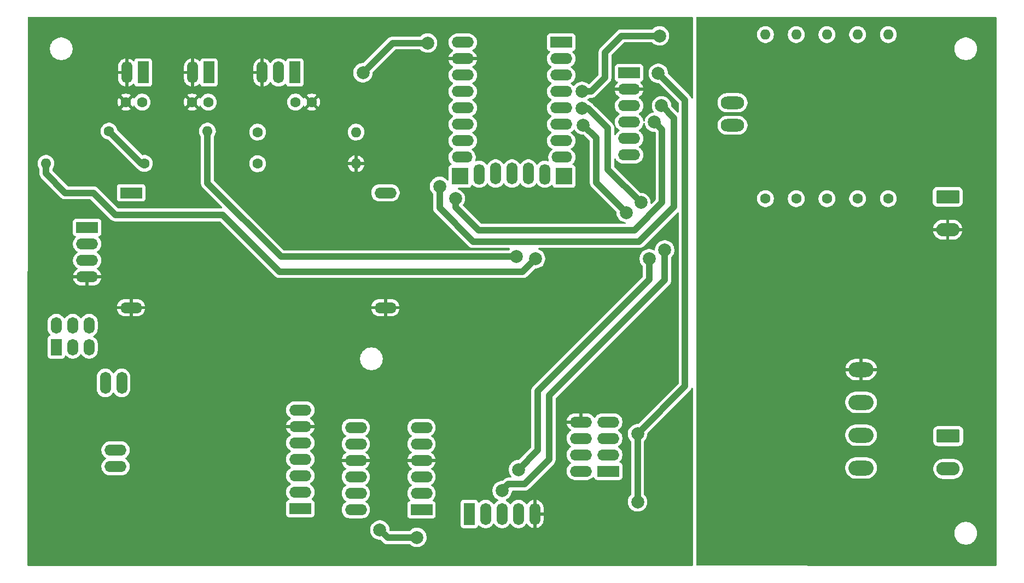
<source format=gbr>
%TF.GenerationSoftware,KiCad,Pcbnew,9.0.0*%
%TF.CreationDate,2025-07-02T01:34:39-03:00*%
%TF.ProjectId,EcoMaua_DC_Motor_Controller_v0,45636f4d-6175-4615-9f44-435f4d6f746f,rev?*%
%TF.SameCoordinates,Original*%
%TF.FileFunction,Copper,L1,Top*%
%TF.FilePolarity,Positive*%
%FSLAX46Y46*%
G04 Gerber Fmt 4.6, Leading zero omitted, Abs format (unit mm)*
G04 Created by KiCad (PCBNEW 9.0.0) date 2025-07-02 01:34:39*
%MOMM*%
%LPD*%
G01*
G04 APERTURE LIST*
G04 Aperture macros list*
%AMRoundRect*
0 Rectangle with rounded corners*
0 $1 Rounding radius*
0 $2 $3 $4 $5 $6 $7 $8 $9 X,Y pos of 4 corners*
0 Add a 4 corners polygon primitive as box body*
4,1,4,$2,$3,$4,$5,$6,$7,$8,$9,$2,$3,0*
0 Add four circle primitives for the rounded corners*
1,1,$1+$1,$2,$3*
1,1,$1+$1,$4,$5*
1,1,$1+$1,$6,$7*
1,1,$1+$1,$8,$9*
0 Add four rect primitives between the rounded corners*
20,1,$1+$1,$2,$3,$4,$5,0*
20,1,$1+$1,$4,$5,$6,$7,0*
20,1,$1+$1,$6,$7,$8,$9,0*
20,1,$1+$1,$8,$9,$2,$3,0*%
G04 Aperture macros list end*
%TA.AperFunction,ComponentPad*%
%ADD10C,1.600000*%
%TD*%
%TA.AperFunction,ComponentPad*%
%ADD11O,1.600000X1.600000*%
%TD*%
%TA.AperFunction,ComponentPad*%
%ADD12R,3.400000X1.700000*%
%TD*%
%TA.AperFunction,ComponentPad*%
%ADD13O,3.400000X1.700000*%
%TD*%
%TA.AperFunction,ComponentPad*%
%ADD14O,1.700000X3.400000*%
%TD*%
%TA.AperFunction,ComponentPad*%
%ADD15O,3.900000X2.300000*%
%TD*%
%TA.AperFunction,ComponentPad*%
%ADD16R,1.700000X2.550000*%
%TD*%
%TA.AperFunction,ComponentPad*%
%ADD17O,1.700000X2.550000*%
%TD*%
%TA.AperFunction,ComponentPad*%
%ADD18R,1.700000X3.400000*%
%TD*%
%TA.AperFunction,ComponentPad*%
%ADD19RoundRect,0.249999X-1.550001X0.790001X-1.550001X-0.790001X1.550001X-0.790001X1.550001X0.790001X0*%
%TD*%
%TA.AperFunction,ComponentPad*%
%ADD20O,3.600000X2.080000*%
%TD*%
%TA.AperFunction,ComponentPad*%
%ADD21O,3.650000X1.950000*%
%TD*%
%TA.AperFunction,ComponentPad*%
%ADD22O,3.200000X1.700000*%
%TD*%
%TA.AperFunction,ComponentPad*%
%ADD23R,2.550000X2.550000*%
%TD*%
%TA.AperFunction,ComponentPad*%
%ADD24O,1.700000X3.200000*%
%TD*%
%TA.AperFunction,ViaPad*%
%ADD25C,2.000000*%
%TD*%
%TA.AperFunction,Conductor*%
%ADD26C,1.000000*%
%TD*%
G04 APERTURE END LIST*
D10*
%TO.P,C3,1*%
%TO.N,+5V*%
X96250000Y-69250000D03*
%TO.P,C3,2*%
%TO.N,GND*%
X98750000Y-69250000D03*
%TD*%
%TO.P,R4,1*%
%TO.N,VBATT+*%
X173750000Y-84200000D03*
D11*
%TO.P,R4,2*%
%TO.N,VBATT-*%
X173750000Y-58800000D03*
%TD*%
D12*
%TO.P,M3,1,INT*%
%TO.N,unconnected-(M3-INT-Pad1)*%
X97000000Y-132175000D03*
D13*
%TO.P,M3,2,SCK*%
%TO.N,SPI_SCK_5V*%
X97000000Y-129635000D03*
%TO.P,M3,3,SI*%
%TO.N,SPI_MOSI_5V*%
X97000000Y-127095000D03*
%TO.P,M3,4,SO*%
%TO.N,SPI_MISO_5V*%
X97000000Y-124555000D03*
%TO.P,M3,5,CS*%
%TO.N,SPI_CS_CAN_5V*%
X97000000Y-122015000D03*
%TO.P,M3,6,GND*%
%TO.N,GND*%
X97000000Y-119475000D03*
%TO.P,M3,7,VCC*%
%TO.N,+5V*%
X97000000Y-116935000D03*
%TO.P,M3,8,CAN_H*%
%TO.N,CAN_H*%
X68400000Y-125675000D03*
%TO.P,M3,9,CAN_L*%
%TO.N,CAN_L*%
X68400000Y-123135000D03*
D14*
%TO.P,M3,10,CAN_H_120*%
%TO.N,CAN_H_120*%
X69350000Y-112725000D03*
%TO.P,M3,11,CAN_L_120*%
%TO.N,CAN_L_120*%
X66810000Y-112725000D03*
%TD*%
D10*
%TO.P,R5,1*%
%TO.N,VBATT+*%
X178500000Y-84200000D03*
D11*
%TO.P,R5,2*%
%TO.N,VBATT-*%
X178500000Y-58800000D03*
%TD*%
D10*
%TO.P,R3,1*%
%TO.N,VBATT+*%
X169000000Y-84200000D03*
D11*
%TO.P,R3,2*%
%TO.N,VBATT-*%
X169000000Y-58800000D03*
%TD*%
D12*
%TO.P,M5,1,RPWM*%
%TO.N,MOTOR_PWM_1*%
X144650000Y-126400000D03*
D13*
%TO.P,M5,2,LPWM*%
%TO.N,MOTOR_PWM_2*%
X140410000Y-126400000D03*
%TO.P,M5,3,R_EN*%
%TO.N,MOTOR_EN_1*%
X144650000Y-123860000D03*
%TO.P,M5,4,L_EN*%
%TO.N,MOTOR_EN_2*%
X140410000Y-123860000D03*
%TO.P,M5,5,L_IS*%
%TO.N,unconnected-(M5-L_IS-Pad5)*%
X144650000Y-121320000D03*
%TO.P,M5,6,L_IS*%
%TO.N,unconnected-(M5-L_IS-Pad6)*%
X140410000Y-121320000D03*
%TO.P,M5,7,VCC*%
%TO.N,+3.3V*%
X144650000Y-118780000D03*
%TO.P,M5,8,GND*%
%TO.N,GND*%
X140410000Y-118780000D03*
D15*
%TO.P,M5,9,M-*%
%TO.N,Net-(J7-Pin_2)*%
X183800000Y-125892000D03*
%TO.P,M5,10,M+*%
%TO.N,Net-(J7-Pin_1)*%
X183800000Y-120812000D03*
%TO.P,M5,11,B+*%
%TO.N,VBATT-*%
X183800000Y-115732000D03*
%TO.P,M5,12,B-*%
%TO.N,GBATT*%
X183800000Y-110652000D03*
%TD*%
D16*
%TO.P,J2,1,Pin_1*%
%TO.N,CAN_L*%
X59225000Y-107195000D03*
D17*
%TO.P,J2,2,Pin_2*%
%TO.N,CAN_L_OUT*%
X61765000Y-107195000D03*
%TO.P,J2,3,Pin_3*%
%TO.N,CAN_L_120*%
X64305000Y-107195000D03*
%TO.P,J2,4,Pin_4*%
%TO.N,CAN_H_120*%
X64305000Y-103815000D03*
%TO.P,J2,5,Pin_5*%
%TO.N,CAN_H_OUT*%
X61765000Y-103815000D03*
%TO.P,J2,6,Pin_6*%
%TO.N,CAN_H*%
X59225000Y-103815000D03*
%TD*%
D18*
%TO.P,J8,1,Pin_1*%
%TO.N,+5V*%
X96165000Y-64670000D03*
D14*
%TO.P,J8,2,Pin_2*%
%TO.N,THROTTLE_5V*%
X93625000Y-64670000D03*
%TO.P,J8,3,Pin_3*%
%TO.N,GND*%
X91085000Y-64670000D03*
%TD*%
D10*
%TO.P,R1,1*%
%TO.N,+3.3V*%
X72870000Y-78750000D03*
D11*
%TO.P,R1,2*%
%TO.N,ENC0*%
X57630000Y-78750000D03*
%TD*%
D12*
%TO.P,M2,1,LV1*%
%TO.N,SPI_SCK_3V3*%
X115747729Y-132350000D03*
D13*
%TO.P,M2,2,LV2*%
%TO.N,SPI_MOSI_3V3*%
X115747729Y-129810000D03*
%TO.P,M2,3,LV*%
%TO.N,+3.3V*%
X115747729Y-127270000D03*
%TO.P,M2,4,GND*%
%TO.N,GND*%
X115747729Y-124730000D03*
%TO.P,M2,5,LV3*%
%TO.N,SPI_MISO_3V3*%
X115747729Y-122190000D03*
%TO.P,M2,6,LV4*%
%TO.N,SPI_CS_CAN_3V3*%
X115747729Y-119650000D03*
%TO.P,M2,7,HV4*%
%TO.N,SPI_CS_CAN_5V*%
X105587729Y-119650000D03*
%TO.P,M2,8,HV3*%
%TO.N,SPI_MISO_5V*%
X105587729Y-122190000D03*
%TO.P,M2,9,GND*%
%TO.N,GND*%
X105587729Y-124730000D03*
%TO.P,M2,10,HV*%
%TO.N,+5V*%
X105587729Y-127270000D03*
%TO.P,M2,11,HV2*%
%TO.N,SPI_MOSI_5V*%
X105587729Y-129810000D03*
%TO.P,M2,12,HV1*%
%TO.N,SPI_SCK_5V*%
X105587729Y-132350000D03*
%TD*%
D18*
%TO.P,J6,1,Pin_1*%
%TO.N,+5V*%
X123140000Y-133020000D03*
D14*
%TO.P,J6,2,Pin_2*%
%TO.N,+3.3V*%
X125680000Y-133020000D03*
%TO.P,J6,3,Pin_3*%
%TO.N,UART_TX*%
X128220000Y-133020000D03*
%TO.P,J6,4,Pin_4*%
%TO.N,UART_RX*%
X130760000Y-133020000D03*
%TO.P,J6,5,Pin_5*%
%TO.N,GND*%
X133300000Y-133020000D03*
%TD*%
D12*
%TO.P,M1,1,IN+*%
%TO.N,VCTRL*%
X70802500Y-83300000D03*
D13*
%TO.P,M1,2,IN-*%
%TO.N,GND*%
X70802500Y-101080000D03*
%TO.P,M1,3,OUT+*%
%TO.N,+5V*%
X110172500Y-83300000D03*
%TO.P,M1,4,OUT-*%
%TO.N,GND*%
X110172500Y-101080000D03*
%TD*%
D10*
%TO.P,R6,1*%
%TO.N,VBATT+*%
X183250000Y-84200000D03*
D11*
%TO.P,R6,2*%
%TO.N,VBATT-*%
X183250000Y-58800000D03*
%TD*%
D19*
%TO.P,J7,1,Pin_1*%
%TO.N,Net-(J7-Pin_1)*%
X197277500Y-120960000D03*
D20*
%TO.P,J7,2,Pin_2*%
%TO.N,Net-(J7-Pin_2)*%
X197277500Y-126040000D03*
%TD*%
D18*
%TO.P,J4,1,Pin_1*%
%TO.N,ENC0*%
X72670000Y-64670000D03*
D14*
%TO.P,J4,2,Pin_2*%
%TO.N,GND*%
X70130000Y-64670000D03*
%TD*%
D12*
%TO.P,M4,1,VCC*%
%TO.N,+3.3V*%
X147885000Y-64738000D03*
D13*
%TO.P,M4,2,GND*%
%TO.N,GND*%
X147885000Y-67278000D03*
%TO.P,M4,3,SCL*%
%TO.N,I2C_SCL*%
X147885000Y-69818000D03*
%TO.P,M4,4,SDA*%
%TO.N,I2C_SDA*%
X147885000Y-72358000D03*
%TO.P,M4,5,Vin-*%
%TO.N,unconnected-(M4-Vin--Pad5)*%
X147885000Y-74898000D03*
%TO.P,M4,6,Vin+*%
%TO.N,unconnected-(M4-Vin+-Pad6)*%
X147885000Y-77438000D03*
D21*
%TO.P,M4,7,Vin+*%
%TO.N,VBATT+*%
X163885000Y-72838000D03*
%TO.P,M4,8,Vin-*%
%TO.N,VBATT-*%
X163885000Y-69338000D03*
%TD*%
D10*
%TO.P,R9,1*%
%TO.N,THROTTLE_3V3*%
X90380000Y-78800000D03*
D11*
%TO.P,R9,2*%
%TO.N,GND*%
X105620000Y-78800000D03*
%TD*%
D10*
%TO.P,C2,1*%
%TO.N,ENC1*%
X82750000Y-69250000D03*
%TO.P,C2,2*%
%TO.N,GND*%
X80250000Y-69250000D03*
%TD*%
D12*
%TO.P,RP1,1,GPIO0*%
%TO.N,unconnected-(RP1-GPIO0-Pad1)*%
X137378000Y-60000000D03*
D13*
%TO.P,RP1,2,GPIO1*%
%TO.N,unconnected-(RP1-GPIO1-Pad2)*%
X137378000Y-62540000D03*
%TO.P,RP1,3,GPIO2*%
%TO.N,MOTOR_PWM_1*%
X137378000Y-65080000D03*
%TO.P,RP1,4,GPIO3*%
%TO.N,MOTOR_PWM_2*%
X137378000Y-67620000D03*
%TO.P,RP1,5,GPIO4*%
%TO.N,UART_TX*%
X137378000Y-70160000D03*
%TO.P,RP1,6,GPIO5*%
%TO.N,UART_RX*%
X137378000Y-72700000D03*
%TO.P,RP1,7,GPIO6*%
%TO.N,MOTOR_EN_1*%
X137378000Y-75240000D03*
D22*
%TO.P,RP1,8,GPIO7*%
%TO.N,MOTOR_EN_2*%
X137478000Y-77780000D03*
D23*
%TO.P,RP1,9,GPIO8*%
%TO.N,ENC0*%
X137803000Y-80745000D03*
D24*
%TO.P,RP1,10,GPIO9*%
%TO.N,ENC1*%
X134838000Y-80420000D03*
D14*
%TO.P,RP1,11,GPIO10*%
%TO.N,SPI_SCK_3V3*%
X132298000Y-80320000D03*
%TO.P,RP1,12,GPIO11*%
%TO.N,SPI_MOSI_3V3*%
X129758000Y-80320000D03*
%TO.P,RP1,13,GPIO12*%
%TO.N,SPI_MISO_3V3*%
X127218000Y-80320000D03*
D24*
%TO.P,RP1,14,GPIO13*%
%TO.N,SPI_CS_CAN_3V3*%
X124678000Y-80420000D03*
D23*
%TO.P,RP1,15,GPIO14*%
%TO.N,I2C_SDA*%
X121713000Y-80745000D03*
D22*
%TO.P,RP1,16,GPIO15*%
%TO.N,I2C_SCL*%
X122038000Y-77780000D03*
D13*
%TO.P,RP1,17,GPIO26_ADC0*%
%TO.N,unconnected-(RP1-GPIO26_ADC0-Pad17)*%
X122138000Y-75240000D03*
%TO.P,RP1,18,GPIO27_ADC1*%
%TO.N,THROTTLE_3V3*%
X122138000Y-72700000D03*
%TO.P,RP1,19,GPIO28_ADC2*%
%TO.N,unconnected-(RP1-GPIO28_ADC2-Pad19)*%
X122138000Y-70160000D03*
%TO.P,RP1,20,GPIO29_ADC3*%
%TO.N,unconnected-(RP1-GPIO29_ADC3-Pad20)*%
X122138000Y-67620000D03*
%TO.P,RP1,21,3V3*%
%TO.N,+3.3V*%
X122138000Y-65080000D03*
%TO.P,RP1,22,GND*%
%TO.N,GND*%
X122138000Y-62540000D03*
%TO.P,RP1,23,5V*%
%TO.N,+5V*%
X122138000Y-60000000D03*
%TD*%
D12*
%TO.P,J1,1,Pin_1*%
%TO.N,VCTRL*%
X64000000Y-88670000D03*
D13*
%TO.P,J1,2,Pin_2*%
%TO.N,CAN_H_OUT*%
X64000000Y-91210000D03*
%TO.P,J1,3,Pin_3*%
%TO.N,CAN_L_OUT*%
X64000000Y-93750000D03*
%TO.P,J1,4,Pin_4*%
%TO.N,GND*%
X64000000Y-96290000D03*
%TD*%
D18*
%TO.P,J5,1,Pin_1*%
%TO.N,ENC1*%
X82871200Y-64670000D03*
D14*
%TO.P,J5,2,Pin_2*%
%TO.N,GND*%
X80331200Y-64670000D03*
%TD*%
D10*
%TO.P,R7,1*%
%TO.N,VBATT+*%
X188000000Y-84200000D03*
D11*
%TO.P,R7,2*%
%TO.N,VBATT-*%
X188000000Y-58800000D03*
%TD*%
D10*
%TO.P,R2,1*%
%TO.N,+3.3V*%
X67380000Y-73750000D03*
D11*
%TO.P,R2,2*%
%TO.N,ENC1*%
X82620000Y-73750000D03*
%TD*%
D19*
%TO.P,J3,1,Pin_1*%
%TO.N,VBATT+*%
X197200000Y-83920000D03*
D20*
%TO.P,J3,2,Pin_2*%
%TO.N,GBATT*%
X197200000Y-89000000D03*
%TD*%
D10*
%TO.P,C1,1*%
%TO.N,ENC0*%
X72500000Y-69250000D03*
%TO.P,C1,2*%
%TO.N,GND*%
X70000000Y-69250000D03*
%TD*%
%TO.P,R8,1*%
%TO.N,THROTTLE_5V*%
X90380000Y-73900000D03*
D11*
%TO.P,R8,2*%
%TO.N,THROTTLE_3V3*%
X105620000Y-73900000D03*
%TD*%
D25*
%TO.N,GND*%
X141200000Y-100800000D03*
X99300000Y-104400000D03*
X143200000Y-69200000D03*
X71700000Y-104400000D03*
X126700000Y-60400000D03*
X129800000Y-71025000D03*
X119400000Y-134525000D03*
X150300000Y-80500000D03*
X86100000Y-104400000D03*
X133300000Y-100800000D03*
X144687005Y-57831014D03*
X147750000Y-94500000D03*
X139500000Y-85250000D03*
%TO.N,ENC0*%
X133400000Y-93500000D03*
%TO.N,ENC1*%
X130395991Y-93185991D03*
%TO.N,+5V*%
X116700000Y-60100000D03*
X106700000Y-64700000D03*
X109300000Y-135500000D03*
X115040991Y-136650000D03*
%TO.N,UART_TX*%
X140600000Y-70200000D03*
X149700000Y-84800000D03*
X153392704Y-92144464D03*
X128220000Y-129400000D03*
%TO.N,+3.3V*%
X149200000Y-131150000D03*
X152400000Y-64800000D03*
X149200000Y-120600000D03*
%TO.N,UART_RX*%
X147430403Y-86352882D03*
X130760000Y-126150000D03*
X151000000Y-93500000D03*
X140800000Y-72800000D03*
%TO.N,I2C_SCL*%
X118560000Y-82300000D03*
X152900000Y-69820000D03*
%TO.N,I2C_SDA*%
X151800000Y-72358000D03*
X121000000Y-84200000D03*
%TO.N,MOTOR_PWM_2*%
X140600000Y-67600000D03*
X152600000Y-59000000D03*
%TD*%
D26*
%TO.N,GND*%
X129268986Y-57831014D02*
X126700000Y-60400000D01*
X119700000Y-100800000D02*
X117100000Y-103400000D01*
X86100000Y-104400000D02*
X71700000Y-104400000D01*
X144687005Y-57831014D02*
X129268986Y-57831014D01*
X117100000Y-103400000D02*
X100300000Y-103400000D01*
X100300000Y-103400000D02*
X99300000Y-104400000D01*
X133300000Y-100800000D02*
X119700000Y-100800000D01*
X141200000Y-100800000D02*
X133300000Y-100800000D01*
X99300000Y-104400000D02*
X86100000Y-104400000D01*
%TO.N,ENC0*%
X85000000Y-86700000D02*
X68350000Y-86700000D01*
X133400000Y-93500000D02*
X131400000Y-95500000D01*
X93800000Y-95500000D02*
X85000000Y-86700000D01*
X57630000Y-80330000D02*
X57630000Y-78750000D01*
X60600000Y-83300000D02*
X57630000Y-80330000D01*
X64950000Y-83300000D02*
X60600000Y-83300000D01*
X68350000Y-86700000D02*
X64950000Y-83300000D01*
X131400000Y-95500000D02*
X93800000Y-95500000D01*
%TO.N,ENC1*%
X82620000Y-81820000D02*
X82620000Y-73750000D01*
X130381982Y-93200000D02*
X94000000Y-93200000D01*
X94000000Y-93200000D02*
X82620000Y-81820000D01*
X130395991Y-93185991D02*
X130381982Y-93200000D01*
%TO.N,+5V*%
X114990991Y-136700000D02*
X110500000Y-136700000D01*
X116700000Y-60100000D02*
X111300000Y-60100000D01*
X115040991Y-136650000D02*
X114990991Y-136700000D01*
X110500000Y-136700000D02*
X109300000Y-135500000D01*
X111300000Y-60100000D02*
X106700000Y-64700000D01*
%TO.N,UART_TX*%
X153392704Y-92144464D02*
X153400000Y-92151760D01*
X153400000Y-92151760D02*
X153400000Y-96800000D01*
X141500000Y-70200000D02*
X140600000Y-70200000D01*
X144600000Y-73300000D02*
X141500000Y-70200000D01*
X153400000Y-96800000D02*
X135500000Y-114700000D01*
X135500000Y-124600000D02*
X131700000Y-128400000D01*
X131700000Y-128400000D02*
X129200000Y-128400000D01*
X135500000Y-114700000D02*
X135500000Y-124600000D01*
X144600000Y-79700000D02*
X144600000Y-73300000D01*
X128220000Y-129380000D02*
X128220000Y-129400000D01*
X149700000Y-84800000D02*
X144600000Y-79700000D01*
X129200000Y-128400000D02*
X128220000Y-129380000D01*
%TO.N,+3.3V*%
X72380000Y-78750000D02*
X67380000Y-73750000D01*
X152400000Y-64800000D02*
X156551000Y-68951000D01*
X149200000Y-131150000D02*
X149200000Y-120600000D01*
X156551000Y-113249000D02*
X149200000Y-120600000D01*
X72870000Y-78750000D02*
X72380000Y-78750000D01*
X156551000Y-68951000D02*
X156551000Y-113249000D01*
%TO.N,UART_RX*%
X130760000Y-126150000D02*
X130760000Y-126140000D01*
X133749000Y-113974712D02*
X151000000Y-96723712D01*
X130760000Y-126140000D02*
X133749000Y-123151000D01*
X133749000Y-123151000D02*
X133749000Y-113974712D01*
X142800000Y-81722479D02*
X142800000Y-74800000D01*
X151000000Y-96723712D02*
X151000000Y-93500000D01*
X147430403Y-86352882D02*
X142800000Y-81722479D01*
X142800000Y-74800000D02*
X140800000Y-72800000D01*
%TO.N,I2C_SCL*%
X149430000Y-90840000D02*
X123740000Y-90840000D01*
X154800000Y-85470000D02*
X149430000Y-90840000D01*
X152900000Y-69820000D02*
X152920000Y-69820000D01*
X154800000Y-71700000D02*
X154800000Y-85470000D01*
X152920000Y-69820000D02*
X154800000Y-71700000D01*
X118560000Y-85660000D02*
X118560000Y-82300000D01*
X123740000Y-90840000D02*
X118560000Y-85660000D01*
%TO.N,I2C_SDA*%
X151800000Y-72358000D02*
X151858000Y-72358000D01*
X121000000Y-85500000D02*
X121000000Y-84200000D01*
X153000000Y-73500000D02*
X153000000Y-84793712D01*
X124589000Y-89089000D02*
X121000000Y-85500000D01*
X148704712Y-89089000D02*
X124589000Y-89089000D01*
X153000000Y-84793712D02*
X148704712Y-89089000D01*
X151858000Y-72358000D02*
X153000000Y-73500000D01*
%TO.N,MOTOR_PWM_2*%
X142000000Y-67600000D02*
X140600000Y-67600000D01*
X144156036Y-61543964D02*
X144156036Y-65443964D01*
X146700000Y-59000000D02*
X144156036Y-61543964D01*
X144156036Y-65443964D02*
X142000000Y-67600000D01*
X152600000Y-59000000D02*
X146700000Y-59000000D01*
%TD*%
%TA.AperFunction,Conductor*%
%TO.N,GBATT*%
G36*
X204693039Y-56076585D02*
G01*
X204738794Y-56129389D01*
X204750000Y-56180900D01*
X204750000Y-140931900D01*
X204730315Y-140998939D01*
X204677511Y-141044694D01*
X204626000Y-141055900D01*
X192908000Y-141055900D01*
X158373800Y-141000199D01*
X158306792Y-140980406D01*
X158261123Y-140927528D01*
X158250000Y-140876199D01*
X158250000Y-135885258D01*
X198249500Y-135885258D01*
X198249500Y-136114741D01*
X198274446Y-136304215D01*
X198279452Y-136342238D01*
X198279453Y-136342240D01*
X198338842Y-136563887D01*
X198426650Y-136775876D01*
X198426657Y-136775890D01*
X198541392Y-136974617D01*
X198681081Y-137156661D01*
X198681089Y-137156670D01*
X198843330Y-137318911D01*
X198843338Y-137318918D01*
X199025382Y-137458607D01*
X199025385Y-137458608D01*
X199025388Y-137458611D01*
X199224112Y-137573344D01*
X199224117Y-137573346D01*
X199224123Y-137573349D01*
X199315480Y-137611190D01*
X199436113Y-137661158D01*
X199657762Y-137720548D01*
X199885266Y-137750500D01*
X199885273Y-137750500D01*
X200114727Y-137750500D01*
X200114734Y-137750500D01*
X200342238Y-137720548D01*
X200563887Y-137661158D01*
X200775888Y-137573344D01*
X200974612Y-137458611D01*
X201156661Y-137318919D01*
X201156665Y-137318914D01*
X201156670Y-137318911D01*
X201318911Y-137156670D01*
X201318914Y-137156665D01*
X201318919Y-137156661D01*
X201458611Y-136974612D01*
X201573344Y-136775888D01*
X201661158Y-136563887D01*
X201720548Y-136342238D01*
X201750500Y-136114734D01*
X201750500Y-135885266D01*
X201720548Y-135657762D01*
X201661158Y-135436113D01*
X201573344Y-135224112D01*
X201458611Y-135025388D01*
X201458608Y-135025385D01*
X201458607Y-135025382D01*
X201318918Y-134843338D01*
X201318911Y-134843330D01*
X201156670Y-134681089D01*
X201156661Y-134681081D01*
X200974617Y-134541392D01*
X200775890Y-134426657D01*
X200775876Y-134426650D01*
X200563887Y-134338842D01*
X200342238Y-134279452D01*
X200304215Y-134274446D01*
X200114741Y-134249500D01*
X200114734Y-134249500D01*
X199885266Y-134249500D01*
X199885258Y-134249500D01*
X199668715Y-134278009D01*
X199657762Y-134279452D01*
X199564076Y-134304554D01*
X199436112Y-134338842D01*
X199224123Y-134426650D01*
X199224109Y-134426657D01*
X199025382Y-134541392D01*
X198843338Y-134681081D01*
X198681081Y-134843338D01*
X198541392Y-135025382D01*
X198426657Y-135224109D01*
X198426650Y-135224123D01*
X198338842Y-135436112D01*
X198279453Y-135657759D01*
X198279451Y-135657770D01*
X198249500Y-135885258D01*
X158250000Y-135885258D01*
X158250000Y-125762097D01*
X181349500Y-125762097D01*
X181349500Y-126021902D01*
X181390140Y-126278493D01*
X181470422Y-126525576D01*
X181524316Y-126631347D01*
X181588366Y-126757051D01*
X181741069Y-126967229D01*
X181924771Y-127150931D01*
X182134949Y-127303634D01*
X182282445Y-127378787D01*
X182366423Y-127421577D01*
X182366425Y-127421577D01*
X182366428Y-127421579D01*
X182613507Y-127501860D01*
X182745706Y-127522797D01*
X182870098Y-127542500D01*
X182870103Y-127542500D01*
X184729902Y-127542500D01*
X184843298Y-127524539D01*
X184986493Y-127501860D01*
X185233572Y-127421579D01*
X185465051Y-127303634D01*
X185675229Y-127150931D01*
X185858931Y-126967229D01*
X186011634Y-126757051D01*
X186129579Y-126525572D01*
X186209860Y-126278493D01*
X186232539Y-126135298D01*
X186250500Y-126021902D01*
X186250500Y-125918754D01*
X194977000Y-125918754D01*
X194977000Y-126161245D01*
X195014932Y-126400736D01*
X195089860Y-126631344D01*
X195199948Y-126847401D01*
X195342466Y-127043562D01*
X195342470Y-127043567D01*
X195513932Y-127215029D01*
X195513937Y-127215033D01*
X195635883Y-127303631D01*
X195710102Y-127357554D01*
X195835754Y-127421577D01*
X195926155Y-127467639D01*
X196031475Y-127501859D01*
X196156765Y-127542568D01*
X196267686Y-127560136D01*
X196396255Y-127580500D01*
X196396260Y-127580500D01*
X198158745Y-127580500D01*
X198274847Y-127562110D01*
X198398235Y-127542568D01*
X198628847Y-127467638D01*
X198844898Y-127357554D01*
X199041069Y-127215028D01*
X199212528Y-127043569D01*
X199355054Y-126847398D01*
X199465138Y-126631347D01*
X199540068Y-126400735D01*
X199559610Y-126277347D01*
X199578000Y-126161245D01*
X199578000Y-125918754D01*
X199553187Y-125762097D01*
X199540068Y-125679265D01*
X199465138Y-125448653D01*
X199355054Y-125232602D01*
X199336845Y-125207539D01*
X199212533Y-125036437D01*
X199212529Y-125036432D01*
X199041067Y-124864970D01*
X199041062Y-124864966D01*
X198844901Y-124722448D01*
X198844900Y-124722447D01*
X198844898Y-124722446D01*
X198669481Y-124633066D01*
X198628844Y-124612360D01*
X198398236Y-124537432D01*
X198158745Y-124499500D01*
X198158740Y-124499500D01*
X196396260Y-124499500D01*
X196396255Y-124499500D01*
X196156763Y-124537432D01*
X195926155Y-124612360D01*
X195710098Y-124722448D01*
X195513937Y-124864966D01*
X195513932Y-124864970D01*
X195342470Y-125036432D01*
X195342466Y-125036437D01*
X195199948Y-125232598D01*
X195089860Y-125448655D01*
X195014932Y-125679263D01*
X194977000Y-125918754D01*
X186250500Y-125918754D01*
X186250500Y-125762097D01*
X186228947Y-125626021D01*
X186209860Y-125505507D01*
X186129579Y-125258428D01*
X186129577Y-125258425D01*
X186129577Y-125258423D01*
X186016468Y-125036437D01*
X186011634Y-125026949D01*
X185858931Y-124816771D01*
X185675229Y-124633069D01*
X185646728Y-124612362D01*
X185465054Y-124480368D01*
X185465053Y-124480367D01*
X185465051Y-124480366D01*
X185392764Y-124443534D01*
X185233576Y-124362422D01*
X184986493Y-124282140D01*
X184729902Y-124241500D01*
X184729897Y-124241500D01*
X182870103Y-124241500D01*
X182870098Y-124241500D01*
X182613506Y-124282140D01*
X182366423Y-124362422D01*
X182134945Y-124480368D01*
X181924774Y-124633066D01*
X181924768Y-124633071D01*
X181741071Y-124816768D01*
X181741066Y-124816774D01*
X181588368Y-125026945D01*
X181470422Y-125258423D01*
X181390140Y-125505506D01*
X181349500Y-125762097D01*
X158250000Y-125762097D01*
X158250000Y-120682097D01*
X181349500Y-120682097D01*
X181349500Y-120941902D01*
X181390140Y-121198493D01*
X181470422Y-121445576D01*
X181551534Y-121604764D01*
X181588366Y-121677051D01*
X181741069Y-121887229D01*
X181924771Y-122070931D01*
X182134949Y-122223634D01*
X182282445Y-122298787D01*
X182366423Y-122341577D01*
X182366425Y-122341577D01*
X182366428Y-122341579D01*
X182613507Y-122421860D01*
X182745706Y-122442797D01*
X182870098Y-122462500D01*
X182870103Y-122462500D01*
X184729902Y-122462500D01*
X184843298Y-122444539D01*
X184986493Y-122421860D01*
X185233572Y-122341579D01*
X185465051Y-122223634D01*
X185675229Y-122070931D01*
X185858931Y-121887229D01*
X186011634Y-121677051D01*
X186129579Y-121445572D01*
X186209860Y-121198493D01*
X186232539Y-121055298D01*
X186250500Y-120941902D01*
X186250500Y-120682097D01*
X186228947Y-120546021D01*
X186209860Y-120425507D01*
X186129579Y-120178428D01*
X186129575Y-120178420D01*
X186126880Y-120173129D01*
X186126879Y-120173128D01*
X186099799Y-120119982D01*
X194977000Y-120119982D01*
X194977000Y-121800017D01*
X194987500Y-121902796D01*
X195042685Y-122069332D01*
X195042687Y-122069337D01*
X195077570Y-122125890D01*
X195134788Y-122218656D01*
X195258844Y-122342712D01*
X195408165Y-122434814D01*
X195574702Y-122489999D01*
X195677490Y-122500500D01*
X195677495Y-122500500D01*
X198877505Y-122500500D01*
X198877510Y-122500500D01*
X198980298Y-122489999D01*
X199146835Y-122434814D01*
X199296156Y-122342712D01*
X199420212Y-122218656D01*
X199512314Y-122069335D01*
X199567499Y-121902798D01*
X199578000Y-121800010D01*
X199578000Y-120119990D01*
X199567499Y-120017202D01*
X199512314Y-119850665D01*
X199420212Y-119701344D01*
X199296156Y-119577288D01*
X199146835Y-119485186D01*
X198980298Y-119430001D01*
X198980296Y-119430000D01*
X198877517Y-119419500D01*
X198877510Y-119419500D01*
X195677490Y-119419500D01*
X195677482Y-119419500D01*
X195574703Y-119430000D01*
X195574702Y-119430001D01*
X195492169Y-119457349D01*
X195408167Y-119485185D01*
X195408162Y-119485187D01*
X195258842Y-119577289D01*
X195134789Y-119701342D01*
X195042687Y-119850662D01*
X195042686Y-119850665D01*
X194987501Y-120017202D01*
X194987501Y-120017203D01*
X194987500Y-120017203D01*
X194977000Y-120119982D01*
X186099799Y-120119982D01*
X186047430Y-120017203D01*
X186011634Y-119946949D01*
X185858931Y-119736771D01*
X185675229Y-119553069D01*
X185465051Y-119400366D01*
X185392764Y-119363534D01*
X185233576Y-119282422D01*
X184986493Y-119202140D01*
X184729902Y-119161500D01*
X184729897Y-119161500D01*
X182870103Y-119161500D01*
X182870098Y-119161500D01*
X182613506Y-119202140D01*
X182366423Y-119282422D01*
X182134945Y-119400368D01*
X181924774Y-119553066D01*
X181924768Y-119553071D01*
X181741071Y-119736768D01*
X181741066Y-119736774D01*
X181588368Y-119946945D01*
X181470422Y-120178423D01*
X181390140Y-120425506D01*
X181349500Y-120682097D01*
X158250000Y-120682097D01*
X158250000Y-115602097D01*
X181349500Y-115602097D01*
X181349500Y-115861902D01*
X181390140Y-116118493D01*
X181470422Y-116365576D01*
X181551534Y-116524764D01*
X181588366Y-116597051D01*
X181741069Y-116807229D01*
X181924771Y-116990931D01*
X182134949Y-117143634D01*
X182282445Y-117218787D01*
X182366423Y-117261577D01*
X182366425Y-117261577D01*
X182366428Y-117261579D01*
X182613507Y-117341860D01*
X182745706Y-117362797D01*
X182870098Y-117382500D01*
X182870103Y-117382500D01*
X184729902Y-117382500D01*
X184843298Y-117364539D01*
X184986493Y-117341860D01*
X185233572Y-117261579D01*
X185465051Y-117143634D01*
X185675229Y-116990931D01*
X185858931Y-116807229D01*
X186011634Y-116597051D01*
X186129579Y-116365572D01*
X186209860Y-116118493D01*
X186232539Y-115975298D01*
X186250500Y-115861902D01*
X186250500Y-115602097D01*
X186228947Y-115466021D01*
X186209860Y-115345507D01*
X186129579Y-115098428D01*
X186129577Y-115098425D01*
X186129577Y-115098423D01*
X186086787Y-115014445D01*
X186011634Y-114866949D01*
X185858931Y-114656771D01*
X185675229Y-114473069D01*
X185465051Y-114320366D01*
X185392764Y-114283534D01*
X185233576Y-114202422D01*
X184986493Y-114122140D01*
X184729902Y-114081500D01*
X184729897Y-114081500D01*
X182870103Y-114081500D01*
X182870098Y-114081500D01*
X182613506Y-114122140D01*
X182366423Y-114202422D01*
X182134945Y-114320368D01*
X181924774Y-114473066D01*
X181924768Y-114473071D01*
X181741071Y-114656768D01*
X181741066Y-114656774D01*
X181588368Y-114866945D01*
X181470422Y-115098423D01*
X181390140Y-115345506D01*
X181349500Y-115602097D01*
X158250000Y-115602097D01*
X158250000Y-110402000D01*
X181369029Y-110402000D01*
X183091759Y-110402000D01*
X183078822Y-110433233D01*
X183050000Y-110578131D01*
X183050000Y-110725869D01*
X183078822Y-110870767D01*
X183091759Y-110902000D01*
X181369029Y-110902000D01*
X181390629Y-111038377D01*
X181470883Y-111285377D01*
X181588796Y-111516791D01*
X181741445Y-111726896D01*
X181741449Y-111726901D01*
X181925098Y-111910550D01*
X181925103Y-111910554D01*
X182135208Y-112063203D01*
X182366622Y-112181116D01*
X182613622Y-112261370D01*
X182870143Y-112302000D01*
X183550000Y-112302000D01*
X183550000Y-111360240D01*
X183581233Y-111373178D01*
X183726131Y-111402000D01*
X183873869Y-111402000D01*
X184018767Y-111373178D01*
X184050000Y-111360240D01*
X184050000Y-112302000D01*
X184729857Y-112302000D01*
X184986377Y-112261370D01*
X185233377Y-112181116D01*
X185464791Y-112063203D01*
X185674896Y-111910554D01*
X185674901Y-111910550D01*
X185858550Y-111726901D01*
X185858554Y-111726896D01*
X186011203Y-111516791D01*
X186129116Y-111285377D01*
X186209370Y-111038377D01*
X186230971Y-110902000D01*
X184508241Y-110902000D01*
X184521178Y-110870767D01*
X184550000Y-110725869D01*
X184550000Y-110578131D01*
X184521178Y-110433233D01*
X184508241Y-110402000D01*
X186230971Y-110402000D01*
X186209370Y-110265622D01*
X186129116Y-110018622D01*
X186011203Y-109787208D01*
X185858554Y-109577103D01*
X185858550Y-109577098D01*
X185674901Y-109393449D01*
X185674896Y-109393445D01*
X185464791Y-109240796D01*
X185233377Y-109122883D01*
X184986377Y-109042629D01*
X184729857Y-109002000D01*
X184050000Y-109002000D01*
X184050000Y-109943759D01*
X184018767Y-109930822D01*
X183873869Y-109902000D01*
X183726131Y-109902000D01*
X183581233Y-109930822D01*
X183550000Y-109943759D01*
X183550000Y-109002000D01*
X182870143Y-109002000D01*
X182613622Y-109042629D01*
X182366622Y-109122883D01*
X182135208Y-109240796D01*
X181925103Y-109393445D01*
X181925098Y-109393449D01*
X181741449Y-109577098D01*
X181741445Y-109577103D01*
X181588796Y-109787208D01*
X181470883Y-110018622D01*
X181390629Y-110265622D01*
X181369029Y-110402000D01*
X158250000Y-110402000D01*
X158250000Y-88750000D01*
X194920400Y-88750000D01*
X196545879Y-88750000D01*
X196526901Y-88795818D01*
X196500000Y-88931056D01*
X196500000Y-89068944D01*
X196526901Y-89204182D01*
X196545879Y-89250000D01*
X194920400Y-89250000D01*
X194937919Y-89360618D01*
X195012827Y-89591159D01*
X195122874Y-89807136D01*
X195265356Y-90003245D01*
X195436754Y-90174643D01*
X195632863Y-90317125D01*
X195848840Y-90427172D01*
X196079381Y-90502079D01*
X196318800Y-90540000D01*
X196950000Y-90540000D01*
X196950000Y-89654120D01*
X196995818Y-89673099D01*
X197131056Y-89700000D01*
X197268944Y-89700000D01*
X197404182Y-89673099D01*
X197450000Y-89654120D01*
X197450000Y-90540000D01*
X198081200Y-90540000D01*
X198320618Y-90502079D01*
X198551159Y-90427172D01*
X198767136Y-90317125D01*
X198963245Y-90174643D01*
X199134643Y-90003245D01*
X199277125Y-89807136D01*
X199387172Y-89591159D01*
X199462080Y-89360618D01*
X199479600Y-89250000D01*
X197854121Y-89250000D01*
X197873099Y-89204182D01*
X197900000Y-89068944D01*
X197900000Y-88931056D01*
X197873099Y-88795818D01*
X197854121Y-88750000D01*
X199479600Y-88750000D01*
X199462080Y-88639381D01*
X199387172Y-88408840D01*
X199277125Y-88192863D01*
X199134643Y-87996754D01*
X198963245Y-87825356D01*
X198767136Y-87682874D01*
X198551159Y-87572827D01*
X198320618Y-87497920D01*
X198081200Y-87460000D01*
X197450000Y-87460000D01*
X197450000Y-88345879D01*
X197404182Y-88326901D01*
X197268944Y-88300000D01*
X197131056Y-88300000D01*
X196995818Y-88326901D01*
X196950000Y-88345879D01*
X196950000Y-87460000D01*
X196318800Y-87460000D01*
X196079381Y-87497920D01*
X195848840Y-87572827D01*
X195632863Y-87682874D01*
X195436754Y-87825356D01*
X195265356Y-87996754D01*
X195122874Y-88192863D01*
X195012827Y-88408840D01*
X194937919Y-88639381D01*
X194920400Y-88750000D01*
X158250000Y-88750000D01*
X158250000Y-84097648D01*
X167699500Y-84097648D01*
X167699500Y-84302351D01*
X167731522Y-84504534D01*
X167794781Y-84699223D01*
X167887715Y-84881613D01*
X168008028Y-85047213D01*
X168152786Y-85191971D01*
X168305208Y-85302710D01*
X168318390Y-85312287D01*
X168434607Y-85371503D01*
X168500776Y-85405218D01*
X168500778Y-85405218D01*
X168500781Y-85405220D01*
X168605137Y-85439127D01*
X168695465Y-85468477D01*
X168796557Y-85484488D01*
X168897648Y-85500500D01*
X168897649Y-85500500D01*
X169102351Y-85500500D01*
X169102352Y-85500500D01*
X169304534Y-85468477D01*
X169499219Y-85405220D01*
X169681610Y-85312287D01*
X169774590Y-85244732D01*
X169847213Y-85191971D01*
X169847215Y-85191968D01*
X169847219Y-85191966D01*
X169991966Y-85047219D01*
X169991968Y-85047215D01*
X169991971Y-85047213D01*
X170044732Y-84974590D01*
X170112287Y-84881610D01*
X170205220Y-84699219D01*
X170268477Y-84504534D01*
X170300500Y-84302352D01*
X170300500Y-84097648D01*
X172449500Y-84097648D01*
X172449500Y-84302351D01*
X172481522Y-84504534D01*
X172544781Y-84699223D01*
X172637715Y-84881613D01*
X172758028Y-85047213D01*
X172902786Y-85191971D01*
X173055208Y-85302710D01*
X173068390Y-85312287D01*
X173184607Y-85371503D01*
X173250776Y-85405218D01*
X173250778Y-85405218D01*
X173250781Y-85405220D01*
X173355137Y-85439127D01*
X173445465Y-85468477D01*
X173546557Y-85484488D01*
X173647648Y-85500500D01*
X173647649Y-85500500D01*
X173852351Y-85500500D01*
X173852352Y-85500500D01*
X174054534Y-85468477D01*
X174249219Y-85405220D01*
X174431610Y-85312287D01*
X174524590Y-85244732D01*
X174597213Y-85191971D01*
X174597215Y-85191968D01*
X174597219Y-85191966D01*
X174741966Y-85047219D01*
X174741968Y-85047215D01*
X174741971Y-85047213D01*
X174794732Y-84974590D01*
X174862287Y-84881610D01*
X174955220Y-84699219D01*
X175018477Y-84504534D01*
X175050500Y-84302352D01*
X175050500Y-84097648D01*
X177199500Y-84097648D01*
X177199500Y-84302351D01*
X177231522Y-84504534D01*
X177294781Y-84699223D01*
X177387715Y-84881613D01*
X177508028Y-85047213D01*
X177652786Y-85191971D01*
X177805208Y-85302710D01*
X177818390Y-85312287D01*
X177934607Y-85371503D01*
X178000776Y-85405218D01*
X178000778Y-85405218D01*
X178000781Y-85405220D01*
X178105137Y-85439127D01*
X178195465Y-85468477D01*
X178296557Y-85484488D01*
X178397648Y-85500500D01*
X178397649Y-85500500D01*
X178602351Y-85500500D01*
X178602352Y-85500500D01*
X178804534Y-85468477D01*
X178999219Y-85405220D01*
X179181610Y-85312287D01*
X179274590Y-85244732D01*
X179347213Y-85191971D01*
X179347215Y-85191968D01*
X179347219Y-85191966D01*
X179491966Y-85047219D01*
X179491968Y-85047215D01*
X179491971Y-85047213D01*
X179544732Y-84974590D01*
X179612287Y-84881610D01*
X179705220Y-84699219D01*
X179768477Y-84504534D01*
X179800500Y-84302352D01*
X179800500Y-84097648D01*
X181949500Y-84097648D01*
X181949500Y-84302351D01*
X181981522Y-84504534D01*
X182044781Y-84699223D01*
X182137715Y-84881613D01*
X182258028Y-85047213D01*
X182402786Y-85191971D01*
X182555208Y-85302710D01*
X182568390Y-85312287D01*
X182684607Y-85371503D01*
X182750776Y-85405218D01*
X182750778Y-85405218D01*
X182750781Y-85405220D01*
X182855137Y-85439127D01*
X182945465Y-85468477D01*
X183046557Y-85484488D01*
X183147648Y-85500500D01*
X183147649Y-85500500D01*
X183352351Y-85500500D01*
X183352352Y-85500500D01*
X183554534Y-85468477D01*
X183749219Y-85405220D01*
X183931610Y-85312287D01*
X184024590Y-85244732D01*
X184097213Y-85191971D01*
X184097215Y-85191968D01*
X184097219Y-85191966D01*
X184241966Y-85047219D01*
X184241968Y-85047215D01*
X184241971Y-85047213D01*
X184294732Y-84974590D01*
X184362287Y-84881610D01*
X184455220Y-84699219D01*
X184518477Y-84504534D01*
X184550500Y-84302352D01*
X184550500Y-84097648D01*
X186699500Y-84097648D01*
X186699500Y-84302351D01*
X186731522Y-84504534D01*
X186794781Y-84699223D01*
X186887715Y-84881613D01*
X187008028Y-85047213D01*
X187152786Y-85191971D01*
X187305208Y-85302710D01*
X187318390Y-85312287D01*
X187434607Y-85371503D01*
X187500776Y-85405218D01*
X187500778Y-85405218D01*
X187500781Y-85405220D01*
X187605137Y-85439127D01*
X187695465Y-85468477D01*
X187796557Y-85484488D01*
X187897648Y-85500500D01*
X187897649Y-85500500D01*
X188102351Y-85500500D01*
X188102352Y-85500500D01*
X188304534Y-85468477D01*
X188499219Y-85405220D01*
X188681610Y-85312287D01*
X188774590Y-85244732D01*
X188847213Y-85191971D01*
X188847215Y-85191968D01*
X188847219Y-85191966D01*
X188991966Y-85047219D01*
X188991968Y-85047215D01*
X188991971Y-85047213D01*
X189044732Y-84974590D01*
X189112287Y-84881610D01*
X189205220Y-84699219D01*
X189268477Y-84504534D01*
X189300500Y-84302352D01*
X189300500Y-84097648D01*
X189268477Y-83895466D01*
X189205220Y-83700781D01*
X189205218Y-83700778D01*
X189205218Y-83700776D01*
X189171503Y-83634607D01*
X189112287Y-83518390D01*
X189104556Y-83507749D01*
X188991971Y-83352786D01*
X188847219Y-83208034D01*
X188804713Y-83177152D01*
X188804711Y-83177149D01*
X188681613Y-83087715D01*
X188681612Y-83087714D01*
X188681610Y-83087713D01*
X188666438Y-83079982D01*
X194899500Y-83079982D01*
X194899500Y-84760017D01*
X194910000Y-84862796D01*
X194965185Y-85029332D01*
X194965186Y-85029335D01*
X195057288Y-85178656D01*
X195181344Y-85302712D01*
X195330665Y-85394814D01*
X195497202Y-85449999D01*
X195599990Y-85460500D01*
X195599995Y-85460500D01*
X198800005Y-85460500D01*
X198800010Y-85460500D01*
X198902798Y-85449999D01*
X199069335Y-85394814D01*
X199218656Y-85302712D01*
X199342712Y-85178656D01*
X199434814Y-85029335D01*
X199489999Y-84862798D01*
X199500500Y-84760010D01*
X199500500Y-83079990D01*
X199489999Y-82977202D01*
X199434814Y-82810665D01*
X199342712Y-82661344D01*
X199218656Y-82537288D01*
X199069335Y-82445186D01*
X198902798Y-82390001D01*
X198902796Y-82390000D01*
X198800017Y-82379500D01*
X198800010Y-82379500D01*
X195599990Y-82379500D01*
X195599982Y-82379500D01*
X195497203Y-82390000D01*
X195497202Y-82390001D01*
X195414669Y-82417349D01*
X195330667Y-82445185D01*
X195330662Y-82445187D01*
X195181342Y-82537289D01*
X195057289Y-82661342D01*
X194965187Y-82810662D01*
X194965186Y-82810665D01*
X194910001Y-82977202D01*
X194910001Y-82977203D01*
X194910000Y-82977203D01*
X194899500Y-83079982D01*
X188666438Y-83079982D01*
X188624653Y-83058691D01*
X188499223Y-82994781D01*
X188304534Y-82931522D01*
X188129995Y-82903878D01*
X188102352Y-82899500D01*
X187897648Y-82899500D01*
X187873329Y-82903351D01*
X187695465Y-82931522D01*
X187500776Y-82994781D01*
X187318386Y-83087715D01*
X187152786Y-83208028D01*
X187008028Y-83352786D01*
X186887715Y-83518386D01*
X186794781Y-83700776D01*
X186731522Y-83895465D01*
X186699500Y-84097648D01*
X184550500Y-84097648D01*
X184518477Y-83895466D01*
X184455220Y-83700781D01*
X184455218Y-83700778D01*
X184455218Y-83700776D01*
X184421503Y-83634607D01*
X184362287Y-83518390D01*
X184354556Y-83507749D01*
X184241971Y-83352786D01*
X184097213Y-83208028D01*
X183931613Y-83087715D01*
X183931612Y-83087714D01*
X183931610Y-83087713D01*
X183874653Y-83058691D01*
X183749223Y-82994781D01*
X183554534Y-82931522D01*
X183379995Y-82903878D01*
X183352352Y-82899500D01*
X183147648Y-82899500D01*
X183123329Y-82903351D01*
X182945465Y-82931522D01*
X182750776Y-82994781D01*
X182568386Y-83087715D01*
X182402786Y-83208028D01*
X182258028Y-83352786D01*
X182137715Y-83518386D01*
X182044781Y-83700776D01*
X181981522Y-83895465D01*
X181949500Y-84097648D01*
X179800500Y-84097648D01*
X179768477Y-83895466D01*
X179705220Y-83700781D01*
X179705218Y-83700778D01*
X179705218Y-83700776D01*
X179671503Y-83634607D01*
X179612287Y-83518390D01*
X179604556Y-83507749D01*
X179491971Y-83352786D01*
X179347213Y-83208028D01*
X179181613Y-83087715D01*
X179181612Y-83087714D01*
X179181610Y-83087713D01*
X179124653Y-83058691D01*
X178999223Y-82994781D01*
X178804534Y-82931522D01*
X178629995Y-82903878D01*
X178602352Y-82899500D01*
X178397648Y-82899500D01*
X178373329Y-82903351D01*
X178195465Y-82931522D01*
X178000776Y-82994781D01*
X177818386Y-83087715D01*
X177652786Y-83208028D01*
X177508028Y-83352786D01*
X177387715Y-83518386D01*
X177294781Y-83700776D01*
X177231522Y-83895465D01*
X177199500Y-84097648D01*
X175050500Y-84097648D01*
X175018477Y-83895466D01*
X174955220Y-83700781D01*
X174955218Y-83700778D01*
X174955218Y-83700776D01*
X174921503Y-83634607D01*
X174862287Y-83518390D01*
X174854556Y-83507749D01*
X174741971Y-83352786D01*
X174597213Y-83208028D01*
X174431613Y-83087715D01*
X174431612Y-83087714D01*
X174431610Y-83087713D01*
X174374653Y-83058691D01*
X174249223Y-82994781D01*
X174054534Y-82931522D01*
X173879995Y-82903878D01*
X173852352Y-82899500D01*
X173647648Y-82899500D01*
X173623329Y-82903351D01*
X173445465Y-82931522D01*
X173250776Y-82994781D01*
X173068386Y-83087715D01*
X172902786Y-83208028D01*
X172758028Y-83352786D01*
X172637715Y-83518386D01*
X172544781Y-83700776D01*
X172481522Y-83895465D01*
X172449500Y-84097648D01*
X170300500Y-84097648D01*
X170268477Y-83895466D01*
X170205220Y-83700781D01*
X170205218Y-83700778D01*
X170205218Y-83700776D01*
X170171503Y-83634607D01*
X170112287Y-83518390D01*
X170104556Y-83507749D01*
X169991971Y-83352786D01*
X169847213Y-83208028D01*
X169681613Y-83087715D01*
X169681612Y-83087714D01*
X169681610Y-83087713D01*
X169624653Y-83058691D01*
X169499223Y-82994781D01*
X169304534Y-82931522D01*
X169129995Y-82903878D01*
X169102352Y-82899500D01*
X168897648Y-82899500D01*
X168873329Y-82903351D01*
X168695465Y-82931522D01*
X168500776Y-82994781D01*
X168318386Y-83087715D01*
X168152786Y-83208028D01*
X168008028Y-83352786D01*
X167887715Y-83518386D01*
X167794781Y-83700776D01*
X167731522Y-83895465D01*
X167699500Y-84097648D01*
X158250000Y-84097648D01*
X158250000Y-72721870D01*
X161559500Y-72721870D01*
X161559500Y-72954129D01*
X161595831Y-73183514D01*
X161667601Y-73404400D01*
X161773039Y-73611331D01*
X161909551Y-73799224D01*
X162073776Y-73963449D01*
X162261669Y-74099961D01*
X162359436Y-74149776D01*
X162468599Y-74205398D01*
X162468601Y-74205398D01*
X162468604Y-74205400D01*
X162689486Y-74277169D01*
X162807668Y-74295886D01*
X162918871Y-74313500D01*
X162918876Y-74313500D01*
X164851129Y-74313500D01*
X164952502Y-74297443D01*
X165080514Y-74277169D01*
X165301396Y-74205400D01*
X165508331Y-74099961D01*
X165696224Y-73963449D01*
X165860449Y-73799224D01*
X165996961Y-73611331D01*
X166102400Y-73404396D01*
X166174169Y-73183514D01*
X166194443Y-73055502D01*
X166210500Y-72954129D01*
X166210500Y-72721870D01*
X166191232Y-72600222D01*
X166174169Y-72492486D01*
X166102400Y-72271604D01*
X166102398Y-72271601D01*
X166102398Y-72271599D01*
X165996960Y-72064668D01*
X165860449Y-71876776D01*
X165696224Y-71712551D01*
X165508331Y-71576039D01*
X165301400Y-71470601D01*
X165080514Y-71398831D01*
X164851129Y-71362500D01*
X164851124Y-71362500D01*
X162918876Y-71362500D01*
X162918871Y-71362500D01*
X162689485Y-71398831D01*
X162468599Y-71470601D01*
X162261668Y-71576039D01*
X162073773Y-71712553D01*
X161909553Y-71876773D01*
X161773039Y-72064668D01*
X161667601Y-72271599D01*
X161595831Y-72492485D01*
X161559500Y-72721870D01*
X158250000Y-72721870D01*
X158250000Y-69221870D01*
X161559500Y-69221870D01*
X161559500Y-69454129D01*
X161595831Y-69683514D01*
X161667601Y-69904400D01*
X161773039Y-70111331D01*
X161909551Y-70299224D01*
X162073776Y-70463449D01*
X162261669Y-70599961D01*
X162359436Y-70649776D01*
X162468599Y-70705398D01*
X162468601Y-70705398D01*
X162468604Y-70705400D01*
X162689486Y-70777169D01*
X162807668Y-70795886D01*
X162918871Y-70813500D01*
X162918876Y-70813500D01*
X164851129Y-70813500D01*
X164952502Y-70797443D01*
X165080514Y-70777169D01*
X165301396Y-70705400D01*
X165508331Y-70599961D01*
X165696224Y-70463449D01*
X165860449Y-70299224D01*
X165996961Y-70111331D01*
X166102400Y-69904396D01*
X166174169Y-69683514D01*
X166194443Y-69555502D01*
X166210500Y-69454129D01*
X166210500Y-69221870D01*
X166191232Y-69100222D01*
X166174169Y-68992486D01*
X166102400Y-68771604D01*
X166102398Y-68771601D01*
X166102398Y-68771599D01*
X165996960Y-68564668D01*
X165860449Y-68376776D01*
X165696224Y-68212551D01*
X165508331Y-68076039D01*
X165301400Y-67970601D01*
X165080514Y-67898831D01*
X164851129Y-67862500D01*
X164851124Y-67862500D01*
X162918876Y-67862500D01*
X162918871Y-67862500D01*
X162689485Y-67898831D01*
X162468599Y-67970601D01*
X162261668Y-68076039D01*
X162073773Y-68212553D01*
X161909553Y-68376773D01*
X161773039Y-68564668D01*
X161667601Y-68771599D01*
X161595831Y-68992485D01*
X161559500Y-69221870D01*
X158250000Y-69221870D01*
X158250000Y-60885258D01*
X198249500Y-60885258D01*
X198249500Y-61114741D01*
X198274446Y-61304215D01*
X198279452Y-61342238D01*
X198279453Y-61342240D01*
X198338842Y-61563887D01*
X198426650Y-61775876D01*
X198426657Y-61775890D01*
X198541392Y-61974617D01*
X198681081Y-62156661D01*
X198681089Y-62156670D01*
X198843330Y-62318911D01*
X198843338Y-62318918D01*
X199025382Y-62458607D01*
X199025385Y-62458608D01*
X199025388Y-62458611D01*
X199224112Y-62573344D01*
X199224117Y-62573346D01*
X199224123Y-62573349D01*
X199315480Y-62611190D01*
X199436113Y-62661158D01*
X199657762Y-62720548D01*
X199885266Y-62750500D01*
X199885273Y-62750500D01*
X200114727Y-62750500D01*
X200114734Y-62750500D01*
X200342238Y-62720548D01*
X200563887Y-62661158D01*
X200775888Y-62573344D01*
X200974612Y-62458611D01*
X201156661Y-62318919D01*
X201156665Y-62318914D01*
X201156670Y-62318911D01*
X201318911Y-62156670D01*
X201318914Y-62156665D01*
X201318919Y-62156661D01*
X201458611Y-61974612D01*
X201573344Y-61775888D01*
X201661158Y-61563887D01*
X201720548Y-61342238D01*
X201750500Y-61114734D01*
X201750500Y-60885266D01*
X201720548Y-60657762D01*
X201661158Y-60436113D01*
X201573344Y-60224112D01*
X201458611Y-60025388D01*
X201458608Y-60025385D01*
X201458607Y-60025382D01*
X201318918Y-59843338D01*
X201318911Y-59843330D01*
X201156670Y-59681089D01*
X201156661Y-59681081D01*
X200974617Y-59541392D01*
X200775890Y-59426657D01*
X200775876Y-59426650D01*
X200563887Y-59338842D01*
X200342238Y-59279452D01*
X200304215Y-59274446D01*
X200114741Y-59249500D01*
X200114734Y-59249500D01*
X199885266Y-59249500D01*
X199885258Y-59249500D01*
X199668715Y-59278009D01*
X199657762Y-59279452D01*
X199583990Y-59299219D01*
X199436112Y-59338842D01*
X199224123Y-59426650D01*
X199224109Y-59426657D01*
X199025382Y-59541392D01*
X198843338Y-59681081D01*
X198681081Y-59843338D01*
X198541392Y-60025382D01*
X198426657Y-60224109D01*
X198426650Y-60224123D01*
X198338842Y-60436112D01*
X198279453Y-60657759D01*
X198279451Y-60657770D01*
X198249500Y-60885258D01*
X158250000Y-60885258D01*
X158250000Y-58697648D01*
X167699500Y-58697648D01*
X167699500Y-58902351D01*
X167731522Y-59104534D01*
X167794781Y-59299223D01*
X167858691Y-59424653D01*
X167859712Y-59426656D01*
X167887715Y-59481613D01*
X168008028Y-59647213D01*
X168152786Y-59791971D01*
X168307749Y-59904556D01*
X168318390Y-59912287D01*
X168434607Y-59971503D01*
X168500776Y-60005218D01*
X168500778Y-60005218D01*
X168500781Y-60005220D01*
X168562852Y-60025388D01*
X168695465Y-60068477D01*
X168796557Y-60084488D01*
X168897648Y-60100500D01*
X168897649Y-60100500D01*
X169102351Y-60100500D01*
X169102352Y-60100500D01*
X169304534Y-60068477D01*
X169499219Y-60005220D01*
X169681610Y-59912287D01*
X169776522Y-59843330D01*
X169847213Y-59791971D01*
X169847215Y-59791968D01*
X169847219Y-59791966D01*
X169991966Y-59647219D01*
X169991968Y-59647215D01*
X169991971Y-59647213D01*
X170068855Y-59541389D01*
X170112287Y-59481610D01*
X170205220Y-59299219D01*
X170268477Y-59104534D01*
X170300500Y-58902352D01*
X170300500Y-58697648D01*
X172449500Y-58697648D01*
X172449500Y-58902351D01*
X172481522Y-59104534D01*
X172544781Y-59299223D01*
X172608691Y-59424653D01*
X172609712Y-59426656D01*
X172637715Y-59481613D01*
X172758028Y-59647213D01*
X172902786Y-59791971D01*
X173057749Y-59904556D01*
X173068390Y-59912287D01*
X173184607Y-59971503D01*
X173250776Y-60005218D01*
X173250778Y-60005218D01*
X173250781Y-60005220D01*
X173312852Y-60025388D01*
X173445465Y-60068477D01*
X173546557Y-60084488D01*
X173647648Y-60100500D01*
X173647649Y-60100500D01*
X173852351Y-60100500D01*
X173852352Y-60100500D01*
X174054534Y-60068477D01*
X174249219Y-60005220D01*
X174431610Y-59912287D01*
X174526522Y-59843330D01*
X174597213Y-59791971D01*
X174597215Y-59791968D01*
X174597219Y-59791966D01*
X174741966Y-59647219D01*
X174741968Y-59647215D01*
X174741971Y-59647213D01*
X174818855Y-59541389D01*
X174862287Y-59481610D01*
X174955220Y-59299219D01*
X175018477Y-59104534D01*
X175050500Y-58902352D01*
X175050500Y-58697648D01*
X177199500Y-58697648D01*
X177199500Y-58902351D01*
X177231522Y-59104534D01*
X177294781Y-59299223D01*
X177358691Y-59424653D01*
X177359712Y-59426656D01*
X177387715Y-59481613D01*
X177508028Y-59647213D01*
X177652786Y-59791971D01*
X177807749Y-59904556D01*
X177818390Y-59912287D01*
X177934607Y-59971503D01*
X178000776Y-60005218D01*
X178000778Y-60005218D01*
X178000781Y-60005220D01*
X178062852Y-60025388D01*
X178195465Y-60068477D01*
X178296557Y-60084488D01*
X178397648Y-60100500D01*
X178397649Y-60100500D01*
X178602351Y-60100500D01*
X178602352Y-60100500D01*
X178804534Y-60068477D01*
X178999219Y-60005220D01*
X179181610Y-59912287D01*
X179276522Y-59843330D01*
X179347213Y-59791971D01*
X179347215Y-59791968D01*
X179347219Y-59791966D01*
X179491966Y-59647219D01*
X179491968Y-59647215D01*
X179491971Y-59647213D01*
X179568855Y-59541389D01*
X179612287Y-59481610D01*
X179705220Y-59299219D01*
X179768477Y-59104534D01*
X179800500Y-58902352D01*
X179800500Y-58697648D01*
X181949500Y-58697648D01*
X181949500Y-58902351D01*
X181981522Y-59104534D01*
X182044781Y-59299223D01*
X182108691Y-59424653D01*
X182109712Y-59426656D01*
X182137715Y-59481613D01*
X182258028Y-59647213D01*
X182402786Y-59791971D01*
X182557749Y-59904556D01*
X182568390Y-59912287D01*
X182684607Y-59971503D01*
X182750776Y-60005218D01*
X182750778Y-60005218D01*
X182750781Y-60005220D01*
X182812852Y-60025388D01*
X182945465Y-60068477D01*
X183046557Y-60084488D01*
X183147648Y-60100500D01*
X183147649Y-60100500D01*
X183352351Y-60100500D01*
X183352352Y-60100500D01*
X183554534Y-60068477D01*
X183749219Y-60005220D01*
X183931610Y-59912287D01*
X184026522Y-59843330D01*
X184097213Y-59791971D01*
X184097215Y-59791968D01*
X184097219Y-59791966D01*
X184241966Y-59647219D01*
X184241968Y-59647215D01*
X184241971Y-59647213D01*
X184318855Y-59541389D01*
X184362287Y-59481610D01*
X184455220Y-59299219D01*
X184518477Y-59104534D01*
X184550500Y-58902352D01*
X184550500Y-58697648D01*
X186699500Y-58697648D01*
X186699500Y-58902351D01*
X186731522Y-59104534D01*
X186794781Y-59299223D01*
X186858691Y-59424653D01*
X186859712Y-59426656D01*
X186887715Y-59481613D01*
X187008028Y-59647213D01*
X187152786Y-59791971D01*
X187307749Y-59904556D01*
X187318390Y-59912287D01*
X187434607Y-59971503D01*
X187500776Y-60005218D01*
X187500778Y-60005218D01*
X187500781Y-60005220D01*
X187562852Y-60025388D01*
X187695465Y-60068477D01*
X187796557Y-60084488D01*
X187897648Y-60100500D01*
X187897649Y-60100500D01*
X188102351Y-60100500D01*
X188102352Y-60100500D01*
X188304534Y-60068477D01*
X188499219Y-60005220D01*
X188681610Y-59912287D01*
X188776522Y-59843330D01*
X188847213Y-59791971D01*
X188847215Y-59791968D01*
X188847219Y-59791966D01*
X188991966Y-59647219D01*
X188991968Y-59647215D01*
X188991971Y-59647213D01*
X189068855Y-59541389D01*
X189112287Y-59481610D01*
X189205220Y-59299219D01*
X189268477Y-59104534D01*
X189300500Y-58902352D01*
X189300500Y-58697648D01*
X189268477Y-58495466D01*
X189205220Y-58300781D01*
X189205218Y-58300778D01*
X189205218Y-58300776D01*
X189171503Y-58234607D01*
X189112287Y-58118390D01*
X189104556Y-58107749D01*
X188991971Y-57952786D01*
X188847213Y-57808028D01*
X188681613Y-57687715D01*
X188681612Y-57687714D01*
X188681610Y-57687713D01*
X188624653Y-57658691D01*
X188499223Y-57594781D01*
X188304534Y-57531522D01*
X188129995Y-57503878D01*
X188102352Y-57499500D01*
X187897648Y-57499500D01*
X187873329Y-57503351D01*
X187695465Y-57531522D01*
X187500776Y-57594781D01*
X187318386Y-57687715D01*
X187152786Y-57808028D01*
X187008028Y-57952786D01*
X186887715Y-58118386D01*
X186794781Y-58300776D01*
X186731522Y-58495465D01*
X186699500Y-58697648D01*
X184550500Y-58697648D01*
X184518477Y-58495466D01*
X184455220Y-58300781D01*
X184455218Y-58300778D01*
X184455218Y-58300776D01*
X184421503Y-58234607D01*
X184362287Y-58118390D01*
X184354556Y-58107749D01*
X184241971Y-57952786D01*
X184097213Y-57808028D01*
X183931613Y-57687715D01*
X183931612Y-57687714D01*
X183931610Y-57687713D01*
X183874653Y-57658691D01*
X183749223Y-57594781D01*
X183554534Y-57531522D01*
X183379995Y-57503878D01*
X183352352Y-57499500D01*
X183147648Y-57499500D01*
X183123329Y-57503351D01*
X182945465Y-57531522D01*
X182750776Y-57594781D01*
X182568386Y-57687715D01*
X182402786Y-57808028D01*
X182258028Y-57952786D01*
X182137715Y-58118386D01*
X182044781Y-58300776D01*
X181981522Y-58495465D01*
X181949500Y-58697648D01*
X179800500Y-58697648D01*
X179768477Y-58495466D01*
X179705220Y-58300781D01*
X179705218Y-58300778D01*
X179705218Y-58300776D01*
X179671503Y-58234607D01*
X179612287Y-58118390D01*
X179604556Y-58107749D01*
X179491971Y-57952786D01*
X179347213Y-57808028D01*
X179181613Y-57687715D01*
X179181612Y-57687714D01*
X179181610Y-57687713D01*
X179124653Y-57658691D01*
X178999223Y-57594781D01*
X178804534Y-57531522D01*
X178629995Y-57503878D01*
X178602352Y-57499500D01*
X178397648Y-57499500D01*
X178373329Y-57503351D01*
X178195465Y-57531522D01*
X178000776Y-57594781D01*
X177818386Y-57687715D01*
X177652786Y-57808028D01*
X177508028Y-57952786D01*
X177387715Y-58118386D01*
X177294781Y-58300776D01*
X177231522Y-58495465D01*
X177199500Y-58697648D01*
X175050500Y-58697648D01*
X175018477Y-58495466D01*
X174955220Y-58300781D01*
X174955218Y-58300778D01*
X174955218Y-58300776D01*
X174921503Y-58234607D01*
X174862287Y-58118390D01*
X174854556Y-58107749D01*
X174741971Y-57952786D01*
X174597213Y-57808028D01*
X174431613Y-57687715D01*
X174431612Y-57687714D01*
X174431610Y-57687713D01*
X174374653Y-57658691D01*
X174249223Y-57594781D01*
X174054534Y-57531522D01*
X173879995Y-57503878D01*
X173852352Y-57499500D01*
X173647648Y-57499500D01*
X173623329Y-57503351D01*
X173445465Y-57531522D01*
X173250776Y-57594781D01*
X173068386Y-57687715D01*
X172902786Y-57808028D01*
X172758028Y-57952786D01*
X172637715Y-58118386D01*
X172544781Y-58300776D01*
X172481522Y-58495465D01*
X172449500Y-58697648D01*
X170300500Y-58697648D01*
X170268477Y-58495466D01*
X170205220Y-58300781D01*
X170205218Y-58300778D01*
X170205218Y-58300776D01*
X170171503Y-58234607D01*
X170112287Y-58118390D01*
X170104556Y-58107749D01*
X169991971Y-57952786D01*
X169847213Y-57808028D01*
X169681613Y-57687715D01*
X169681612Y-57687714D01*
X169681610Y-57687713D01*
X169624653Y-57658691D01*
X169499223Y-57594781D01*
X169304534Y-57531522D01*
X169129995Y-57503878D01*
X169102352Y-57499500D01*
X168897648Y-57499500D01*
X168873329Y-57503351D01*
X168695465Y-57531522D01*
X168500776Y-57594781D01*
X168318386Y-57687715D01*
X168152786Y-57808028D01*
X168008028Y-57952786D01*
X167887715Y-58118386D01*
X167794781Y-58300776D01*
X167731522Y-58495465D01*
X167699500Y-58697648D01*
X158250000Y-58697648D01*
X158250000Y-56223866D01*
X158269685Y-56156827D01*
X158322489Y-56111072D01*
X158373862Y-56099866D01*
X198354550Y-56056900D01*
X204626000Y-56056900D01*
X204693039Y-56076585D01*
G37*
%TD.AperFunction*%
%TD*%
%TA.AperFunction,Conductor*%
%TO.N,GND*%
G36*
X157642508Y-56061922D02*
G01*
X157660339Y-56061923D01*
X157675338Y-56071562D01*
X157692442Y-56076585D01*
X157704115Y-56090056D01*
X157719117Y-56099698D01*
X157726524Y-56115917D01*
X157738197Y-56129389D01*
X157740734Y-56147034D01*
X157748141Y-56163254D01*
X157748141Y-56198541D01*
X157744500Y-56223866D01*
X157744500Y-56223869D01*
X157744500Y-68594541D01*
X157724815Y-68661580D01*
X157672011Y-68707335D01*
X157602853Y-68717279D01*
X157539297Y-68688254D01*
X157505939Y-68641994D01*
X157475451Y-68568390D01*
X157455754Y-68520837D01*
X157437632Y-68477086D01*
X157437631Y-68477084D01*
X157437630Y-68477082D01*
X157328140Y-68313219D01*
X157272949Y-68258028D01*
X157188782Y-68173861D01*
X157188781Y-68173860D01*
X153936819Y-64921898D01*
X153903334Y-64860575D01*
X153900500Y-64834217D01*
X153900500Y-64681902D01*
X153863553Y-64448631D01*
X153829689Y-64344412D01*
X153790568Y-64224008D01*
X153790566Y-64224005D01*
X153790566Y-64224003D01*
X153734002Y-64112991D01*
X153683343Y-64013567D01*
X153544517Y-63822490D01*
X153377510Y-63655483D01*
X153186433Y-63516657D01*
X153161335Y-63503869D01*
X152975996Y-63409433D01*
X152751368Y-63336446D01*
X152518097Y-63299500D01*
X152518092Y-63299500D01*
X152281908Y-63299500D01*
X152281903Y-63299500D01*
X152048631Y-63336446D01*
X151824003Y-63409433D01*
X151613566Y-63516657D01*
X151539997Y-63570109D01*
X151422490Y-63655483D01*
X151422488Y-63655485D01*
X151422487Y-63655485D01*
X151255485Y-63822487D01*
X151255485Y-63822488D01*
X151255483Y-63822490D01*
X151219345Y-63872230D01*
X151116657Y-64013566D01*
X151009433Y-64224003D01*
X150936446Y-64448631D01*
X150899500Y-64681902D01*
X150899500Y-64918097D01*
X150936446Y-65151368D01*
X151009433Y-65375996D01*
X151116657Y-65586433D01*
X151255483Y-65777510D01*
X151422490Y-65944517D01*
X151613567Y-66083343D01*
X151691149Y-66122873D01*
X151824003Y-66190566D01*
X151824005Y-66190566D01*
X151824008Y-66190568D01*
X151909986Y-66218504D01*
X152048631Y-66263553D01*
X152281903Y-66300500D01*
X152281908Y-66300500D01*
X152434218Y-66300500D01*
X152501257Y-66320185D01*
X152521899Y-66336819D01*
X155514181Y-69329101D01*
X155547666Y-69390424D01*
X155550500Y-69416782D01*
X155550500Y-70736217D01*
X155530815Y-70803256D01*
X155478011Y-70849011D01*
X155408853Y-70858955D01*
X155345297Y-70829930D01*
X155338819Y-70823898D01*
X154436819Y-69921898D01*
X154403334Y-69860575D01*
X154400500Y-69834217D01*
X154400500Y-69701902D01*
X154363553Y-69468631D01*
X154313105Y-69313371D01*
X154290568Y-69244008D01*
X154290566Y-69244005D01*
X154290566Y-69244003D01*
X154214953Y-69095606D01*
X154183343Y-69033567D01*
X154044517Y-68842490D01*
X153877510Y-68675483D01*
X153686433Y-68536657D01*
X153681505Y-68534146D01*
X153475996Y-68429433D01*
X153251368Y-68356446D01*
X153018097Y-68319500D01*
X153018092Y-68319500D01*
X152781908Y-68319500D01*
X152781903Y-68319500D01*
X152548631Y-68356446D01*
X152324003Y-68429433D01*
X152113566Y-68536657D01*
X152028964Y-68598125D01*
X151922490Y-68675483D01*
X151922488Y-68675485D01*
X151922487Y-68675485D01*
X151755485Y-68842487D01*
X151755485Y-68842488D01*
X151755483Y-68842490D01*
X151707565Y-68908443D01*
X151616657Y-69033566D01*
X151509433Y-69244003D01*
X151436446Y-69468631D01*
X151399500Y-69701902D01*
X151399500Y-69938097D01*
X151436446Y-70171368D01*
X151509433Y-70395996D01*
X151616659Y-70606436D01*
X151668038Y-70677154D01*
X151691518Y-70742960D01*
X151675692Y-70811014D01*
X151625587Y-70859709D01*
X151587119Y-70872512D01*
X151448630Y-70894447D01*
X151224003Y-70967433D01*
X151013566Y-71074657D01*
X150969817Y-71106443D01*
X150822490Y-71213483D01*
X150822488Y-71213485D01*
X150822487Y-71213485D01*
X150655485Y-71380487D01*
X150655485Y-71380488D01*
X150655483Y-71380490D01*
X150606112Y-71448443D01*
X150516657Y-71571566D01*
X150409433Y-71782003D01*
X150336447Y-72006630D01*
X150314037Y-72148117D01*
X150284107Y-72211251D01*
X150224796Y-72248182D01*
X150154933Y-72247184D01*
X150096701Y-72208574D01*
X150069091Y-72148116D01*
X150052246Y-72041757D01*
X149986557Y-71839588D01*
X149890051Y-71650184D01*
X149890049Y-71650181D01*
X149890048Y-71650179D01*
X149765109Y-71478213D01*
X149614786Y-71327890D01*
X149442820Y-71202951D01*
X149442115Y-71202591D01*
X149434054Y-71198485D01*
X149383259Y-71150512D01*
X149366463Y-71082692D01*
X149388999Y-71016556D01*
X149434054Y-70977515D01*
X149442816Y-70973051D01*
X149511897Y-70922861D01*
X149614786Y-70848109D01*
X149614788Y-70848106D01*
X149614792Y-70848104D01*
X149765104Y-70697792D01*
X149765106Y-70697788D01*
X149765109Y-70697786D01*
X149890048Y-70525820D01*
X149890047Y-70525820D01*
X149890051Y-70525816D01*
X149986557Y-70336412D01*
X150052246Y-70134243D01*
X150085500Y-69924287D01*
X150085500Y-69711713D01*
X150052246Y-69501757D01*
X149986557Y-69299588D01*
X149890051Y-69110184D01*
X149890049Y-69110181D01*
X149890048Y-69110179D01*
X149765109Y-68938213D01*
X149614786Y-68787890D01*
X149442817Y-68662949D01*
X149433504Y-68658204D01*
X149382707Y-68610230D01*
X149365912Y-68542409D01*
X149388449Y-68476274D01*
X149433507Y-68437232D01*
X149442558Y-68432620D01*
X149614459Y-68307727D01*
X149614464Y-68307723D01*
X149764723Y-68157464D01*
X149764727Y-68157459D01*
X149889620Y-67985557D01*
X149986095Y-67796217D01*
X150051757Y-67594129D01*
X150051757Y-67594126D01*
X150062231Y-67528000D01*
X148318012Y-67528000D01*
X148350925Y-67470993D01*
X148385000Y-67343826D01*
X148385000Y-67212174D01*
X148350925Y-67085007D01*
X148318012Y-67028000D01*
X150062231Y-67028000D01*
X150051757Y-66961873D01*
X150051757Y-66961870D01*
X149986095Y-66759782D01*
X149889620Y-66570442D01*
X149764727Y-66398540D01*
X149764723Y-66398535D01*
X149651053Y-66284865D01*
X149617568Y-66223542D01*
X149622552Y-66153850D01*
X149664424Y-66097917D01*
X149695400Y-66081002D01*
X149809593Y-66038412D01*
X149827326Y-66031798D01*
X149827326Y-66031797D01*
X149827331Y-66031796D01*
X149942546Y-65945546D01*
X150028796Y-65830331D01*
X150079091Y-65695483D01*
X150085500Y-65635873D01*
X150085499Y-63840128D01*
X150079091Y-63780517D01*
X150063335Y-63738274D01*
X150028797Y-63645671D01*
X150028793Y-63645664D01*
X149942547Y-63530455D01*
X149942544Y-63530452D01*
X149827335Y-63444206D01*
X149827328Y-63444202D01*
X149692482Y-63393908D01*
X149692483Y-63393908D01*
X149632883Y-63387501D01*
X149632881Y-63387500D01*
X149632873Y-63387500D01*
X149632864Y-63387500D01*
X146137129Y-63387500D01*
X146137123Y-63387501D01*
X146077516Y-63393908D01*
X145942671Y-63444202D01*
X145942664Y-63444206D01*
X145827455Y-63530452D01*
X145827452Y-63530455D01*
X145741206Y-63645664D01*
X145741202Y-63645671D01*
X145690908Y-63780517D01*
X145686396Y-63822488D01*
X145684501Y-63840123D01*
X145684500Y-63840135D01*
X145684500Y-65635870D01*
X145684501Y-65635876D01*
X145690908Y-65695483D01*
X145741202Y-65830328D01*
X145741206Y-65830335D01*
X145827452Y-65945544D01*
X145827455Y-65945547D01*
X145942664Y-66031793D01*
X145942671Y-66031797D01*
X145960407Y-66038412D01*
X146074598Y-66081002D01*
X146130531Y-66122873D01*
X146154949Y-66188337D01*
X146140098Y-66256610D01*
X146118947Y-66284865D01*
X146005271Y-66398541D01*
X145880379Y-66570442D01*
X145783904Y-66759782D01*
X145718242Y-66961870D01*
X145718242Y-66961873D01*
X145707769Y-67028000D01*
X147451988Y-67028000D01*
X147419075Y-67085007D01*
X147385000Y-67212174D01*
X147385000Y-67343826D01*
X147419075Y-67470993D01*
X147451988Y-67528000D01*
X145707769Y-67528000D01*
X145718242Y-67594126D01*
X145718242Y-67594129D01*
X145783904Y-67796217D01*
X145880379Y-67985557D01*
X146005272Y-68157459D01*
X146005276Y-68157464D01*
X146155535Y-68307723D01*
X146155540Y-68307727D01*
X146327444Y-68432622D01*
X146336495Y-68437234D01*
X146387292Y-68485208D01*
X146404087Y-68553029D01*
X146381550Y-68619164D01*
X146336499Y-68658202D01*
X146327182Y-68662949D01*
X146155213Y-68787890D01*
X146004890Y-68938213D01*
X145879951Y-69110179D01*
X145783444Y-69299585D01*
X145717753Y-69501760D01*
X145684500Y-69711713D01*
X145684500Y-69924286D01*
X145711889Y-70097217D01*
X145717754Y-70134243D01*
X145774211Y-70308000D01*
X145783444Y-70336414D01*
X145879951Y-70525820D01*
X146004890Y-70697786D01*
X146155213Y-70848109D01*
X146327182Y-70973050D01*
X146335946Y-70977516D01*
X146386742Y-71025491D01*
X146403536Y-71093312D01*
X146380998Y-71159447D01*
X146335946Y-71198484D01*
X146327182Y-71202949D01*
X146155213Y-71327890D01*
X146004890Y-71478213D01*
X145879951Y-71650179D01*
X145783444Y-71839585D01*
X145717753Y-72041760D01*
X145686371Y-72239902D01*
X145684500Y-72251713D01*
X145684500Y-72464287D01*
X145687612Y-72483934D01*
X145715848Y-72662214D01*
X145717754Y-72674243D01*
X145781084Y-72869153D01*
X145783444Y-72876414D01*
X145879951Y-73065820D01*
X146004890Y-73237786D01*
X146155213Y-73388109D01*
X146327182Y-73513050D01*
X146335946Y-73517516D01*
X146386742Y-73565491D01*
X146403536Y-73633312D01*
X146380998Y-73699447D01*
X146335946Y-73738484D01*
X146327182Y-73742949D01*
X146155213Y-73867890D01*
X146004890Y-74018213D01*
X145879951Y-74190180D01*
X145834985Y-74278430D01*
X145787010Y-74329226D01*
X145719189Y-74346021D01*
X145653054Y-74323483D01*
X145609603Y-74268768D01*
X145600500Y-74222135D01*
X145600500Y-73201456D01*
X145600499Y-73201454D01*
X145562053Y-73008173D01*
X145562052Y-73008171D01*
X145562051Y-73008165D01*
X145556921Y-72995781D01*
X145524742Y-72918092D01*
X145511275Y-72885580D01*
X145486635Y-72826092D01*
X145486628Y-72826079D01*
X145377139Y-72662218D01*
X145377136Y-72662214D01*
X145234686Y-72519764D01*
X145234655Y-72519735D01*
X142281479Y-69566559D01*
X142281459Y-69566537D01*
X142137785Y-69422863D01*
X142137781Y-69422860D01*
X141973920Y-69313371D01*
X141973911Y-69313366D01*
X141863368Y-69267578D01*
X141845165Y-69260038D01*
X141791836Y-69237949D01*
X141779111Y-69235417D01*
X141769715Y-69231904D01*
X141749470Y-69216722D01*
X141727047Y-69204993D01*
X141725467Y-69203440D01*
X141577512Y-69055485D01*
X141577506Y-69055480D01*
X141501813Y-69000486D01*
X141501581Y-69000317D01*
X141458916Y-68944988D01*
X141452937Y-68875375D01*
X141485543Y-68813580D01*
X141501582Y-68799682D01*
X141529338Y-68779516D01*
X141577510Y-68744517D01*
X141685208Y-68636819D01*
X141746531Y-68603334D01*
X141772889Y-68600500D01*
X142098543Y-68600500D01*
X142153939Y-68589480D01*
X142214118Y-68577510D01*
X142291836Y-68562051D01*
X142353142Y-68536657D01*
X142473914Y-68486632D01*
X142637782Y-68377139D01*
X142777139Y-68237782D01*
X142777139Y-68237780D01*
X142787347Y-68227573D01*
X142787348Y-68227570D01*
X144933175Y-66081746D01*
X144998926Y-65983343D01*
X145042668Y-65917878D01*
X145100809Y-65777512D01*
X145107212Y-65762054D01*
X145107213Y-65762051D01*
X145118087Y-65735800D01*
X145156536Y-65542505D01*
X145156536Y-65345424D01*
X145156536Y-62009746D01*
X145176221Y-61942707D01*
X145192855Y-61922065D01*
X147078102Y-60036819D01*
X147139425Y-60003334D01*
X147165783Y-60000500D01*
X151427111Y-60000500D01*
X151494150Y-60020185D01*
X151514792Y-60036819D01*
X151622490Y-60144517D01*
X151813567Y-60283343D01*
X151859659Y-60306828D01*
X152024003Y-60390566D01*
X152024005Y-60390566D01*
X152024008Y-60390568D01*
X152144412Y-60429689D01*
X152248631Y-60463553D01*
X152481903Y-60500500D01*
X152481908Y-60500500D01*
X152718097Y-60500500D01*
X152951368Y-60463553D01*
X152988869Y-60451368D01*
X153175992Y-60390568D01*
X153386433Y-60283343D01*
X153577510Y-60144517D01*
X153744517Y-59977510D01*
X153883343Y-59786433D01*
X153990568Y-59575992D01*
X154063553Y-59351368D01*
X154074943Y-59279453D01*
X154100500Y-59118097D01*
X154100500Y-58881902D01*
X154063553Y-58648631D01*
X154029689Y-58544412D01*
X153990568Y-58424008D01*
X153990566Y-58424005D01*
X153990566Y-58424003D01*
X153918257Y-58282090D01*
X153883343Y-58213567D01*
X153744517Y-58022490D01*
X153577510Y-57855483D01*
X153386433Y-57716657D01*
X153175996Y-57609433D01*
X152951368Y-57536446D01*
X152718097Y-57499500D01*
X152718092Y-57499500D01*
X152481908Y-57499500D01*
X152481903Y-57499500D01*
X152248631Y-57536446D01*
X152024003Y-57609433D01*
X151813566Y-57716657D01*
X151704550Y-57795862D01*
X151622490Y-57855483D01*
X151622488Y-57855485D01*
X151622487Y-57855485D01*
X151514792Y-57963181D01*
X151453469Y-57996666D01*
X151427111Y-57999500D01*
X146601456Y-57999500D01*
X146408171Y-58037947D01*
X146408163Y-58037949D01*
X146347090Y-58063247D01*
X146226089Y-58113366D01*
X146226080Y-58113371D01*
X146062217Y-58222860D01*
X146062214Y-58222863D01*
X144140565Y-60144514D01*
X143518256Y-60766823D01*
X143518254Y-60766825D01*
X143448574Y-60836504D01*
X143378895Y-60906183D01*
X143269407Y-61070044D01*
X143269400Y-61070057D01*
X143234196Y-61155050D01*
X143234196Y-61155051D01*
X143193986Y-61252125D01*
X143193983Y-61252134D01*
X143185696Y-61293798D01*
X143155536Y-61445420D01*
X143155536Y-64978181D01*
X143135851Y-65045220D01*
X143119217Y-65065862D01*
X141740483Y-66444595D01*
X141679160Y-66478080D01*
X141609468Y-66473096D01*
X141579916Y-66457232D01*
X141577513Y-66455486D01*
X141577510Y-66455483D01*
X141386433Y-66316657D01*
X141354723Y-66300500D01*
X141175996Y-66209433D01*
X140951368Y-66136446D01*
X140718097Y-66099500D01*
X140718092Y-66099500D01*
X140481908Y-66099500D01*
X140481903Y-66099500D01*
X140248631Y-66136446D01*
X140024003Y-66209433D01*
X139813566Y-66316657D01*
X139785816Y-66336819D01*
X139622490Y-66455483D01*
X139622488Y-66455485D01*
X139622487Y-66455485D01*
X139455484Y-66622488D01*
X139408225Y-66687535D01*
X139352894Y-66730200D01*
X139283281Y-66736179D01*
X139221486Y-66703573D01*
X139220226Y-66702330D01*
X139107786Y-66589890D01*
X138935820Y-66464951D01*
X138935115Y-66464591D01*
X138927054Y-66460485D01*
X138876259Y-66412512D01*
X138859463Y-66344692D01*
X138881999Y-66278556D01*
X138927054Y-66239515D01*
X138935816Y-66235051D01*
X139000113Y-66188337D01*
X139107786Y-66110109D01*
X139107788Y-66110106D01*
X139107792Y-66110104D01*
X139258104Y-65959792D01*
X139258106Y-65959788D01*
X139258109Y-65959786D01*
X139383048Y-65787820D01*
X139383047Y-65787820D01*
X139383051Y-65787816D01*
X139479557Y-65598412D01*
X139545246Y-65396243D01*
X139578500Y-65186287D01*
X139578500Y-64973713D01*
X139545246Y-64763757D01*
X139479557Y-64561588D01*
X139383051Y-64372184D01*
X139383049Y-64372181D01*
X139383048Y-64372179D01*
X139258109Y-64200213D01*
X139107786Y-64049890D01*
X138935820Y-63924951D01*
X138935115Y-63924591D01*
X138927054Y-63920485D01*
X138876259Y-63872512D01*
X138859463Y-63804692D01*
X138881999Y-63738556D01*
X138927054Y-63699515D01*
X138935816Y-63695051D01*
X138957789Y-63679086D01*
X139107786Y-63570109D01*
X139107788Y-63570106D01*
X139107792Y-63570104D01*
X139258104Y-63419792D01*
X139258106Y-63419788D01*
X139258109Y-63419786D01*
X139383048Y-63247820D01*
X139383047Y-63247820D01*
X139383051Y-63247816D01*
X139479557Y-63058412D01*
X139545246Y-62856243D01*
X139578500Y-62646287D01*
X139578500Y-62433713D01*
X139545246Y-62223757D01*
X139479557Y-62021588D01*
X139383051Y-61832184D01*
X139383049Y-61832181D01*
X139383048Y-61832179D01*
X139258109Y-61660213D01*
X139144569Y-61546673D01*
X139111084Y-61485350D01*
X139116068Y-61415658D01*
X139157940Y-61359725D01*
X139188915Y-61342810D01*
X139320331Y-61293796D01*
X139435546Y-61207546D01*
X139521796Y-61092331D01*
X139572091Y-60957483D01*
X139578500Y-60897873D01*
X139578499Y-59102128D01*
X139572091Y-59042517D01*
X139551071Y-58986160D01*
X139521797Y-58907671D01*
X139521793Y-58907664D01*
X139435547Y-58792455D01*
X139435544Y-58792452D01*
X139320335Y-58706206D01*
X139320328Y-58706202D01*
X139185482Y-58655908D01*
X139185483Y-58655908D01*
X139125883Y-58649501D01*
X139125881Y-58649500D01*
X139125873Y-58649500D01*
X139125864Y-58649500D01*
X135630129Y-58649500D01*
X135630123Y-58649501D01*
X135570516Y-58655908D01*
X135435671Y-58706202D01*
X135435664Y-58706206D01*
X135320455Y-58792452D01*
X135320452Y-58792455D01*
X135234206Y-58907664D01*
X135234202Y-58907671D01*
X135183908Y-59042517D01*
X135181687Y-59063181D01*
X135177501Y-59102123D01*
X135177500Y-59102135D01*
X135177500Y-60897870D01*
X135177501Y-60897876D01*
X135183908Y-60957483D01*
X135234202Y-61092328D01*
X135234206Y-61092335D01*
X135320452Y-61207544D01*
X135320455Y-61207547D01*
X135435664Y-61293793D01*
X135435671Y-61293797D01*
X135567082Y-61342810D01*
X135623016Y-61384681D01*
X135647433Y-61450145D01*
X135632582Y-61518418D01*
X135611431Y-61546673D01*
X135497889Y-61660215D01*
X135372951Y-61832179D01*
X135276444Y-62021585D01*
X135210753Y-62223760D01*
X135177500Y-62433713D01*
X135177500Y-62646286D01*
X135200245Y-62789896D01*
X135210754Y-62856243D01*
X135238142Y-62940535D01*
X135276444Y-63058414D01*
X135372951Y-63247820D01*
X135497890Y-63419786D01*
X135648213Y-63570109D01*
X135820182Y-63695050D01*
X135828946Y-63699516D01*
X135879742Y-63747491D01*
X135896536Y-63815312D01*
X135873998Y-63881447D01*
X135828946Y-63920484D01*
X135820182Y-63924949D01*
X135648213Y-64049890D01*
X135497890Y-64200213D01*
X135372951Y-64372179D01*
X135276444Y-64561585D01*
X135210753Y-64763760D01*
X135177500Y-64973713D01*
X135177500Y-65186286D01*
X135207546Y-65375992D01*
X135210754Y-65396243D01*
X135258278Y-65542507D01*
X135276444Y-65598414D01*
X135372951Y-65787820D01*
X135497890Y-65959786D01*
X135648213Y-66110109D01*
X135820182Y-66235050D01*
X135828946Y-66239516D01*
X135879742Y-66287491D01*
X135896536Y-66355312D01*
X135873998Y-66421447D01*
X135828946Y-66460484D01*
X135820182Y-66464949D01*
X135648213Y-66589890D01*
X135497890Y-66740213D01*
X135372951Y-66912179D01*
X135276444Y-67101585D01*
X135210753Y-67303760D01*
X135184266Y-67470993D01*
X135177500Y-67513713D01*
X135177500Y-67726287D01*
X135210754Y-67936243D01*
X135246020Y-68044781D01*
X135276444Y-68138414D01*
X135372951Y-68327820D01*
X135497890Y-68499786D01*
X135648213Y-68650109D01*
X135820182Y-68775050D01*
X135828946Y-68779516D01*
X135879742Y-68827491D01*
X135896536Y-68895312D01*
X135873998Y-68961447D01*
X135828946Y-69000484D01*
X135820182Y-69004949D01*
X135648213Y-69129890D01*
X135497890Y-69280213D01*
X135372951Y-69452179D01*
X135276444Y-69641585D01*
X135210753Y-69843760D01*
X135177500Y-70053713D01*
X135177500Y-70266286D01*
X135207350Y-70454755D01*
X135210754Y-70476243D01*
X135276034Y-70677154D01*
X135276444Y-70678414D01*
X135372951Y-70867820D01*
X135497890Y-71039786D01*
X135648213Y-71190109D01*
X135820182Y-71315050D01*
X135828946Y-71319516D01*
X135879742Y-71367491D01*
X135896536Y-71435312D01*
X135873998Y-71501447D01*
X135828946Y-71540484D01*
X135820182Y-71544949D01*
X135648213Y-71669890D01*
X135497890Y-71820213D01*
X135372951Y-71992179D01*
X135276444Y-72181585D01*
X135210753Y-72383760D01*
X135177500Y-72593713D01*
X135177500Y-72806286D01*
X135209475Y-73008173D01*
X135210754Y-73016243D01*
X135273823Y-73210350D01*
X135276444Y-73218414D01*
X135372951Y-73407820D01*
X135497890Y-73579786D01*
X135648213Y-73730109D01*
X135820182Y-73855050D01*
X135828946Y-73859516D01*
X135879742Y-73907491D01*
X135896536Y-73975312D01*
X135873998Y-74041447D01*
X135828946Y-74080484D01*
X135820182Y-74084949D01*
X135648213Y-74209890D01*
X135497890Y-74360213D01*
X135372951Y-74532179D01*
X135276444Y-74721585D01*
X135210753Y-74923760D01*
X135177500Y-75133713D01*
X135177500Y-75346286D01*
X135204628Y-75517569D01*
X135210754Y-75556243D01*
X135226861Y-75605816D01*
X135276444Y-75758414D01*
X135372951Y-75947820D01*
X135497890Y-76119786D01*
X135648213Y-76270109D01*
X135820179Y-76395048D01*
X135820181Y-76395049D01*
X135820184Y-76395051D01*
X135943438Y-76457851D01*
X135994233Y-76505825D01*
X136011028Y-76573646D01*
X135988491Y-76639781D01*
X135960027Y-76668654D01*
X135848214Y-76749890D01*
X135848209Y-76749894D01*
X135697890Y-76900213D01*
X135572951Y-77072179D01*
X135476444Y-77261585D01*
X135410753Y-77463760D01*
X135377500Y-77673713D01*
X135377500Y-77886287D01*
X135380113Y-77902786D01*
X135410753Y-78096240D01*
X135459011Y-78244762D01*
X135461006Y-78314603D01*
X135424926Y-78374436D01*
X135362225Y-78405264D01*
X135302762Y-78401011D01*
X135299650Y-78400000D01*
X135154243Y-78352754D01*
X135154240Y-78352753D01*
X134992957Y-78327208D01*
X134944287Y-78319500D01*
X134731713Y-78319500D01*
X134683042Y-78327208D01*
X134521760Y-78352753D01*
X134319585Y-78418444D01*
X134130179Y-78514951D01*
X133958213Y-78639890D01*
X133807894Y-78790209D01*
X133807890Y-78790214D01*
X133726654Y-78902027D01*
X133671324Y-78944693D01*
X133601711Y-78950672D01*
X133539916Y-78918066D01*
X133515851Y-78885437D01*
X133499151Y-78852661D01*
X133453051Y-78762184D01*
X133453049Y-78762181D01*
X133453048Y-78762179D01*
X133328109Y-78590213D01*
X133177786Y-78439890D01*
X133005820Y-78314951D01*
X132816414Y-78218444D01*
X132816413Y-78218443D01*
X132816412Y-78218443D01*
X132614243Y-78152754D01*
X132614241Y-78152753D01*
X132614240Y-78152753D01*
X132452957Y-78127208D01*
X132404287Y-78119500D01*
X132191713Y-78119500D01*
X132143042Y-78127208D01*
X131981760Y-78152753D01*
X131779585Y-78218444D01*
X131590179Y-78314951D01*
X131418213Y-78439890D01*
X131267890Y-78590213D01*
X131142949Y-78762182D01*
X131138484Y-78770946D01*
X131090509Y-78821742D01*
X131022688Y-78838536D01*
X130956553Y-78815998D01*
X130917516Y-78770946D01*
X130913050Y-78762182D01*
X130788109Y-78590213D01*
X130637786Y-78439890D01*
X130465820Y-78314951D01*
X130276414Y-78218444D01*
X130276413Y-78218443D01*
X130276412Y-78218443D01*
X130074243Y-78152754D01*
X130074241Y-78152753D01*
X130074240Y-78152753D01*
X129912957Y-78127208D01*
X129864287Y-78119500D01*
X129651713Y-78119500D01*
X129603042Y-78127208D01*
X129441760Y-78152753D01*
X129239585Y-78218444D01*
X129050179Y-78314951D01*
X128878213Y-78439890D01*
X128727890Y-78590213D01*
X128602949Y-78762182D01*
X128598484Y-78770946D01*
X128550509Y-78821742D01*
X128482688Y-78838536D01*
X128416553Y-78815998D01*
X128377516Y-78770946D01*
X128373050Y-78762182D01*
X128248109Y-78590213D01*
X128097786Y-78439890D01*
X127925820Y-78314951D01*
X127736414Y-78218444D01*
X127736413Y-78218443D01*
X127736412Y-78218443D01*
X127534243Y-78152754D01*
X127534241Y-78152753D01*
X127534240Y-78152753D01*
X127372957Y-78127208D01*
X127324287Y-78119500D01*
X127111713Y-78119500D01*
X127063042Y-78127208D01*
X126901760Y-78152753D01*
X126699585Y-78218444D01*
X126510179Y-78314951D01*
X126338213Y-78439890D01*
X126187890Y-78590213D01*
X126062951Y-78762180D01*
X126000148Y-78885437D01*
X125952173Y-78936233D01*
X125884352Y-78953028D01*
X125818217Y-78930490D01*
X125789346Y-78902029D01*
X125708104Y-78790208D01*
X125557792Y-78639896D01*
X125557786Y-78639890D01*
X125385820Y-78514951D01*
X125196414Y-78418444D01*
X125196413Y-78418443D01*
X125196412Y-78418443D01*
X124994243Y-78352754D01*
X124994241Y-78352753D01*
X124994240Y-78352753D01*
X124832957Y-78327208D01*
X124784287Y-78319500D01*
X124571713Y-78319500D01*
X124532202Y-78325757D01*
X124361759Y-78352753D01*
X124213237Y-78401011D01*
X124143396Y-78403006D01*
X124083563Y-78366925D01*
X124052735Y-78304224D01*
X124056987Y-78244766D01*
X124105246Y-78096243D01*
X124138500Y-77886287D01*
X124138500Y-77673713D01*
X124105246Y-77463757D01*
X124039557Y-77261588D01*
X123943051Y-77072184D01*
X123943049Y-77072181D01*
X123943048Y-77072179D01*
X123818109Y-76900213D01*
X123667792Y-76749896D01*
X123667784Y-76749890D01*
X123555971Y-76668654D01*
X123513306Y-76613325D01*
X123507327Y-76543711D01*
X123539932Y-76481916D01*
X123572561Y-76457852D01*
X123695816Y-76395051D01*
X123747255Y-76357678D01*
X123867786Y-76270109D01*
X123867788Y-76270106D01*
X123867792Y-76270104D01*
X124018104Y-76119792D01*
X124018106Y-76119788D01*
X124018109Y-76119786D01*
X124143048Y-75947820D01*
X124143047Y-75947820D01*
X124143051Y-75947816D01*
X124239557Y-75758412D01*
X124305246Y-75556243D01*
X124338500Y-75346287D01*
X124338500Y-75133713D01*
X124305246Y-74923757D01*
X124239557Y-74721588D01*
X124143051Y-74532184D01*
X124143049Y-74532181D01*
X124143048Y-74532179D01*
X124018109Y-74360213D01*
X123867786Y-74209890D01*
X123695820Y-74084951D01*
X123692662Y-74083342D01*
X123687054Y-74080485D01*
X123636259Y-74032512D01*
X123619463Y-73964692D01*
X123641999Y-73898556D01*
X123687054Y-73859515D01*
X123695816Y-73855051D01*
X123717789Y-73839086D01*
X123867786Y-73730109D01*
X123867788Y-73730106D01*
X123867792Y-73730104D01*
X124018104Y-73579792D01*
X124018106Y-73579788D01*
X124018109Y-73579786D01*
X124143048Y-73407820D01*
X124143047Y-73407820D01*
X124143051Y-73407816D01*
X124239557Y-73218412D01*
X124305246Y-73016243D01*
X124338500Y-72806287D01*
X124338500Y-72593713D01*
X124305246Y-72383757D01*
X124239557Y-72181588D01*
X124143051Y-71992184D01*
X124143049Y-71992181D01*
X124143048Y-71992179D01*
X124018109Y-71820213D01*
X123867786Y-71669890D01*
X123695820Y-71544951D01*
X123695115Y-71544591D01*
X123687054Y-71540485D01*
X123636259Y-71492512D01*
X123619463Y-71424692D01*
X123641999Y-71358556D01*
X123687054Y-71319515D01*
X123695816Y-71315051D01*
X123835611Y-71213485D01*
X123867786Y-71190109D01*
X123867788Y-71190106D01*
X123867792Y-71190104D01*
X124018104Y-71039792D01*
X124018106Y-71039788D01*
X124018109Y-71039786D01*
X124143048Y-70867820D01*
X124143047Y-70867820D01*
X124143051Y-70867816D01*
X124239557Y-70678412D01*
X124305246Y-70476243D01*
X124338500Y-70266287D01*
X124338500Y-70053713D01*
X124305246Y-69843757D01*
X124239557Y-69641588D01*
X124143051Y-69452184D01*
X124143049Y-69452181D01*
X124143048Y-69452179D01*
X124018109Y-69280213D01*
X123867786Y-69129890D01*
X123695820Y-69004951D01*
X123694727Y-69004394D01*
X123687054Y-69000485D01*
X123636259Y-68952512D01*
X123619463Y-68884692D01*
X123641999Y-68818556D01*
X123687054Y-68779515D01*
X123695816Y-68775051D01*
X123737843Y-68744517D01*
X123867786Y-68650109D01*
X123867788Y-68650106D01*
X123867792Y-68650104D01*
X124018104Y-68499792D01*
X124018106Y-68499788D01*
X124018109Y-68499786D01*
X124143048Y-68327820D01*
X124143047Y-68327820D01*
X124143051Y-68327816D01*
X124239557Y-68138412D01*
X124305246Y-67936243D01*
X124338500Y-67726287D01*
X124338500Y-67513713D01*
X124305246Y-67303757D01*
X124239557Y-67101588D01*
X124143051Y-66912184D01*
X124143049Y-66912181D01*
X124143048Y-66912179D01*
X124018109Y-66740213D01*
X123867786Y-66589890D01*
X123695820Y-66464951D01*
X123695115Y-66464591D01*
X123687054Y-66460485D01*
X123636259Y-66412512D01*
X123619463Y-66344692D01*
X123641999Y-66278556D01*
X123687054Y-66239515D01*
X123695816Y-66235051D01*
X123760113Y-66188337D01*
X123867786Y-66110109D01*
X123867788Y-66110106D01*
X123867792Y-66110104D01*
X124018104Y-65959792D01*
X124018106Y-65959788D01*
X124018109Y-65959786D01*
X124143048Y-65787820D01*
X124143047Y-65787820D01*
X124143051Y-65787816D01*
X124239557Y-65598412D01*
X124305246Y-65396243D01*
X124338500Y-65186287D01*
X124338500Y-64973713D01*
X124305246Y-64763757D01*
X124239557Y-64561588D01*
X124143051Y-64372184D01*
X124143049Y-64372181D01*
X124143048Y-64372179D01*
X124018109Y-64200213D01*
X123867786Y-64049890D01*
X123695817Y-63924949D01*
X123686504Y-63920204D01*
X123635707Y-63872230D01*
X123618912Y-63804409D01*
X123641449Y-63738274D01*
X123686507Y-63699232D01*
X123695558Y-63694620D01*
X123867459Y-63569727D01*
X123867464Y-63569723D01*
X124017723Y-63419464D01*
X124017727Y-63419459D01*
X124142620Y-63247557D01*
X124239095Y-63058217D01*
X124304757Y-62856129D01*
X124304757Y-62856126D01*
X124315231Y-62790000D01*
X122571012Y-62790000D01*
X122603925Y-62732993D01*
X122638000Y-62605826D01*
X122638000Y-62474174D01*
X122603925Y-62347007D01*
X122571012Y-62290000D01*
X124315231Y-62290000D01*
X124304757Y-62223873D01*
X124304757Y-62223870D01*
X124239095Y-62021782D01*
X124142620Y-61832442D01*
X124017727Y-61660540D01*
X124017723Y-61660535D01*
X123867464Y-61510276D01*
X123867459Y-61510272D01*
X123695555Y-61385377D01*
X123686500Y-61380763D01*
X123635706Y-61332788D01*
X123618912Y-61264966D01*
X123641451Y-61198832D01*
X123686508Y-61159793D01*
X123695816Y-61155051D01*
X123802540Y-61077512D01*
X123867786Y-61030109D01*
X123867788Y-61030106D01*
X123867792Y-61030104D01*
X124018104Y-60879792D01*
X124018106Y-60879788D01*
X124018109Y-60879786D01*
X124143048Y-60707820D01*
X124143047Y-60707820D01*
X124143051Y-60707816D01*
X124239557Y-60518412D01*
X124305246Y-60316243D01*
X124338500Y-60106287D01*
X124338500Y-59893713D01*
X124305246Y-59683757D01*
X124239557Y-59481588D01*
X124143051Y-59292184D01*
X124143049Y-59292181D01*
X124143048Y-59292179D01*
X124018109Y-59120213D01*
X123867786Y-58969890D01*
X123695820Y-58844951D01*
X123506414Y-58748444D01*
X123506413Y-58748443D01*
X123506412Y-58748443D01*
X123304243Y-58682754D01*
X123304241Y-58682753D01*
X123304240Y-58682753D01*
X123142957Y-58657208D01*
X123094287Y-58649500D01*
X121181713Y-58649500D01*
X121133042Y-58657208D01*
X120971760Y-58682753D01*
X120769585Y-58748444D01*
X120580179Y-58844951D01*
X120408213Y-58969890D01*
X120257890Y-59120213D01*
X120132951Y-59292179D01*
X120036444Y-59481585D01*
X119970753Y-59683760D01*
X119937500Y-59893713D01*
X119937500Y-60106286D01*
X119969262Y-60306828D01*
X119970754Y-60316243D01*
X120013620Y-60448171D01*
X120036444Y-60518414D01*
X120132951Y-60707820D01*
X120257890Y-60879786D01*
X120408213Y-61030109D01*
X120580179Y-61155048D01*
X120580181Y-61155049D01*
X120580184Y-61155051D01*
X120589493Y-61159794D01*
X120640290Y-61207766D01*
X120657087Y-61275587D01*
X120634552Y-61341722D01*
X120589502Y-61380762D01*
X120580443Y-61385378D01*
X120408540Y-61510272D01*
X120408535Y-61510276D01*
X120258276Y-61660535D01*
X120258272Y-61660540D01*
X120133379Y-61832442D01*
X120036904Y-62021782D01*
X119971242Y-62223870D01*
X119971242Y-62223873D01*
X119960769Y-62290000D01*
X121704988Y-62290000D01*
X121672075Y-62347007D01*
X121638000Y-62474174D01*
X121638000Y-62605826D01*
X121672075Y-62732993D01*
X121704988Y-62790000D01*
X119960769Y-62790000D01*
X119971242Y-62856126D01*
X119971242Y-62856129D01*
X120036904Y-63058217D01*
X120133379Y-63247557D01*
X120258272Y-63419459D01*
X120258276Y-63419464D01*
X120408535Y-63569723D01*
X120408540Y-63569727D01*
X120580444Y-63694622D01*
X120589495Y-63699234D01*
X120640292Y-63747208D01*
X120657087Y-63815029D01*
X120634550Y-63881164D01*
X120589499Y-63920202D01*
X120580182Y-63924949D01*
X120408213Y-64049890D01*
X120257890Y-64200213D01*
X120132951Y-64372179D01*
X120036444Y-64561585D01*
X119970753Y-64763760D01*
X119937500Y-64973713D01*
X119937500Y-65186286D01*
X119967546Y-65375992D01*
X119970754Y-65396243D01*
X120018278Y-65542507D01*
X120036444Y-65598414D01*
X120132951Y-65787820D01*
X120257890Y-65959786D01*
X120408213Y-66110109D01*
X120580182Y-66235050D01*
X120588946Y-66239516D01*
X120639742Y-66287491D01*
X120656536Y-66355312D01*
X120633998Y-66421447D01*
X120588946Y-66460484D01*
X120580182Y-66464949D01*
X120408213Y-66589890D01*
X120257890Y-66740213D01*
X120132951Y-66912179D01*
X120036444Y-67101585D01*
X119970753Y-67303760D01*
X119944266Y-67470993D01*
X119937500Y-67513713D01*
X119937500Y-67726287D01*
X119970754Y-67936243D01*
X120006020Y-68044781D01*
X120036444Y-68138414D01*
X120132951Y-68327820D01*
X120257890Y-68499786D01*
X120408213Y-68650109D01*
X120580182Y-68775050D01*
X120588946Y-68779516D01*
X120639742Y-68827491D01*
X120656536Y-68895312D01*
X120633998Y-68961447D01*
X120588946Y-69000484D01*
X120580182Y-69004949D01*
X120408213Y-69129890D01*
X120257890Y-69280213D01*
X120132951Y-69452179D01*
X120036444Y-69641585D01*
X119970753Y-69843760D01*
X119937500Y-70053713D01*
X119937500Y-70266286D01*
X119967350Y-70454755D01*
X119970754Y-70476243D01*
X120036034Y-70677154D01*
X120036444Y-70678414D01*
X120132951Y-70867820D01*
X120257890Y-71039786D01*
X120408213Y-71190109D01*
X120580182Y-71315050D01*
X120588946Y-71319516D01*
X120639742Y-71367491D01*
X120656536Y-71435312D01*
X120633998Y-71501447D01*
X120588946Y-71540484D01*
X120580182Y-71544949D01*
X120408213Y-71669890D01*
X120257890Y-71820213D01*
X120132951Y-71992179D01*
X120036444Y-72181585D01*
X119970753Y-72383760D01*
X119937500Y-72593713D01*
X119937500Y-72806286D01*
X119969475Y-73008173D01*
X119970754Y-73016243D01*
X120033823Y-73210350D01*
X120036444Y-73218414D01*
X120132951Y-73407820D01*
X120257890Y-73579786D01*
X120408213Y-73730109D01*
X120580182Y-73855050D01*
X120588946Y-73859516D01*
X120639742Y-73907491D01*
X120656536Y-73975312D01*
X120633998Y-74041447D01*
X120588946Y-74080484D01*
X120580182Y-74084949D01*
X120408213Y-74209890D01*
X120257890Y-74360213D01*
X120132951Y-74532179D01*
X120036444Y-74721585D01*
X119970753Y-74923760D01*
X119937500Y-75133713D01*
X119937500Y-75346286D01*
X119964628Y-75517569D01*
X119970754Y-75556243D01*
X119986861Y-75605816D01*
X120036444Y-75758414D01*
X120132951Y-75947820D01*
X120257890Y-76119786D01*
X120408213Y-76270109D01*
X120580182Y-76395050D01*
X120588946Y-76399516D01*
X120639742Y-76447491D01*
X120656536Y-76515312D01*
X120633998Y-76581447D01*
X120588946Y-76620484D01*
X120580182Y-76624949D01*
X120408213Y-76749890D01*
X120257890Y-76900213D01*
X120132951Y-77072179D01*
X120036444Y-77261585D01*
X119970753Y-77463760D01*
X119937500Y-77673713D01*
X119937500Y-77886287D01*
X119940113Y-77902786D01*
X119970753Y-78096239D01*
X119970753Y-78096241D01*
X119970754Y-78096243D01*
X120010459Y-78218443D01*
X120036444Y-78298414D01*
X120132951Y-78487820D01*
X120257890Y-78659786D01*
X120371430Y-78773326D01*
X120404915Y-78834649D01*
X120399931Y-78904341D01*
X120358059Y-78960274D01*
X120327083Y-78977189D01*
X120195669Y-79026203D01*
X120195664Y-79026206D01*
X120080455Y-79112452D01*
X120080452Y-79112455D01*
X119994206Y-79227664D01*
X119994202Y-79227671D01*
X119943908Y-79362517D01*
X119937501Y-79422116D01*
X119937501Y-79422123D01*
X119937500Y-79422135D01*
X119937500Y-81261531D01*
X119917815Y-81328570D01*
X119865011Y-81374325D01*
X119795853Y-81384269D01*
X119732297Y-81355244D01*
X119713183Y-81334417D01*
X119704521Y-81322496D01*
X119704517Y-81322490D01*
X119537510Y-81155483D01*
X119346433Y-81016657D01*
X119135996Y-80909433D01*
X118911368Y-80836446D01*
X118678097Y-80799500D01*
X118678092Y-80799500D01*
X118441908Y-80799500D01*
X118441903Y-80799500D01*
X118208631Y-80836446D01*
X117984003Y-80909433D01*
X117773566Y-81016657D01*
X117664550Y-81095862D01*
X117582490Y-81155483D01*
X117582488Y-81155485D01*
X117582487Y-81155485D01*
X117415485Y-81322487D01*
X117415485Y-81322488D01*
X117415483Y-81322490D01*
X117392432Y-81354217D01*
X117276657Y-81513566D01*
X117169433Y-81724003D01*
X117096446Y-81948631D01*
X117059500Y-82181902D01*
X117059500Y-82418097D01*
X117096446Y-82651368D01*
X117169433Y-82875996D01*
X117245737Y-83025749D01*
X117276657Y-83086433D01*
X117415483Y-83277510D01*
X117415485Y-83277512D01*
X117523181Y-83385208D01*
X117556666Y-83446531D01*
X117559500Y-83472889D01*
X117559500Y-85758541D01*
X117559500Y-85758543D01*
X117559499Y-85758543D01*
X117597947Y-85951829D01*
X117597950Y-85951839D01*
X117673364Y-86133907D01*
X117673371Y-86133920D01*
X117782859Y-86297780D01*
X117782860Y-86297781D01*
X117782861Y-86297782D01*
X117922218Y-86437139D01*
X117922219Y-86437139D01*
X117929286Y-86444206D01*
X117929285Y-86444206D01*
X117929288Y-86444208D01*
X122962860Y-91477781D01*
X122962861Y-91477782D01*
X123053546Y-91568467D01*
X123102219Y-91617140D01*
X123266079Y-91726628D01*
X123266092Y-91726635D01*
X123394833Y-91779961D01*
X123437744Y-91797735D01*
X123448164Y-91802051D01*
X123544812Y-91821275D01*
X123593135Y-91830887D01*
X123641458Y-91840500D01*
X123641459Y-91840500D01*
X123641460Y-91840500D01*
X123838540Y-91840500D01*
X129320093Y-91840500D01*
X129341338Y-91846738D01*
X129363427Y-91848318D01*
X129374210Y-91856390D01*
X129387132Y-91860185D01*
X129401631Y-91876918D01*
X129419360Y-91890190D01*
X129424067Y-91902810D01*
X129432887Y-91912989D01*
X129436038Y-91934906D01*
X129443777Y-91955654D01*
X129440914Y-91968814D01*
X129442831Y-91982147D01*
X129433631Y-92002290D01*
X129428925Y-92023927D01*
X129415656Y-92041652D01*
X129413806Y-92045703D01*
X129407774Y-92052181D01*
X129296774Y-92163181D01*
X129235451Y-92196666D01*
X129209093Y-92199500D01*
X94465783Y-92199500D01*
X94398744Y-92179815D01*
X94378102Y-92163181D01*
X85408634Y-83193713D01*
X107972000Y-83193713D01*
X107972000Y-83406287D01*
X107974897Y-83424575D01*
X108000481Y-83586112D01*
X108005254Y-83616243D01*
X108059542Y-83783325D01*
X108070944Y-83818414D01*
X108167451Y-84007820D01*
X108292390Y-84179786D01*
X108442713Y-84330109D01*
X108614679Y-84455048D01*
X108614681Y-84455049D01*
X108614684Y-84455051D01*
X108804088Y-84551557D01*
X109006257Y-84617246D01*
X109216213Y-84650500D01*
X109216214Y-84650500D01*
X111128786Y-84650500D01*
X111128787Y-84650500D01*
X111338743Y-84617246D01*
X111540912Y-84551557D01*
X111730316Y-84455051D01*
X111816638Y-84392335D01*
X111902286Y-84330109D01*
X111902288Y-84330106D01*
X111902292Y-84330104D01*
X112052604Y-84179792D01*
X112052606Y-84179788D01*
X112052609Y-84179786D01*
X112177548Y-84007820D01*
X112177547Y-84007820D01*
X112177551Y-84007816D01*
X112274057Y-83818412D01*
X112339746Y-83616243D01*
X112373000Y-83406287D01*
X112373000Y-83193713D01*
X112339746Y-82983757D01*
X112274057Y-82781588D01*
X112177551Y-82592184D01*
X112177549Y-82592181D01*
X112177548Y-82592179D01*
X112052609Y-82420213D01*
X111902286Y-82269890D01*
X111730318Y-82144950D01*
X111540914Y-82048444D01*
X111540913Y-82048443D01*
X111540912Y-82048443D01*
X111338743Y-81982754D01*
X111338741Y-81982753D01*
X111338740Y-81982753D01*
X111177457Y-81957208D01*
X111128787Y-81949500D01*
X109216213Y-81949500D01*
X109167542Y-81957208D01*
X109006260Y-81982753D01*
X108804085Y-82048444D01*
X108614682Y-82144950D01*
X108442713Y-82269890D01*
X108292390Y-82420213D01*
X108167451Y-82592179D01*
X108070944Y-82781585D01*
X108005253Y-82983760D01*
X107985932Y-83105748D01*
X107972000Y-83193713D01*
X85408634Y-83193713D01*
X83656819Y-81441898D01*
X83623334Y-81380575D01*
X83620500Y-81354217D01*
X83620500Y-78697648D01*
X89079500Y-78697648D01*
X89079500Y-78902351D01*
X89111522Y-79104534D01*
X89174781Y-79299223D01*
X89267715Y-79481613D01*
X89388028Y-79647213D01*
X89532786Y-79791971D01*
X89668506Y-79890575D01*
X89698390Y-79912287D01*
X89776131Y-79951898D01*
X89880776Y-80005218D01*
X89880778Y-80005218D01*
X89880781Y-80005220D01*
X89985137Y-80039127D01*
X90075465Y-80068477D01*
X90176557Y-80084488D01*
X90277648Y-80100500D01*
X90277649Y-80100500D01*
X90482351Y-80100500D01*
X90482352Y-80100500D01*
X90684534Y-80068477D01*
X90879219Y-80005220D01*
X91061610Y-79912287D01*
X91154590Y-79844732D01*
X91227213Y-79791971D01*
X91227215Y-79791968D01*
X91227219Y-79791966D01*
X91371966Y-79647219D01*
X91371968Y-79647215D01*
X91371971Y-79647213D01*
X91440510Y-79552875D01*
X91492287Y-79481610D01*
X91585220Y-79299219D01*
X91648477Y-79104534D01*
X91680500Y-78902352D01*
X91680500Y-78697648D01*
X91657114Y-78550000D01*
X104343391Y-78550000D01*
X105304314Y-78550000D01*
X105299920Y-78554394D01*
X105247259Y-78645606D01*
X105220000Y-78747339D01*
X105220000Y-78852661D01*
X105247259Y-78954394D01*
X105299920Y-79045606D01*
X105304314Y-79050000D01*
X104343391Y-79050000D01*
X104352009Y-79104413D01*
X104415244Y-79299029D01*
X104508140Y-79481349D01*
X104628417Y-79646894D01*
X104628417Y-79646895D01*
X104773104Y-79791582D01*
X104938650Y-79911859D01*
X105120968Y-80004754D01*
X105315578Y-80067988D01*
X105370000Y-80076607D01*
X105370000Y-79115686D01*
X105374394Y-79120080D01*
X105465606Y-79172741D01*
X105567339Y-79200000D01*
X105672661Y-79200000D01*
X105774394Y-79172741D01*
X105865606Y-79120080D01*
X105870000Y-79115686D01*
X105870000Y-80076606D01*
X105924421Y-80067988D01*
X106119031Y-80004754D01*
X106301349Y-79911859D01*
X106466894Y-79791582D01*
X106466895Y-79791582D01*
X106611582Y-79646895D01*
X106611582Y-79646894D01*
X106731859Y-79481349D01*
X106824755Y-79299029D01*
X106887990Y-79104413D01*
X106896609Y-79050000D01*
X105935686Y-79050000D01*
X105940080Y-79045606D01*
X105992741Y-78954394D01*
X106020000Y-78852661D01*
X106020000Y-78747339D01*
X105992741Y-78645606D01*
X105940080Y-78554394D01*
X105935686Y-78550000D01*
X106896609Y-78550000D01*
X106887990Y-78495586D01*
X106824755Y-78300970D01*
X106731859Y-78118650D01*
X106611582Y-77953105D01*
X106611582Y-77953104D01*
X106466895Y-77808417D01*
X106301349Y-77688140D01*
X106119029Y-77595244D01*
X105924413Y-77532009D01*
X105870000Y-77523390D01*
X105870000Y-78484314D01*
X105865606Y-78479920D01*
X105774394Y-78427259D01*
X105672661Y-78400000D01*
X105567339Y-78400000D01*
X105465606Y-78427259D01*
X105374394Y-78479920D01*
X105370000Y-78484314D01*
X105370000Y-77523390D01*
X105315586Y-77532009D01*
X105120970Y-77595244D01*
X104938650Y-77688140D01*
X104773105Y-77808417D01*
X104773104Y-77808417D01*
X104628417Y-77953104D01*
X104628417Y-77953105D01*
X104508140Y-78118650D01*
X104415244Y-78300970D01*
X104352009Y-78495586D01*
X104343391Y-78550000D01*
X91657114Y-78550000D01*
X91648477Y-78495466D01*
X91585220Y-78300781D01*
X91585218Y-78300778D01*
X91585218Y-78300776D01*
X91543267Y-78218444D01*
X91492287Y-78118390D01*
X91476194Y-78096240D01*
X91371971Y-77952786D01*
X91227213Y-77808028D01*
X91061613Y-77687715D01*
X91061612Y-77687714D01*
X91061610Y-77687713D01*
X90963480Y-77637713D01*
X90879223Y-77594781D01*
X90684534Y-77531522D01*
X90509995Y-77503878D01*
X90482352Y-77499500D01*
X90277648Y-77499500D01*
X90253329Y-77503351D01*
X90075465Y-77531522D01*
X89880776Y-77594781D01*
X89698386Y-77687715D01*
X89532786Y-77808028D01*
X89388028Y-77952786D01*
X89267715Y-78118386D01*
X89174781Y-78300776D01*
X89111522Y-78495465D01*
X89079500Y-78697648D01*
X83620500Y-78697648D01*
X83620500Y-74625761D01*
X83640185Y-74558722D01*
X83644165Y-74552899D01*
X83732287Y-74431610D01*
X83825220Y-74249219D01*
X83888477Y-74054534D01*
X83920500Y-73852352D01*
X83920500Y-73797648D01*
X89079500Y-73797648D01*
X89079500Y-74002351D01*
X89111522Y-74204534D01*
X89174781Y-74399223D01*
X89267715Y-74581613D01*
X89388028Y-74747213D01*
X89532786Y-74891971D01*
X89619843Y-74955220D01*
X89698390Y-75012287D01*
X89814607Y-75071503D01*
X89880776Y-75105218D01*
X89880778Y-75105218D01*
X89880781Y-75105220D01*
X89985137Y-75139127D01*
X90075465Y-75168477D01*
X90176557Y-75184488D01*
X90277648Y-75200500D01*
X90277649Y-75200500D01*
X90482351Y-75200500D01*
X90482352Y-75200500D01*
X90684534Y-75168477D01*
X90879219Y-75105220D01*
X91061610Y-75012287D01*
X91183462Y-74923757D01*
X91227213Y-74891971D01*
X91227215Y-74891968D01*
X91227219Y-74891966D01*
X91371966Y-74747219D01*
X91371968Y-74747215D01*
X91371971Y-74747213D01*
X91424732Y-74674590D01*
X91492287Y-74581610D01*
X91585220Y-74399219D01*
X91648477Y-74204534D01*
X91680500Y-74002352D01*
X91680500Y-73797648D01*
X104319500Y-73797648D01*
X104319500Y-74002351D01*
X104351522Y-74204534D01*
X104414781Y-74399223D01*
X104507715Y-74581613D01*
X104628028Y-74747213D01*
X104772786Y-74891971D01*
X104859843Y-74955220D01*
X104938390Y-75012287D01*
X105054607Y-75071503D01*
X105120776Y-75105218D01*
X105120778Y-75105218D01*
X105120781Y-75105220D01*
X105225137Y-75139127D01*
X105315465Y-75168477D01*
X105416557Y-75184488D01*
X105517648Y-75200500D01*
X105517649Y-75200500D01*
X105722351Y-75200500D01*
X105722352Y-75200500D01*
X105924534Y-75168477D01*
X106119219Y-75105220D01*
X106301610Y-75012287D01*
X106423462Y-74923757D01*
X106467213Y-74891971D01*
X106467215Y-74891968D01*
X106467219Y-74891966D01*
X106611966Y-74747219D01*
X106611968Y-74747215D01*
X106611971Y-74747213D01*
X106664732Y-74674590D01*
X106732287Y-74581610D01*
X106825220Y-74399219D01*
X106888477Y-74204534D01*
X106920500Y-74002352D01*
X106920500Y-73797648D01*
X106888477Y-73595466D01*
X106887842Y-73593513D01*
X106839739Y-73445466D01*
X106825220Y-73400781D01*
X106825218Y-73400778D01*
X106825218Y-73400776D01*
X106791503Y-73334607D01*
X106732287Y-73218390D01*
X106678555Y-73144433D01*
X106611971Y-73052786D01*
X106467213Y-72908028D01*
X106301613Y-72787715D01*
X106301612Y-72787714D01*
X106301610Y-72787713D01*
X106243350Y-72758028D01*
X106119223Y-72694781D01*
X105924534Y-72631522D01*
X105738060Y-72601988D01*
X105722352Y-72599500D01*
X105517648Y-72599500D01*
X105501940Y-72601988D01*
X105315465Y-72631522D01*
X105120776Y-72694781D01*
X104938386Y-72787715D01*
X104772786Y-72908028D01*
X104628028Y-73052786D01*
X104507715Y-73218386D01*
X104414781Y-73400776D01*
X104351522Y-73595465D01*
X104319500Y-73797648D01*
X91680500Y-73797648D01*
X91648477Y-73595466D01*
X91647842Y-73593513D01*
X91599739Y-73445466D01*
X91585220Y-73400781D01*
X91585218Y-73400778D01*
X91585218Y-73400776D01*
X91551503Y-73334607D01*
X91492287Y-73218390D01*
X91438555Y-73144433D01*
X91371971Y-73052786D01*
X91227213Y-72908028D01*
X91061613Y-72787715D01*
X91061612Y-72787714D01*
X91061610Y-72787713D01*
X91003350Y-72758028D01*
X90879223Y-72694781D01*
X90684534Y-72631522D01*
X90498060Y-72601988D01*
X90482352Y-72599500D01*
X90277648Y-72599500D01*
X90261940Y-72601988D01*
X90075465Y-72631522D01*
X89880776Y-72694781D01*
X89698386Y-72787715D01*
X89532786Y-72908028D01*
X89388028Y-73052786D01*
X89267715Y-73218386D01*
X89174781Y-73400776D01*
X89111522Y-73595465D01*
X89079500Y-73797648D01*
X83920500Y-73797648D01*
X83920500Y-73647648D01*
X83910804Y-73586430D01*
X83888477Y-73445465D01*
X83825218Y-73250776D01*
X83771033Y-73144433D01*
X83732287Y-73068390D01*
X83720950Y-73052786D01*
X83611971Y-72902786D01*
X83467213Y-72758028D01*
X83301613Y-72637715D01*
X83301612Y-72637714D01*
X83301610Y-72637713D01*
X83226613Y-72599500D01*
X83119223Y-72544781D01*
X82924534Y-72481522D01*
X82749995Y-72453878D01*
X82722352Y-72449500D01*
X82517648Y-72449500D01*
X82493329Y-72453351D01*
X82315465Y-72481522D01*
X82120776Y-72544781D01*
X81938386Y-72637715D01*
X81772786Y-72758028D01*
X81628028Y-72902786D01*
X81507715Y-73068386D01*
X81414781Y-73250776D01*
X81351522Y-73445465D01*
X81325533Y-73609557D01*
X81319500Y-73647648D01*
X81319500Y-73852352D01*
X81320474Y-73858500D01*
X81351522Y-74054534D01*
X81414781Y-74249223D01*
X81471334Y-74360213D01*
X81507713Y-74431610D01*
X81595819Y-74552877D01*
X81619298Y-74618681D01*
X81619500Y-74625761D01*
X81619500Y-81918541D01*
X81625485Y-81948632D01*
X81626933Y-81955909D01*
X81657949Y-82111836D01*
X81671665Y-82144949D01*
X81675313Y-82153757D01*
X81675314Y-82153759D01*
X81733364Y-82293907D01*
X81733371Y-82293920D01*
X81842859Y-82457780D01*
X81842860Y-82457781D01*
X81842861Y-82457782D01*
X81982218Y-82597139D01*
X81982219Y-82597139D01*
X81989286Y-82604206D01*
X81989285Y-82604206D01*
X81989289Y-82604209D01*
X84872899Y-85487819D01*
X84906384Y-85549142D01*
X84901400Y-85618834D01*
X84859528Y-85674767D01*
X84794064Y-85699184D01*
X84785218Y-85699500D01*
X68815782Y-85699500D01*
X68748743Y-85679815D01*
X68728101Y-85663181D01*
X65731479Y-82666559D01*
X65731459Y-82666537D01*
X65587782Y-82522860D01*
X65556424Y-82501908D01*
X65423920Y-82413371D01*
X65423911Y-82413366D01*
X65396797Y-82402135D01*
X68602000Y-82402135D01*
X68602000Y-84197870D01*
X68602001Y-84197876D01*
X68608408Y-84257483D01*
X68658702Y-84392328D01*
X68658706Y-84392335D01*
X68744952Y-84507544D01*
X68744955Y-84507547D01*
X68860164Y-84593793D01*
X68860171Y-84593797D01*
X68995017Y-84644091D01*
X68995016Y-84644091D01*
X69001944Y-84644835D01*
X69054627Y-84650500D01*
X72550372Y-84650499D01*
X72609983Y-84644091D01*
X72744831Y-84593796D01*
X72860046Y-84507546D01*
X72946296Y-84392331D01*
X72996591Y-84257483D01*
X73003000Y-84197873D01*
X73002999Y-82402128D01*
X72996591Y-82342517D01*
X72994887Y-82337949D01*
X72946297Y-82207671D01*
X72946293Y-82207664D01*
X72860047Y-82092455D01*
X72860044Y-82092452D01*
X72744835Y-82006206D01*
X72744828Y-82006202D01*
X72609982Y-81955908D01*
X72609983Y-81955908D01*
X72550383Y-81949501D01*
X72550381Y-81949500D01*
X72550373Y-81949500D01*
X72550364Y-81949500D01*
X69054629Y-81949500D01*
X69054623Y-81949501D01*
X68995016Y-81955908D01*
X68860171Y-82006202D01*
X68860164Y-82006206D01*
X68744955Y-82092452D01*
X68744952Y-82092455D01*
X68658706Y-82207664D01*
X68658702Y-82207671D01*
X68608408Y-82342517D01*
X68602001Y-82402116D01*
X68602001Y-82402123D01*
X68602000Y-82402135D01*
X65396797Y-82402135D01*
X65337435Y-82377547D01*
X65295165Y-82360038D01*
X65241836Y-82337949D01*
X65241832Y-82337948D01*
X65241828Y-82337946D01*
X65145188Y-82318724D01*
X65048544Y-82299500D01*
X65048541Y-82299500D01*
X61065783Y-82299500D01*
X60998744Y-82279815D01*
X60978102Y-82263181D01*
X58666819Y-79951898D01*
X58652115Y-79924970D01*
X58635523Y-79899152D01*
X58634631Y-79892951D01*
X58633334Y-79890575D01*
X58630500Y-79864217D01*
X58630500Y-79625761D01*
X58650185Y-79558722D01*
X58654165Y-79552899D01*
X58742287Y-79431610D01*
X58835220Y-79249219D01*
X58898477Y-79054534D01*
X58930500Y-78852352D01*
X58930500Y-78647648D01*
X58898477Y-78445466D01*
X58896667Y-78439896D01*
X58835218Y-78250776D01*
X58801503Y-78184607D01*
X58742287Y-78068390D01*
X58686152Y-77991126D01*
X58621971Y-77902786D01*
X58477213Y-77758028D01*
X58311613Y-77637715D01*
X58311612Y-77637714D01*
X58311610Y-77637713D01*
X58228260Y-77595244D01*
X58129223Y-77544781D01*
X57934534Y-77481522D01*
X57759995Y-77453878D01*
X57732352Y-77449500D01*
X57527648Y-77449500D01*
X57503329Y-77453351D01*
X57325465Y-77481522D01*
X57130776Y-77544781D01*
X56948386Y-77637715D01*
X56782786Y-77758028D01*
X56638028Y-77902786D01*
X56517715Y-78068386D01*
X56424781Y-78250776D01*
X56361522Y-78445465D01*
X56329500Y-78647648D01*
X56329500Y-78852351D01*
X56361522Y-79054534D01*
X56424781Y-79249223D01*
X56482508Y-79362517D01*
X56517713Y-79431610D01*
X56605819Y-79552877D01*
X56629298Y-79618681D01*
X56629500Y-79625761D01*
X56629500Y-80428544D01*
X56660946Y-80586632D01*
X56667947Y-80621829D01*
X56667949Y-80621837D01*
X56743364Y-80803907D01*
X56743371Y-80803920D01*
X56852859Y-80967780D01*
X56852860Y-80967781D01*
X56852861Y-80967782D01*
X56992218Y-81107139D01*
X56992219Y-81107139D01*
X56999286Y-81114206D01*
X56999285Y-81114206D01*
X56999288Y-81114208D01*
X59822860Y-83937781D01*
X59822861Y-83937782D01*
X59892895Y-84007816D01*
X59962219Y-84077140D01*
X60126079Y-84186628D01*
X60126092Y-84186635D01*
X60254833Y-84239961D01*
X60297133Y-84257482D01*
X60308164Y-84262051D01*
X60404812Y-84281275D01*
X60453135Y-84290887D01*
X60501458Y-84300500D01*
X60501459Y-84300500D01*
X60501460Y-84300500D01*
X60698540Y-84300500D01*
X64484218Y-84300500D01*
X64551257Y-84320185D01*
X64571899Y-84336819D01*
X67569735Y-87334655D01*
X67569764Y-87334686D01*
X67712214Y-87477136D01*
X67712218Y-87477139D01*
X67876079Y-87586628D01*
X67876083Y-87586630D01*
X67876086Y-87586632D01*
X67995815Y-87636225D01*
X68058164Y-87662051D01*
X68095613Y-87669500D01*
X68145645Y-87679452D01*
X68251456Y-87700500D01*
X68251459Y-87700500D01*
X68251460Y-87700500D01*
X68448540Y-87700500D01*
X84534218Y-87700500D01*
X84601257Y-87720185D01*
X84621898Y-87736818D01*
X93022860Y-96137781D01*
X93022861Y-96137782D01*
X93109253Y-96224174D01*
X93162219Y-96277140D01*
X93324510Y-96385579D01*
X93326086Y-96386632D01*
X93432745Y-96430811D01*
X93508164Y-96462051D01*
X93701454Y-96500499D01*
X93701457Y-96500500D01*
X93701459Y-96500500D01*
X131498542Y-96500500D01*
X131522312Y-96495771D01*
X131595188Y-96481275D01*
X131691836Y-96462051D01*
X131764684Y-96431876D01*
X131873914Y-96386632D01*
X132037782Y-96277139D01*
X132177139Y-96137782D01*
X132177140Y-96137779D01*
X132184206Y-96130714D01*
X132184208Y-96130710D01*
X133278101Y-95036819D01*
X133339424Y-95003334D01*
X133365782Y-95000500D01*
X133518097Y-95000500D01*
X133751368Y-94963553D01*
X133796674Y-94948832D01*
X133975992Y-94890568D01*
X134186433Y-94783343D01*
X134377510Y-94644517D01*
X134544517Y-94477510D01*
X134683343Y-94286433D01*
X134790568Y-94075992D01*
X134863553Y-93851368D01*
X134900500Y-93618097D01*
X134900500Y-93381902D01*
X134863553Y-93148631D01*
X134790566Y-92924003D01*
X134723527Y-92792432D01*
X134683343Y-92713567D01*
X134544517Y-92522490D01*
X134377510Y-92355483D01*
X134186433Y-92216657D01*
X134170381Y-92208478D01*
X133975996Y-92109433D01*
X133915528Y-92089786D01*
X133892890Y-92082430D01*
X133835216Y-92042993D01*
X133808018Y-91978634D01*
X133819933Y-91909788D01*
X133867177Y-91858312D01*
X133931210Y-91840500D01*
X149528542Y-91840500D01*
X149559566Y-91834328D01*
X149625188Y-91821275D01*
X149721836Y-91802051D01*
X149775165Y-91779961D01*
X149903914Y-91726632D01*
X150067782Y-91617139D01*
X150207139Y-91477782D01*
X150207140Y-91477779D01*
X150214206Y-91470714D01*
X150214209Y-91470710D01*
X155338819Y-86346100D01*
X155400142Y-86312615D01*
X155469834Y-86317599D01*
X155525767Y-86359471D01*
X155550184Y-86424935D01*
X155550500Y-86433781D01*
X155550500Y-112783218D01*
X155530815Y-112850257D01*
X155514181Y-112870899D01*
X149321899Y-119063181D01*
X149260576Y-119096666D01*
X149234218Y-119099500D01*
X149081903Y-119099500D01*
X148848631Y-119136446D01*
X148624003Y-119209433D01*
X148413566Y-119316657D01*
X148304550Y-119395862D01*
X148222490Y-119455483D01*
X148222488Y-119455485D01*
X148222487Y-119455485D01*
X148055485Y-119622487D01*
X148055485Y-119622488D01*
X148055483Y-119622490D01*
X148022423Y-119667993D01*
X147916657Y-119813566D01*
X147809433Y-120024003D01*
X147736446Y-120248631D01*
X147699500Y-120481902D01*
X147699500Y-120718097D01*
X147736446Y-120951368D01*
X147809433Y-121175996D01*
X147877818Y-121310208D01*
X147916657Y-121386433D01*
X148055483Y-121577510D01*
X148055485Y-121577512D01*
X148163181Y-121685208D01*
X148196666Y-121746531D01*
X148199500Y-121772889D01*
X148199500Y-129977111D01*
X148179815Y-130044150D01*
X148163181Y-130064792D01*
X148055485Y-130172487D01*
X148055485Y-130172488D01*
X148055483Y-130172490D01*
X148045353Y-130186433D01*
X147916657Y-130363566D01*
X147809433Y-130574003D01*
X147736446Y-130798631D01*
X147699500Y-131031902D01*
X147699500Y-131268097D01*
X147736446Y-131501368D01*
X147809433Y-131725996D01*
X147874590Y-131853872D01*
X147916657Y-131936433D01*
X148055483Y-132127510D01*
X148222490Y-132294517D01*
X148413567Y-132433343D01*
X148512991Y-132484002D01*
X148624003Y-132540566D01*
X148624005Y-132540566D01*
X148624008Y-132540568D01*
X148744412Y-132579689D01*
X148848631Y-132613553D01*
X149081903Y-132650500D01*
X149081908Y-132650500D01*
X149318097Y-132650500D01*
X149551368Y-132613553D01*
X149775992Y-132540568D01*
X149986433Y-132433343D01*
X150177510Y-132294517D01*
X150344517Y-132127510D01*
X150483343Y-131936433D01*
X150590568Y-131725992D01*
X150663553Y-131501368D01*
X150668371Y-131470946D01*
X150700500Y-131268097D01*
X150700500Y-131031902D01*
X150663553Y-130798631D01*
X150590566Y-130574003D01*
X150490448Y-130377512D01*
X150483343Y-130363567D01*
X150344517Y-130172490D01*
X150236819Y-130064792D01*
X150203334Y-130003469D01*
X150200500Y-129977111D01*
X150200500Y-121772889D01*
X150220185Y-121705850D01*
X150236819Y-121685208D01*
X150285788Y-121636239D01*
X150344517Y-121577510D01*
X150483343Y-121386433D01*
X150590568Y-121175992D01*
X150663553Y-120951368D01*
X150671442Y-120901557D01*
X150700500Y-120718097D01*
X150700500Y-120565781D01*
X150720185Y-120498742D01*
X150736814Y-120478105D01*
X157188778Y-114026141D01*
X157188782Y-114026139D01*
X157328139Y-113886782D01*
X157437632Y-113722914D01*
X157505939Y-113558004D01*
X157549779Y-113503601D01*
X157616073Y-113481536D01*
X157683773Y-113498815D01*
X157731384Y-113549952D01*
X157744500Y-113605457D01*
X157744500Y-140876195D01*
X157749052Y-140918694D01*
X157736619Y-140987449D01*
X157688988Y-141038567D01*
X157625757Y-141055900D01*
X79136283Y-141055900D01*
X54910070Y-141050032D01*
X54843035Y-141030331D01*
X54797293Y-140977516D01*
X54786100Y-140926032D01*
X54786100Y-135381902D01*
X107799500Y-135381902D01*
X107799500Y-135618097D01*
X107836446Y-135851368D01*
X107909433Y-136075996D01*
X107994733Y-136243405D01*
X108016657Y-136286433D01*
X108155483Y-136477510D01*
X108322490Y-136644517D01*
X108513567Y-136783343D01*
X108590698Y-136822643D01*
X108724003Y-136890566D01*
X108724005Y-136890566D01*
X108724008Y-136890568D01*
X108844412Y-136929689D01*
X108948631Y-136963553D01*
X109181903Y-137000500D01*
X109181908Y-137000500D01*
X109334217Y-137000500D01*
X109401256Y-137020185D01*
X109421898Y-137036819D01*
X109722860Y-137337781D01*
X109722861Y-137337782D01*
X109821512Y-137436433D01*
X109862219Y-137477140D01*
X110026079Y-137586628D01*
X110026092Y-137586635D01*
X110154833Y-137639961D01*
X110197744Y-137657735D01*
X110208164Y-137662051D01*
X110304812Y-137681275D01*
X110353135Y-137690887D01*
X110401458Y-137700500D01*
X110401459Y-137700500D01*
X110401460Y-137700500D01*
X110598540Y-137700500D01*
X113918102Y-137700500D01*
X113985141Y-137720185D01*
X114005783Y-137736819D01*
X114063481Y-137794517D01*
X114254558Y-137933343D01*
X114353982Y-137984002D01*
X114464994Y-138040566D01*
X114464996Y-138040566D01*
X114464999Y-138040568D01*
X114585403Y-138079689D01*
X114689622Y-138113553D01*
X114922894Y-138150500D01*
X114922899Y-138150500D01*
X115159088Y-138150500D01*
X115392359Y-138113553D01*
X115616983Y-138040568D01*
X115827424Y-137933343D01*
X116018501Y-137794517D01*
X116185508Y-137627510D01*
X116324334Y-137436433D01*
X116431559Y-137225992D01*
X116504544Y-137001368D01*
X116510533Y-136963553D01*
X116541491Y-136768097D01*
X116541491Y-136531902D01*
X116504544Y-136298631D01*
X116434028Y-136081607D01*
X116431559Y-136074008D01*
X116431557Y-136074005D01*
X116431557Y-136074003D01*
X116324333Y-135863566D01*
X116315471Y-135851368D01*
X116185508Y-135672490D01*
X116018501Y-135505483D01*
X115827424Y-135366657D01*
X115616987Y-135259433D01*
X115392359Y-135186446D01*
X115159088Y-135149500D01*
X115159083Y-135149500D01*
X114922899Y-135149500D01*
X114922894Y-135149500D01*
X114689622Y-135186446D01*
X114464994Y-135259433D01*
X114254557Y-135366657D01*
X114145541Y-135445862D01*
X114063481Y-135505483D01*
X114063479Y-135505485D01*
X114063478Y-135505485D01*
X113905783Y-135663181D01*
X113844460Y-135696666D01*
X113818102Y-135699500D01*
X110965783Y-135699500D01*
X110936342Y-135690855D01*
X110906356Y-135684332D01*
X110901340Y-135680577D01*
X110898744Y-135679815D01*
X110878102Y-135663181D01*
X110836819Y-135621898D01*
X110803334Y-135560575D01*
X110800500Y-135534217D01*
X110800500Y-135381902D01*
X110763553Y-135148631D01*
X110690566Y-134924003D01*
X110615307Y-134776300D01*
X110583343Y-134713567D01*
X110444517Y-134522490D01*
X110277510Y-134355483D01*
X110086433Y-134216657D01*
X109875996Y-134109433D01*
X109651368Y-134036446D01*
X109418097Y-133999500D01*
X109418092Y-133999500D01*
X109181908Y-133999500D01*
X109181903Y-133999500D01*
X108948631Y-134036446D01*
X108724003Y-134109433D01*
X108513566Y-134216657D01*
X108404550Y-134295862D01*
X108322490Y-134355483D01*
X108322488Y-134355485D01*
X108322487Y-134355485D01*
X108155485Y-134522487D01*
X108155485Y-134522488D01*
X108155483Y-134522490D01*
X108115286Y-134577816D01*
X108016657Y-134713566D01*
X107909433Y-134924003D01*
X107836446Y-135148631D01*
X107799500Y-135381902D01*
X54786100Y-135381902D01*
X54786100Y-123028713D01*
X66199500Y-123028713D01*
X66199500Y-123241286D01*
X66223922Y-123395484D01*
X66232754Y-123451243D01*
X66271588Y-123570762D01*
X66298444Y-123653414D01*
X66394951Y-123842820D01*
X66519890Y-124014786D01*
X66670213Y-124165109D01*
X66842182Y-124290050D01*
X66850946Y-124294516D01*
X66901742Y-124342491D01*
X66918536Y-124410312D01*
X66895998Y-124476447D01*
X66850946Y-124515484D01*
X66842182Y-124519949D01*
X66670213Y-124644890D01*
X66519890Y-124795213D01*
X66394951Y-124967179D01*
X66298444Y-125156585D01*
X66232753Y-125358760D01*
X66199500Y-125568713D01*
X66199500Y-125781286D01*
X66227573Y-125958536D01*
X66232754Y-125991243D01*
X66287625Y-126160119D01*
X66298444Y-126193414D01*
X66394951Y-126382820D01*
X66519890Y-126554786D01*
X66670213Y-126705109D01*
X66842179Y-126830048D01*
X66842181Y-126830049D01*
X66842184Y-126830051D01*
X67031588Y-126926557D01*
X67233757Y-126992246D01*
X67443713Y-127025500D01*
X67443714Y-127025500D01*
X69356286Y-127025500D01*
X69356287Y-127025500D01*
X69566243Y-126992246D01*
X69768412Y-126926557D01*
X69957816Y-126830051D01*
X70065816Y-126751585D01*
X70129786Y-126705109D01*
X70129788Y-126705106D01*
X70129792Y-126705104D01*
X70280104Y-126554792D01*
X70280106Y-126554788D01*
X70280109Y-126554786D01*
X70405048Y-126382820D01*
X70405047Y-126382820D01*
X70405051Y-126382816D01*
X70501557Y-126193412D01*
X70567246Y-125991243D01*
X70600500Y-125781287D01*
X70600500Y-125568713D01*
X70567246Y-125358757D01*
X70501557Y-125156588D01*
X70405051Y-124967184D01*
X70405049Y-124967181D01*
X70405048Y-124967179D01*
X70280109Y-124795213D01*
X70129786Y-124644890D01*
X69957820Y-124519951D01*
X69957115Y-124519591D01*
X69949054Y-124515485D01*
X69898259Y-124467512D01*
X69881463Y-124399692D01*
X69903999Y-124333556D01*
X69949054Y-124294515D01*
X69957816Y-124290051D01*
X70065545Y-124211782D01*
X70129786Y-124165109D01*
X70129788Y-124165106D01*
X70129792Y-124165104D01*
X70280104Y-124014792D01*
X70280106Y-124014788D01*
X70280109Y-124014786D01*
X70405048Y-123842820D01*
X70405047Y-123842820D01*
X70405051Y-123842816D01*
X70501557Y-123653412D01*
X70567246Y-123451243D01*
X70600500Y-123241287D01*
X70600500Y-123028713D01*
X70567246Y-122818757D01*
X70501557Y-122616588D01*
X70405051Y-122427184D01*
X70405049Y-122427181D01*
X70405048Y-122427179D01*
X70280109Y-122255213D01*
X70129790Y-122104894D01*
X70129785Y-122104890D01*
X69991140Y-122004159D01*
X69957818Y-121979950D01*
X69768414Y-121883444D01*
X69768413Y-121883443D01*
X69768412Y-121883443D01*
X69566243Y-121817754D01*
X69566241Y-121817753D01*
X69566240Y-121817753D01*
X69399157Y-121791290D01*
X69356287Y-121784500D01*
X67443713Y-121784500D01*
X67400843Y-121791290D01*
X67233760Y-121817753D01*
X67031585Y-121883444D01*
X66842179Y-121979951D01*
X66670213Y-122104890D01*
X66519890Y-122255213D01*
X66394951Y-122427179D01*
X66298444Y-122616585D01*
X66232753Y-122818760D01*
X66199500Y-123028713D01*
X54786100Y-123028713D01*
X54786100Y-116828713D01*
X94799500Y-116828713D01*
X94799500Y-117041287D01*
X94832754Y-117251243D01*
X94890673Y-117429500D01*
X94898444Y-117453414D01*
X94994951Y-117642820D01*
X95119890Y-117814786D01*
X95270213Y-117965109D01*
X95442179Y-118090048D01*
X95442181Y-118090049D01*
X95442184Y-118090051D01*
X95451493Y-118094794D01*
X95502290Y-118142766D01*
X95519087Y-118210587D01*
X95496552Y-118276722D01*
X95451502Y-118315762D01*
X95442443Y-118320378D01*
X95270540Y-118445272D01*
X95270535Y-118445276D01*
X95120276Y-118595535D01*
X95120272Y-118595540D01*
X94995379Y-118767442D01*
X94898904Y-118956782D01*
X94833242Y-119158870D01*
X94833242Y-119158873D01*
X94822769Y-119225000D01*
X96566988Y-119225000D01*
X96534075Y-119282007D01*
X96500000Y-119409174D01*
X96500000Y-119540826D01*
X96534075Y-119667993D01*
X96566988Y-119725000D01*
X94822769Y-119725000D01*
X94833242Y-119791126D01*
X94833242Y-119791129D01*
X94898904Y-119993217D01*
X94995379Y-120182557D01*
X95120272Y-120354459D01*
X95120276Y-120354464D01*
X95270535Y-120504723D01*
X95270540Y-120504727D01*
X95442444Y-120629622D01*
X95451495Y-120634234D01*
X95502292Y-120682208D01*
X95519087Y-120750029D01*
X95496550Y-120816164D01*
X95451499Y-120855202D01*
X95442182Y-120859949D01*
X95270213Y-120984890D01*
X95119890Y-121135213D01*
X94994951Y-121307179D01*
X94898444Y-121496585D01*
X94832753Y-121698760D01*
X94805036Y-121873760D01*
X94799500Y-121908713D01*
X94799500Y-122121287D01*
X94832754Y-122331243D01*
X94889615Y-122506243D01*
X94898444Y-122533414D01*
X94994951Y-122722820D01*
X95119890Y-122894786D01*
X95270213Y-123045109D01*
X95442182Y-123170050D01*
X95450946Y-123174516D01*
X95501742Y-123222491D01*
X95518536Y-123290312D01*
X95495998Y-123356447D01*
X95450946Y-123395484D01*
X95442182Y-123399949D01*
X95270213Y-123524890D01*
X95119890Y-123675213D01*
X94994951Y-123847179D01*
X94898444Y-124036585D01*
X94832753Y-124238760D01*
X94799500Y-124448713D01*
X94799500Y-124661286D01*
X94832027Y-124866657D01*
X94832754Y-124871243D01*
X94890673Y-125049500D01*
X94898444Y-125073414D01*
X94994951Y-125262820D01*
X95119890Y-125434786D01*
X95270213Y-125585109D01*
X95442182Y-125710050D01*
X95450946Y-125714516D01*
X95501742Y-125762491D01*
X95518536Y-125830312D01*
X95495998Y-125896447D01*
X95450946Y-125935484D01*
X95442182Y-125939949D01*
X95270213Y-126064890D01*
X95119890Y-126215213D01*
X94994951Y-126387179D01*
X94898444Y-126576585D01*
X94832753Y-126778760D01*
X94799500Y-126988713D01*
X94799500Y-127201286D01*
X94826976Y-127374767D01*
X94832754Y-127411243D01*
X94896537Y-127607547D01*
X94898444Y-127613414D01*
X94994951Y-127802820D01*
X95119890Y-127974786D01*
X95270213Y-128125109D01*
X95442182Y-128250050D01*
X95450946Y-128254516D01*
X95501742Y-128302491D01*
X95518536Y-128370312D01*
X95495998Y-128436447D01*
X95450946Y-128475484D01*
X95442182Y-128479949D01*
X95270213Y-128604890D01*
X95119890Y-128755213D01*
X94994951Y-128927179D01*
X94898444Y-129116585D01*
X94832753Y-129318760D01*
X94805036Y-129493760D01*
X94799500Y-129528713D01*
X94799500Y-129741287D01*
X94832754Y-129951243D01*
X94889615Y-130126243D01*
X94898444Y-130153414D01*
X94994951Y-130342820D01*
X95119890Y-130514786D01*
X95233430Y-130628326D01*
X95266915Y-130689649D01*
X95261931Y-130759341D01*
X95220059Y-130815274D01*
X95189083Y-130832189D01*
X95057669Y-130881203D01*
X95057664Y-130881206D01*
X94942455Y-130967452D01*
X94942452Y-130967455D01*
X94856206Y-131082664D01*
X94856202Y-131082671D01*
X94805908Y-131217517D01*
X94799501Y-131277116D01*
X94799501Y-131277123D01*
X94799500Y-131277135D01*
X94799500Y-133072870D01*
X94799501Y-133072876D01*
X94805908Y-133132483D01*
X94856202Y-133267328D01*
X94856206Y-133267335D01*
X94942452Y-133382544D01*
X94942455Y-133382547D01*
X95057664Y-133468793D01*
X95057671Y-133468797D01*
X95192517Y-133519091D01*
X95192516Y-133519091D01*
X95199444Y-133519835D01*
X95252127Y-133525500D01*
X98747872Y-133525499D01*
X98807483Y-133519091D01*
X98942331Y-133468796D01*
X99057546Y-133382546D01*
X99143796Y-133267331D01*
X99194091Y-133132483D01*
X99200500Y-133072873D01*
X99200499Y-131277128D01*
X99194091Y-131217517D01*
X99185674Y-131194951D01*
X99143797Y-131082671D01*
X99143793Y-131082664D01*
X99057547Y-130967455D01*
X99057544Y-130967452D01*
X98942335Y-130881206D01*
X98942328Y-130881202D01*
X98810917Y-130832189D01*
X98754983Y-130790318D01*
X98730566Y-130724853D01*
X98745418Y-130656580D01*
X98766563Y-130628332D01*
X98880104Y-130514792D01*
X99005051Y-130342816D01*
X99101557Y-130153412D01*
X99167246Y-129951243D01*
X99200500Y-129741287D01*
X99200500Y-129528713D01*
X99167246Y-129318757D01*
X99101557Y-129116588D01*
X99005051Y-128927184D01*
X99005049Y-128927181D01*
X99005048Y-128927179D01*
X98880109Y-128755213D01*
X98729786Y-128604890D01*
X98557820Y-128479951D01*
X98557115Y-128479591D01*
X98549054Y-128475485D01*
X98498259Y-128427512D01*
X98481463Y-128359692D01*
X98503999Y-128293556D01*
X98549054Y-128254515D01*
X98557816Y-128250051D01*
X98695812Y-128149792D01*
X98729786Y-128125109D01*
X98729788Y-128125106D01*
X98729792Y-128125104D01*
X98880104Y-127974792D01*
X98880106Y-127974788D01*
X98880109Y-127974786D01*
X99005048Y-127802820D01*
X99005047Y-127802820D01*
X99005051Y-127802816D01*
X99101557Y-127613412D01*
X99167246Y-127411243D01*
X99200500Y-127201287D01*
X99200500Y-126988713D01*
X99167246Y-126778757D01*
X99101557Y-126576588D01*
X99005051Y-126387184D01*
X99005049Y-126387181D01*
X99005048Y-126387179D01*
X98880109Y-126215213D01*
X98729786Y-126064890D01*
X98557820Y-125939951D01*
X98552436Y-125937208D01*
X98549054Y-125935485D01*
X98498259Y-125887512D01*
X98481463Y-125819692D01*
X98503999Y-125753556D01*
X98549054Y-125714515D01*
X98557816Y-125710051D01*
X98650515Y-125642702D01*
X98729786Y-125585109D01*
X98729788Y-125585106D01*
X98729792Y-125585104D01*
X98880104Y-125434792D01*
X98880106Y-125434788D01*
X98880109Y-125434786D01*
X99005048Y-125262820D01*
X99005047Y-125262820D01*
X99005051Y-125262816D01*
X99101557Y-125073412D01*
X99167246Y-124871243D01*
X99200500Y-124661287D01*
X99200500Y-124448713D01*
X99167246Y-124238757D01*
X99101557Y-124036588D01*
X99005051Y-123847184D01*
X99005049Y-123847181D01*
X99005048Y-123847179D01*
X98880109Y-123675213D01*
X98729786Y-123524890D01*
X98557820Y-123399951D01*
X98554676Y-123398349D01*
X98549054Y-123395485D01*
X98498259Y-123347512D01*
X98481463Y-123279692D01*
X98503999Y-123213556D01*
X98549054Y-123174515D01*
X98557816Y-123170051D01*
X98695812Y-123069792D01*
X98729786Y-123045109D01*
X98729788Y-123045106D01*
X98729792Y-123045104D01*
X98880104Y-122894792D01*
X98880106Y-122894788D01*
X98880109Y-122894786D01*
X99005048Y-122722820D01*
X99005047Y-122722820D01*
X99005051Y-122722816D01*
X99101557Y-122533412D01*
X99167246Y-122331243D01*
X99200500Y-122121287D01*
X99200500Y-121908713D01*
X99167246Y-121698757D01*
X99101557Y-121496588D01*
X99005051Y-121307184D01*
X99005049Y-121307181D01*
X99005048Y-121307179D01*
X98880109Y-121135213D01*
X98729786Y-120984890D01*
X98557817Y-120859949D01*
X98548504Y-120855204D01*
X98497707Y-120807230D01*
X98480912Y-120739409D01*
X98503449Y-120673274D01*
X98548507Y-120634232D01*
X98557558Y-120629620D01*
X98729459Y-120504727D01*
X98729464Y-120504723D01*
X98879723Y-120354464D01*
X98879727Y-120354459D01*
X99004620Y-120182557D01*
X99101095Y-119993217D01*
X99166757Y-119791129D01*
X99166757Y-119791126D01*
X99177231Y-119725000D01*
X97433012Y-119725000D01*
X97465925Y-119667993D01*
X97499226Y-119543713D01*
X103387229Y-119543713D01*
X103387229Y-119756287D01*
X103395693Y-119809727D01*
X103417346Y-119946442D01*
X103420483Y-119966243D01*
X103485047Y-120164951D01*
X103486173Y-120168414D01*
X103582680Y-120357820D01*
X103707619Y-120529786D01*
X103857942Y-120680109D01*
X104029911Y-120805050D01*
X104038675Y-120809516D01*
X104089471Y-120857491D01*
X104106265Y-120925312D01*
X104083727Y-120991447D01*
X104038675Y-121030484D01*
X104029911Y-121034949D01*
X103857942Y-121159890D01*
X103707619Y-121310213D01*
X103582680Y-121482179D01*
X103486173Y-121671585D01*
X103486172Y-121671587D01*
X103486172Y-121671588D01*
X103477344Y-121698757D01*
X103420482Y-121873760D01*
X103387229Y-122083713D01*
X103387229Y-122296286D01*
X103416249Y-122479514D01*
X103420483Y-122506243D01*
X103485047Y-122704951D01*
X103486173Y-122708414D01*
X103582680Y-122897820D01*
X103707619Y-123069786D01*
X103857942Y-123220109D01*
X104029908Y-123345048D01*
X104029910Y-123345049D01*
X104029913Y-123345051D01*
X104039222Y-123349794D01*
X104090019Y-123397766D01*
X104106816Y-123465587D01*
X104084281Y-123531722D01*
X104039231Y-123570762D01*
X104030172Y-123575378D01*
X103858269Y-123700272D01*
X103858264Y-123700276D01*
X103708005Y-123850535D01*
X103708001Y-123850540D01*
X103583108Y-124022442D01*
X103486633Y-124211782D01*
X103420971Y-124413870D01*
X103420971Y-124413873D01*
X103410498Y-124480000D01*
X105154717Y-124480000D01*
X105121804Y-124537007D01*
X105087729Y-124664174D01*
X105087729Y-124795826D01*
X105121804Y-124922993D01*
X105154717Y-124980000D01*
X103410498Y-124980000D01*
X103420971Y-125046126D01*
X103420971Y-125046129D01*
X103486633Y-125248217D01*
X103583108Y-125437557D01*
X103708001Y-125609459D01*
X103708005Y-125609464D01*
X103858264Y-125759723D01*
X103858269Y-125759727D01*
X104030173Y-125884622D01*
X104039224Y-125889234D01*
X104090021Y-125937208D01*
X104106816Y-126005029D01*
X104084279Y-126071164D01*
X104039228Y-126110202D01*
X104029911Y-126114949D01*
X103857942Y-126239890D01*
X103707619Y-126390213D01*
X103582680Y-126562179D01*
X103486173Y-126751585D01*
X103486172Y-126751587D01*
X103486172Y-126751588D01*
X103477344Y-126778757D01*
X103420482Y-126953760D01*
X103387229Y-127163713D01*
X103387229Y-127376286D01*
X103415542Y-127555051D01*
X103420483Y-127586243D01*
X103473853Y-127750499D01*
X103486173Y-127788414D01*
X103582680Y-127977820D01*
X103707619Y-128149786D01*
X103857942Y-128300109D01*
X104029911Y-128425050D01*
X104038675Y-128429516D01*
X104089471Y-128477491D01*
X104106265Y-128545312D01*
X104083727Y-128611447D01*
X104038675Y-128650484D01*
X104029911Y-128654949D01*
X103857942Y-128779890D01*
X103707619Y-128930213D01*
X103582680Y-129102179D01*
X103486173Y-129291585D01*
X103420482Y-129493760D01*
X103387229Y-129703713D01*
X103387229Y-129916286D01*
X103407480Y-130044150D01*
X103420483Y-130126243D01*
X103429311Y-130153414D01*
X103486173Y-130328414D01*
X103582680Y-130517820D01*
X103707619Y-130689786D01*
X103857942Y-130840109D01*
X104029911Y-130965050D01*
X104038675Y-130969516D01*
X104089471Y-131017491D01*
X104106265Y-131085312D01*
X104083727Y-131151447D01*
X104038675Y-131190484D01*
X104029911Y-131194949D01*
X103857942Y-131319890D01*
X103707619Y-131470213D01*
X103582680Y-131642179D01*
X103486173Y-131831585D01*
X103420482Y-132033760D01*
X103387229Y-132243713D01*
X103387229Y-132456286D01*
X103420482Y-132666239D01*
X103486173Y-132868414D01*
X103582680Y-133057820D01*
X103707619Y-133229786D01*
X103857942Y-133380109D01*
X104029908Y-133505048D01*
X104029910Y-133505049D01*
X104029913Y-133505051D01*
X104219317Y-133601557D01*
X104421486Y-133667246D01*
X104631442Y-133700500D01*
X104631443Y-133700500D01*
X106544015Y-133700500D01*
X106544016Y-133700500D01*
X106753972Y-133667246D01*
X106956141Y-133601557D01*
X107145545Y-133505051D01*
X107231867Y-133442335D01*
X107317515Y-133380109D01*
X107317517Y-133380106D01*
X107317521Y-133380104D01*
X107467833Y-133229792D01*
X107467835Y-133229788D01*
X107467838Y-133229786D01*
X107581838Y-133072876D01*
X107592780Y-133057816D01*
X107689286Y-132868412D01*
X107754975Y-132666243D01*
X107788229Y-132456287D01*
X107788229Y-132243713D01*
X107754975Y-132033757D01*
X107689286Y-131831588D01*
X107592780Y-131642184D01*
X107592778Y-131642181D01*
X107592777Y-131642179D01*
X107467838Y-131470213D01*
X107317515Y-131319890D01*
X107145549Y-131194951D01*
X107144844Y-131194591D01*
X107136783Y-131190485D01*
X107085988Y-131142512D01*
X107069192Y-131074692D01*
X107091728Y-131008556D01*
X107136783Y-130969515D01*
X107145545Y-130965051D01*
X107209063Y-130918903D01*
X107317515Y-130840109D01*
X107317517Y-130840106D01*
X107317521Y-130840104D01*
X107467833Y-130689792D01*
X107467835Y-130689788D01*
X107467838Y-130689786D01*
X107592777Y-130517820D01*
X107592776Y-130517820D01*
X107592780Y-130517816D01*
X107689286Y-130328412D01*
X107754975Y-130126243D01*
X107788229Y-129916287D01*
X107788229Y-129703713D01*
X107754975Y-129493757D01*
X107689286Y-129291588D01*
X107592780Y-129102184D01*
X107592778Y-129102181D01*
X107592777Y-129102179D01*
X107467838Y-128930213D01*
X107317515Y-128779890D01*
X107145549Y-128654951D01*
X107144844Y-128654591D01*
X107136783Y-128650485D01*
X107085988Y-128602512D01*
X107069192Y-128534692D01*
X107091728Y-128468556D01*
X107136783Y-128429515D01*
X107145545Y-128425051D01*
X107202814Y-128383443D01*
X107317515Y-128300109D01*
X107317517Y-128300106D01*
X107317521Y-128300104D01*
X107467833Y-128149792D01*
X107467835Y-128149788D01*
X107467838Y-128149786D01*
X107592777Y-127977820D01*
X107592776Y-127977820D01*
X107592780Y-127977816D01*
X107689286Y-127788412D01*
X107754975Y-127586243D01*
X107788229Y-127376287D01*
X107788229Y-127163713D01*
X107754975Y-126953757D01*
X107689286Y-126751588D01*
X107592780Y-126562184D01*
X107592778Y-126562181D01*
X107592777Y-126562179D01*
X107467838Y-126390213D01*
X107317515Y-126239890D01*
X107145546Y-126114949D01*
X107136233Y-126110204D01*
X107085436Y-126062230D01*
X107068641Y-125994409D01*
X107091178Y-125928274D01*
X107136236Y-125889232D01*
X107145287Y-125884620D01*
X107317188Y-125759727D01*
X107317193Y-125759723D01*
X107467452Y-125609464D01*
X107467456Y-125609459D01*
X107592349Y-125437557D01*
X107688824Y-125248217D01*
X107754486Y-125046129D01*
X107754486Y-125046126D01*
X107764960Y-124980000D01*
X106020741Y-124980000D01*
X106053654Y-124922993D01*
X106087729Y-124795826D01*
X106087729Y-124664174D01*
X106053654Y-124537007D01*
X106020741Y-124480000D01*
X107764960Y-124480000D01*
X107754486Y-124413873D01*
X107754486Y-124413870D01*
X107688824Y-124211782D01*
X107592349Y-124022442D01*
X107467456Y-123850540D01*
X107467452Y-123850535D01*
X107317193Y-123700276D01*
X107317188Y-123700272D01*
X107145284Y-123575377D01*
X107136229Y-123570763D01*
X107085435Y-123522788D01*
X107068641Y-123454966D01*
X107091180Y-123388832D01*
X107136237Y-123349793D01*
X107145545Y-123345051D01*
X107235505Y-123279692D01*
X107317515Y-123220109D01*
X107317517Y-123220106D01*
X107317521Y-123220104D01*
X107467833Y-123069792D01*
X107467835Y-123069788D01*
X107467838Y-123069786D01*
X107592777Y-122897820D01*
X107592776Y-122897820D01*
X107592780Y-122897816D01*
X107689286Y-122708412D01*
X107754975Y-122506243D01*
X107788229Y-122296287D01*
X107788229Y-122083713D01*
X107754975Y-121873757D01*
X107689286Y-121671588D01*
X107592780Y-121482184D01*
X107592778Y-121482181D01*
X107592777Y-121482179D01*
X107467838Y-121310213D01*
X107317515Y-121159890D01*
X107145549Y-121034951D01*
X107144844Y-121034591D01*
X107136783Y-121030485D01*
X107085988Y-120982512D01*
X107069192Y-120914692D01*
X107091728Y-120848556D01*
X107136783Y-120809515D01*
X107145545Y-120805051D01*
X107293228Y-120697754D01*
X107317515Y-120680109D01*
X107317517Y-120680106D01*
X107317521Y-120680104D01*
X107467833Y-120529792D01*
X107467835Y-120529788D01*
X107467838Y-120529786D01*
X107582133Y-120372471D01*
X107592780Y-120357816D01*
X107689286Y-120168412D01*
X107754975Y-119966243D01*
X107788229Y-119756287D01*
X107788229Y-119543713D01*
X113547229Y-119543713D01*
X113547229Y-119756287D01*
X113555693Y-119809727D01*
X113577346Y-119946442D01*
X113580483Y-119966243D01*
X113645047Y-120164951D01*
X113646173Y-120168414D01*
X113742680Y-120357820D01*
X113867619Y-120529786D01*
X114017942Y-120680109D01*
X114189911Y-120805050D01*
X114198675Y-120809516D01*
X114249471Y-120857491D01*
X114266265Y-120925312D01*
X114243727Y-120991447D01*
X114198675Y-121030484D01*
X114189911Y-121034949D01*
X114017942Y-121159890D01*
X113867619Y-121310213D01*
X113742680Y-121482179D01*
X113646173Y-121671585D01*
X113646172Y-121671587D01*
X113646172Y-121671588D01*
X113637344Y-121698757D01*
X113580482Y-121873760D01*
X113547229Y-122083713D01*
X113547229Y-122296286D01*
X113576249Y-122479514D01*
X113580483Y-122506243D01*
X113645047Y-122704951D01*
X113646173Y-122708414D01*
X113742680Y-122897820D01*
X113867619Y-123069786D01*
X114017942Y-123220109D01*
X114189908Y-123345048D01*
X114189910Y-123345049D01*
X114189913Y-123345051D01*
X114199222Y-123349794D01*
X114250019Y-123397766D01*
X114266816Y-123465587D01*
X114244281Y-123531722D01*
X114199231Y-123570762D01*
X114190172Y-123575378D01*
X114018269Y-123700272D01*
X114018264Y-123700276D01*
X113868005Y-123850535D01*
X113868001Y-123850540D01*
X113743108Y-124022442D01*
X113646633Y-124211782D01*
X113580971Y-124413870D01*
X113580971Y-124413873D01*
X113570498Y-124480000D01*
X115314717Y-124480000D01*
X115281804Y-124537007D01*
X115247729Y-124664174D01*
X115247729Y-124795826D01*
X115281804Y-124922993D01*
X115314717Y-124980000D01*
X113570498Y-124980000D01*
X113580971Y-125046126D01*
X113580971Y-125046129D01*
X113646633Y-125248217D01*
X113743108Y-125437557D01*
X113868001Y-125609459D01*
X113868005Y-125609464D01*
X114018264Y-125759723D01*
X114018269Y-125759727D01*
X114190173Y-125884622D01*
X114199224Y-125889234D01*
X114250021Y-125937208D01*
X114266816Y-126005029D01*
X114244279Y-126071164D01*
X114199228Y-126110202D01*
X114189911Y-126114949D01*
X114017942Y-126239890D01*
X113867619Y-126390213D01*
X113742680Y-126562179D01*
X113646173Y-126751585D01*
X113646172Y-126751587D01*
X113646172Y-126751588D01*
X113637344Y-126778757D01*
X113580482Y-126953760D01*
X113547229Y-127163713D01*
X113547229Y-127376286D01*
X113575542Y-127555051D01*
X113580483Y-127586243D01*
X113633853Y-127750499D01*
X113646173Y-127788414D01*
X113742680Y-127977820D01*
X113867619Y-128149786D01*
X114017942Y-128300109D01*
X114189911Y-128425050D01*
X114198675Y-128429516D01*
X114249471Y-128477491D01*
X114266265Y-128545312D01*
X114243727Y-128611447D01*
X114198675Y-128650484D01*
X114189911Y-128654949D01*
X114017942Y-128779890D01*
X113867619Y-128930213D01*
X113742680Y-129102179D01*
X113646173Y-129291585D01*
X113580482Y-129493760D01*
X113547229Y-129703713D01*
X113547229Y-129916286D01*
X113567480Y-130044150D01*
X113580483Y-130126243D01*
X113589311Y-130153414D01*
X113646173Y-130328414D01*
X113742680Y-130517820D01*
X113867619Y-130689786D01*
X113981159Y-130803326D01*
X114014644Y-130864649D01*
X114009660Y-130934341D01*
X113967788Y-130990274D01*
X113936812Y-131007189D01*
X113805398Y-131056203D01*
X113805393Y-131056206D01*
X113690184Y-131142452D01*
X113690181Y-131142455D01*
X113603935Y-131257664D01*
X113603931Y-131257671D01*
X113553637Y-131392517D01*
X113547230Y-131452116D01*
X113547230Y-131452123D01*
X113547229Y-131452135D01*
X113547229Y-133247870D01*
X113547230Y-133247876D01*
X113553637Y-133307483D01*
X113603931Y-133442328D01*
X113603935Y-133442335D01*
X113690181Y-133557544D01*
X113690184Y-133557547D01*
X113805393Y-133643793D01*
X113805400Y-133643797D01*
X113940246Y-133694091D01*
X113940245Y-133694091D01*
X113947173Y-133694835D01*
X113999856Y-133700500D01*
X117495601Y-133700499D01*
X117555212Y-133694091D01*
X117690060Y-133643796D01*
X117805275Y-133557546D01*
X117891525Y-133442331D01*
X117941820Y-133307483D01*
X117948229Y-133247873D01*
X117948228Y-131452128D01*
X117941820Y-131392517D01*
X117900574Y-131281931D01*
X117896921Y-131272135D01*
X121789500Y-131272135D01*
X121789500Y-134767870D01*
X121789501Y-134767876D01*
X121795908Y-134827483D01*
X121846202Y-134962328D01*
X121846206Y-134962335D01*
X121932452Y-135077544D01*
X121932455Y-135077547D01*
X122047664Y-135163793D01*
X122047671Y-135163797D01*
X122182517Y-135214091D01*
X122182516Y-135214091D01*
X122189444Y-135214835D01*
X122242127Y-135220500D01*
X124037872Y-135220499D01*
X124097483Y-135214091D01*
X124232331Y-135163796D01*
X124347546Y-135077546D01*
X124433796Y-134962331D01*
X124482810Y-134830916D01*
X124524681Y-134774984D01*
X124590145Y-134750566D01*
X124658418Y-134765417D01*
X124686673Y-134786569D01*
X124800213Y-134900109D01*
X124972179Y-135025048D01*
X124972181Y-135025049D01*
X124972184Y-135025051D01*
X125161588Y-135121557D01*
X125363757Y-135187246D01*
X125573713Y-135220500D01*
X125573714Y-135220500D01*
X125786286Y-135220500D01*
X125786287Y-135220500D01*
X125996243Y-135187246D01*
X126198412Y-135121557D01*
X126387816Y-135025051D01*
X126474138Y-134962335D01*
X126559786Y-134900109D01*
X126559788Y-134900106D01*
X126559792Y-134900104D01*
X126710104Y-134749792D01*
X126710106Y-134749788D01*
X126710109Y-134749786D01*
X126835048Y-134577820D01*
X126835047Y-134577820D01*
X126835051Y-134577816D01*
X126839514Y-134569054D01*
X126887488Y-134518259D01*
X126955308Y-134501463D01*
X127021444Y-134523999D01*
X127060486Y-134569056D01*
X127064951Y-134577820D01*
X127189890Y-134749786D01*
X127340213Y-134900109D01*
X127512179Y-135025048D01*
X127512181Y-135025049D01*
X127512184Y-135025051D01*
X127701588Y-135121557D01*
X127903757Y-135187246D01*
X128113713Y-135220500D01*
X128113714Y-135220500D01*
X128326286Y-135220500D01*
X128326287Y-135220500D01*
X128536243Y-135187246D01*
X128738412Y-135121557D01*
X128927816Y-135025051D01*
X129014138Y-134962335D01*
X129099786Y-134900109D01*
X129099788Y-134900106D01*
X129099792Y-134900104D01*
X129250104Y-134749792D01*
X129250106Y-134749788D01*
X129250109Y-134749786D01*
X129375048Y-134577820D01*
X129375047Y-134577820D01*
X129375051Y-134577816D01*
X129379514Y-134569054D01*
X129427488Y-134518259D01*
X129495308Y-134501463D01*
X129561444Y-134523999D01*
X129600486Y-134569056D01*
X129604951Y-134577820D01*
X129729890Y-134749786D01*
X129880213Y-134900109D01*
X130052179Y-135025048D01*
X130052181Y-135025049D01*
X130052184Y-135025051D01*
X130241588Y-135121557D01*
X130443757Y-135187246D01*
X130653713Y-135220500D01*
X130653714Y-135220500D01*
X130866286Y-135220500D01*
X130866287Y-135220500D01*
X131076243Y-135187246D01*
X131278412Y-135121557D01*
X131467816Y-135025051D01*
X131554138Y-134962335D01*
X131639786Y-134900109D01*
X131639788Y-134900106D01*
X131639792Y-134900104D01*
X131790104Y-134749792D01*
X131790106Y-134749788D01*
X131790109Y-134749786D01*
X131915048Y-134577820D01*
X131915051Y-134577816D01*
X131919793Y-134568508D01*
X131967763Y-134517711D01*
X132035583Y-134500911D01*
X132101719Y-134523445D01*
X132140763Y-134568500D01*
X132145377Y-134577555D01*
X132270272Y-134749459D01*
X132270276Y-134749464D01*
X132420535Y-134899723D01*
X132420540Y-134899727D01*
X132592442Y-135024620D01*
X132781782Y-135121095D01*
X132983871Y-135186757D01*
X133050000Y-135197231D01*
X133050000Y-133453012D01*
X133107007Y-133485925D01*
X133234174Y-133520000D01*
X133365826Y-133520000D01*
X133492993Y-133485925D01*
X133550000Y-133453012D01*
X133550000Y-135197230D01*
X133616126Y-135186757D01*
X133616129Y-135186757D01*
X133818217Y-135121095D01*
X134007557Y-135024620D01*
X134179459Y-134899727D01*
X134179464Y-134899723D01*
X134329723Y-134749464D01*
X134329727Y-134749459D01*
X134454620Y-134577557D01*
X134551095Y-134388217D01*
X134616757Y-134186130D01*
X134616757Y-134186127D01*
X134650000Y-133976246D01*
X134650000Y-133270000D01*
X133733012Y-133270000D01*
X133765925Y-133212993D01*
X133800000Y-133085826D01*
X133800000Y-132954174D01*
X133765925Y-132827007D01*
X133733012Y-132770000D01*
X134650000Y-132770000D01*
X134650000Y-132063753D01*
X134616757Y-131853872D01*
X134616757Y-131853869D01*
X134551095Y-131651782D01*
X134454620Y-131462442D01*
X134329727Y-131290540D01*
X134329723Y-131290535D01*
X134179464Y-131140276D01*
X134179459Y-131140272D01*
X134007557Y-131015379D01*
X133818215Y-130918903D01*
X133616124Y-130853241D01*
X133550000Y-130842768D01*
X133550000Y-132586988D01*
X133492993Y-132554075D01*
X133365826Y-132520000D01*
X133234174Y-132520000D01*
X133107007Y-132554075D01*
X133050000Y-132586988D01*
X133050000Y-130842768D01*
X133049999Y-130842768D01*
X132983875Y-130853241D01*
X132781784Y-130918903D01*
X132592442Y-131015379D01*
X132420540Y-131140272D01*
X132420535Y-131140276D01*
X132270276Y-131290535D01*
X132270272Y-131290540D01*
X132145378Y-131462443D01*
X132140762Y-131471502D01*
X132092784Y-131522295D01*
X132024963Y-131539087D01*
X131958829Y-131516546D01*
X131919794Y-131471493D01*
X131915051Y-131462184D01*
X131915049Y-131462181D01*
X131915048Y-131462179D01*
X131790109Y-131290213D01*
X131639786Y-131139890D01*
X131467820Y-131014951D01*
X131278414Y-130918444D01*
X131278413Y-130918443D01*
X131278412Y-130918443D01*
X131076243Y-130852754D01*
X131076241Y-130852753D01*
X131076240Y-130852753D01*
X130914957Y-130827208D01*
X130866287Y-130819500D01*
X130653713Y-130819500D01*
X130605042Y-130827208D01*
X130443760Y-130852753D01*
X130241585Y-130918444D01*
X130052179Y-131014951D01*
X129880213Y-131139890D01*
X129729890Y-131290213D01*
X129604949Y-131462182D01*
X129600484Y-131470946D01*
X129552509Y-131521742D01*
X129484688Y-131538536D01*
X129418553Y-131515998D01*
X129379516Y-131470946D01*
X129375050Y-131462182D01*
X129250109Y-131290213D01*
X129099786Y-131139890D01*
X128927819Y-131014951D01*
X128927818Y-131014950D01*
X128927816Y-131014949D01*
X128879389Y-130990274D01*
X128858556Y-130979659D01*
X128807760Y-130931684D01*
X128790965Y-130863863D01*
X128813503Y-130797728D01*
X128858555Y-130758690D01*
X129006433Y-130683343D01*
X129197510Y-130544517D01*
X129364517Y-130377510D01*
X129503343Y-130186433D01*
X129610568Y-129975992D01*
X129683553Y-129751368D01*
X129718818Y-129528713D01*
X129720500Y-129518095D01*
X129720761Y-129514780D01*
X129721213Y-129513592D01*
X129721263Y-129513280D01*
X129721328Y-129513290D01*
X129745639Y-129449490D01*
X129801867Y-129408015D01*
X129844379Y-129400500D01*
X131798542Y-129400500D01*
X131829566Y-129394328D01*
X131895188Y-129381275D01*
X131991836Y-129362051D01*
X132045165Y-129339961D01*
X132173914Y-129286632D01*
X132337782Y-129177139D01*
X132477139Y-129037782D01*
X132477139Y-129037780D01*
X132487347Y-129027573D01*
X132487348Y-129027570D01*
X136277140Y-125237781D01*
X136386632Y-125073914D01*
X136462052Y-124891835D01*
X136500501Y-124698540D01*
X136500501Y-124501459D01*
X136500501Y-124496349D01*
X136500500Y-124496323D01*
X136500500Y-121213713D01*
X138209500Y-121213713D01*
X138209500Y-121426287D01*
X138218353Y-121482184D01*
X138233451Y-121577511D01*
X138242754Y-121636243D01*
X138301730Y-121817753D01*
X138308444Y-121838414D01*
X138404951Y-122027820D01*
X138529890Y-122199786D01*
X138680213Y-122350109D01*
X138852182Y-122475050D01*
X138860946Y-122479516D01*
X138911742Y-122527491D01*
X138928536Y-122595312D01*
X138905998Y-122661447D01*
X138860946Y-122700484D01*
X138852182Y-122704949D01*
X138680213Y-122829890D01*
X138529890Y-122980213D01*
X138404951Y-123152179D01*
X138308444Y-123341585D01*
X138242753Y-123543760D01*
X138225386Y-123653412D01*
X138209500Y-123753713D01*
X138209500Y-123966287D01*
X138218394Y-124022442D01*
X138240990Y-124165109D01*
X138242754Y-124176243D01*
X138293868Y-124333556D01*
X138308444Y-124378414D01*
X138404951Y-124567820D01*
X138529890Y-124739786D01*
X138680213Y-124890109D01*
X138852182Y-125015050D01*
X138860946Y-125019516D01*
X138911742Y-125067491D01*
X138928536Y-125135312D01*
X138905998Y-125201447D01*
X138860946Y-125240484D01*
X138852182Y-125244949D01*
X138680213Y-125369890D01*
X138529890Y-125520213D01*
X138404951Y-125692179D01*
X138308444Y-125881585D01*
X138242753Y-126083760D01*
X138213558Y-126268092D01*
X138209500Y-126293713D01*
X138209500Y-126506287D01*
X138218353Y-126562184D01*
X138240990Y-126705109D01*
X138242754Y-126716243D01*
X138254238Y-126751588D01*
X138308444Y-126918414D01*
X138404951Y-127107820D01*
X138529890Y-127279786D01*
X138680213Y-127430109D01*
X138852179Y-127555048D01*
X138852181Y-127555049D01*
X138852184Y-127555051D01*
X139041588Y-127651557D01*
X139243757Y-127717246D01*
X139453713Y-127750500D01*
X139453714Y-127750500D01*
X141366286Y-127750500D01*
X141366287Y-127750500D01*
X141576243Y-127717246D01*
X141778412Y-127651557D01*
X141967816Y-127555051D01*
X142098591Y-127460038D01*
X142139784Y-127430110D01*
X142139784Y-127430109D01*
X142139792Y-127430104D01*
X142253329Y-127316566D01*
X142314648Y-127283084D01*
X142384340Y-127288068D01*
X142440274Y-127329939D01*
X142457189Y-127360917D01*
X142506202Y-127492328D01*
X142506206Y-127492335D01*
X142592452Y-127607544D01*
X142592455Y-127607547D01*
X142707664Y-127693793D01*
X142707671Y-127693797D01*
X142842517Y-127744091D01*
X142842516Y-127744091D01*
X142849444Y-127744835D01*
X142902127Y-127750500D01*
X146397872Y-127750499D01*
X146457483Y-127744091D01*
X146592331Y-127693796D01*
X146707546Y-127607546D01*
X146793796Y-127492331D01*
X146844091Y-127357483D01*
X146850500Y-127297873D01*
X146850499Y-125502128D01*
X146844091Y-125442517D01*
X146842810Y-125439083D01*
X146793797Y-125307671D01*
X146793793Y-125307664D01*
X146707547Y-125192455D01*
X146707544Y-125192452D01*
X146592335Y-125106206D01*
X146592328Y-125106202D01*
X146460917Y-125057189D01*
X146404983Y-125015318D01*
X146380566Y-124949853D01*
X146395418Y-124881580D01*
X146416563Y-124853332D01*
X146530104Y-124739792D01*
X146599050Y-124644896D01*
X146655048Y-124567820D01*
X146655047Y-124567820D01*
X146655051Y-124567816D01*
X146751557Y-124378412D01*
X146817246Y-124176243D01*
X146850500Y-123966287D01*
X146850500Y-123753713D01*
X146817246Y-123543757D01*
X146751557Y-123341588D01*
X146655051Y-123152184D01*
X146655049Y-123152181D01*
X146655048Y-123152179D01*
X146530109Y-122980213D01*
X146379786Y-122829890D01*
X146207820Y-122704951D01*
X146207115Y-122704591D01*
X146199054Y-122700485D01*
X146148259Y-122652512D01*
X146131463Y-122584692D01*
X146153999Y-122518556D01*
X146199054Y-122479515D01*
X146207816Y-122475051D01*
X146273707Y-122427179D01*
X146379786Y-122350109D01*
X146379788Y-122350106D01*
X146379792Y-122350104D01*
X146530104Y-122199792D01*
X146530106Y-122199788D01*
X146530109Y-122199786D01*
X146655048Y-122027820D01*
X146655047Y-122027820D01*
X146655051Y-122027816D01*
X146751557Y-121838412D01*
X146817246Y-121636243D01*
X146850500Y-121426287D01*
X146850500Y-121213713D01*
X146817246Y-121003757D01*
X146751557Y-120801588D01*
X146655051Y-120612184D01*
X146655049Y-120612181D01*
X146655048Y-120612179D01*
X146530109Y-120440213D01*
X146379786Y-120289890D01*
X146207820Y-120164951D01*
X146207115Y-120164591D01*
X146199054Y-120160485D01*
X146148259Y-120112512D01*
X146131463Y-120044692D01*
X146153999Y-119978556D01*
X146199054Y-119939515D01*
X146207816Y-119935051D01*
X146229789Y-119919086D01*
X146379786Y-119810109D01*
X146379788Y-119810106D01*
X146379792Y-119810104D01*
X146530104Y-119659792D01*
X146530106Y-119659788D01*
X146530109Y-119659786D01*
X146655048Y-119487820D01*
X146655050Y-119487817D01*
X146655051Y-119487816D01*
X146751557Y-119298412D01*
X146817246Y-119096243D01*
X146850500Y-118886287D01*
X146850500Y-118673713D01*
X146817246Y-118463757D01*
X146751557Y-118261588D01*
X146655051Y-118072184D01*
X146655049Y-118072181D01*
X146655048Y-118072179D01*
X146530109Y-117900213D01*
X146379786Y-117749890D01*
X146207820Y-117624951D01*
X146018414Y-117528444D01*
X146018413Y-117528443D01*
X146018412Y-117528443D01*
X145816243Y-117462754D01*
X145816241Y-117462753D01*
X145816240Y-117462753D01*
X145654957Y-117437208D01*
X145606287Y-117429500D01*
X143693713Y-117429500D01*
X143645042Y-117437208D01*
X143483760Y-117462753D01*
X143281585Y-117528444D01*
X143092179Y-117624951D01*
X142920213Y-117749890D01*
X142769890Y-117900213D01*
X142644949Y-118072182D01*
X142640202Y-118081499D01*
X142592227Y-118132293D01*
X142524405Y-118149087D01*
X142458271Y-118126548D01*
X142419234Y-118081495D01*
X142414622Y-118072444D01*
X142289727Y-117900540D01*
X142289723Y-117900535D01*
X142139464Y-117750276D01*
X142139459Y-117750272D01*
X141967557Y-117625379D01*
X141778217Y-117528904D01*
X141576129Y-117463242D01*
X141366246Y-117430000D01*
X140660000Y-117430000D01*
X140660000Y-118656000D01*
X140640315Y-118723039D01*
X140587511Y-118768794D01*
X140536000Y-118780000D01*
X140410000Y-118780000D01*
X140410000Y-118906000D01*
X140390315Y-118973039D01*
X140337511Y-119018794D01*
X140286000Y-119030000D01*
X138232769Y-119030000D01*
X138243242Y-119096126D01*
X138243242Y-119096129D01*
X138308904Y-119298217D01*
X138405379Y-119487557D01*
X138530272Y-119659459D01*
X138530276Y-119659464D01*
X138680535Y-119809723D01*
X138680540Y-119809727D01*
X138852444Y-119934622D01*
X138861495Y-119939234D01*
X138912292Y-119987208D01*
X138929087Y-120055029D01*
X138906550Y-120121164D01*
X138861499Y-120160202D01*
X138852182Y-120164949D01*
X138680213Y-120289890D01*
X138529890Y-120440213D01*
X138404951Y-120612179D01*
X138308444Y-120801585D01*
X138242753Y-121003760D01*
X138221934Y-121135208D01*
X138209500Y-121213713D01*
X136500500Y-121213713D01*
X136500500Y-118530000D01*
X138232769Y-118530000D01*
X140160000Y-118530000D01*
X140160000Y-117430000D01*
X139453754Y-117430000D01*
X139243872Y-117463242D01*
X139243869Y-117463242D01*
X139041782Y-117528904D01*
X138852442Y-117625379D01*
X138680540Y-117750272D01*
X138680535Y-117750276D01*
X138530276Y-117900535D01*
X138530272Y-117900540D01*
X138405379Y-118072442D01*
X138308904Y-118261782D01*
X138243242Y-118463870D01*
X138243242Y-118463873D01*
X138232769Y-118530000D01*
X136500500Y-118530000D01*
X136500500Y-115165782D01*
X136520185Y-115098743D01*
X136536819Y-115078101D01*
X154177136Y-97437785D01*
X154177136Y-97437784D01*
X154177140Y-97437781D01*
X154228113Y-97361494D01*
X154286632Y-97273914D01*
X154362051Y-97091835D01*
X154400500Y-96898541D01*
X154400500Y-93310057D01*
X154420185Y-93243018D01*
X154436819Y-93222376D01*
X154537221Y-93121974D01*
X154676047Y-92930897D01*
X154783272Y-92720456D01*
X154856257Y-92495832D01*
X154870080Y-92408556D01*
X154893204Y-92262561D01*
X154893204Y-92026366D01*
X154856257Y-91793095D01*
X154783270Y-91568467D01*
X154676046Y-91358030D01*
X154645717Y-91316286D01*
X154537221Y-91166954D01*
X154370214Y-90999947D01*
X154179137Y-90861121D01*
X153968700Y-90753897D01*
X153744072Y-90680910D01*
X153510801Y-90643964D01*
X153510796Y-90643964D01*
X153274612Y-90643964D01*
X153274607Y-90643964D01*
X153041335Y-90680910D01*
X152816707Y-90753897D01*
X152606270Y-90861121D01*
X152561347Y-90893760D01*
X152415194Y-90999947D01*
X152415192Y-90999949D01*
X152415191Y-90999949D01*
X152248189Y-91166951D01*
X152248189Y-91166952D01*
X152248187Y-91166954D01*
X152188566Y-91249014D01*
X152109361Y-91358030D01*
X152002137Y-91568467D01*
X151929150Y-91793095D01*
X151892204Y-92026366D01*
X151892204Y-92068200D01*
X151872519Y-92135239D01*
X151819715Y-92180994D01*
X151750557Y-92190938D01*
X151711909Y-92178685D01*
X151575996Y-92109433D01*
X151351368Y-92036446D01*
X151118097Y-91999500D01*
X151118092Y-91999500D01*
X150881908Y-91999500D01*
X150881903Y-91999500D01*
X150648631Y-92036446D01*
X150424003Y-92109433D01*
X150213566Y-92216657D01*
X150104550Y-92295862D01*
X150022490Y-92355483D01*
X150022488Y-92355485D01*
X150022487Y-92355485D01*
X149855485Y-92522487D01*
X149855485Y-92522488D01*
X149855483Y-92522490D01*
X149806082Y-92590484D01*
X149716657Y-92713566D01*
X149609433Y-92924003D01*
X149536446Y-93148631D01*
X149499500Y-93381902D01*
X149499500Y-93618097D01*
X149536446Y-93851368D01*
X149609433Y-94075996D01*
X149672872Y-94200500D01*
X149716657Y-94286433D01*
X149855483Y-94477510D01*
X149855485Y-94477512D01*
X149963181Y-94585208D01*
X149996666Y-94646531D01*
X149999500Y-94672889D01*
X149999500Y-96257929D01*
X149979815Y-96324968D01*
X149963181Y-96345610D01*
X141550379Y-104758412D01*
X133111221Y-113197570D01*
X133111218Y-113197573D01*
X133041538Y-113267252D01*
X132971859Y-113336931D01*
X132862371Y-113500791D01*
X132862366Y-113500801D01*
X132809038Y-113629543D01*
X132809038Y-113629546D01*
X132787608Y-113681287D01*
X132787606Y-113681292D01*
X132786948Y-113682879D01*
X132786946Y-113682883D01*
X132748500Y-113876166D01*
X132748500Y-122685217D01*
X132728815Y-122752256D01*
X132712181Y-122772898D01*
X130871899Y-124613181D01*
X130810576Y-124646666D01*
X130784218Y-124649500D01*
X130641903Y-124649500D01*
X130408631Y-124686446D01*
X130184003Y-124759433D01*
X129973566Y-124866657D01*
X129896027Y-124922993D01*
X129782490Y-125005483D01*
X129782488Y-125005485D01*
X129782487Y-125005485D01*
X129615485Y-125172487D01*
X129615485Y-125172488D01*
X129615483Y-125172490D01*
X129568047Y-125237780D01*
X129476657Y-125363566D01*
X129369433Y-125574003D01*
X129296446Y-125798631D01*
X129259500Y-126031902D01*
X129259500Y-126268097D01*
X129296446Y-126501368D01*
X129369433Y-126725996D01*
X129443465Y-126871290D01*
X129476657Y-126936433D01*
X129615483Y-127127510D01*
X129615485Y-127127512D01*
X129675792Y-127187819D01*
X129709277Y-127249142D01*
X129704293Y-127318834D01*
X129662421Y-127374767D01*
X129596957Y-127399184D01*
X129588111Y-127399500D01*
X129101457Y-127399500D01*
X129042424Y-127411243D01*
X129042423Y-127411243D01*
X128908167Y-127437947D01*
X128908159Y-127437950D01*
X128854834Y-127460037D01*
X128854834Y-127460038D01*
X128809315Y-127478892D01*
X128726089Y-127513366D01*
X128726079Y-127513371D01*
X128562218Y-127622860D01*
X128562214Y-127622863D01*
X128321898Y-127863181D01*
X128260575Y-127896666D01*
X128234217Y-127899500D01*
X128101903Y-127899500D01*
X127868631Y-127936446D01*
X127644003Y-128009433D01*
X127433566Y-128116657D01*
X127324550Y-128195862D01*
X127242490Y-128255483D01*
X127242488Y-128255485D01*
X127242487Y-128255485D01*
X127075485Y-128422487D01*
X127075485Y-128422488D01*
X127075483Y-128422490D01*
X127033735Y-128479951D01*
X126936657Y-128613566D01*
X126829433Y-128824003D01*
X126756446Y-129048631D01*
X126719500Y-129281902D01*
X126719500Y-129518097D01*
X126756446Y-129751368D01*
X126829433Y-129975996D01*
X126919832Y-130153412D01*
X126936657Y-130186433D01*
X127075483Y-130377510D01*
X127242490Y-130544517D01*
X127433567Y-130683343D01*
X127581444Y-130758690D01*
X127632239Y-130806663D01*
X127649034Y-130874484D01*
X127626497Y-130940619D01*
X127581444Y-130979658D01*
X127512182Y-131014949D01*
X127340213Y-131139890D01*
X127189890Y-131290213D01*
X127064949Y-131462182D01*
X127060484Y-131470946D01*
X127012509Y-131521742D01*
X126944688Y-131538536D01*
X126878553Y-131515998D01*
X126839516Y-131470946D01*
X126835050Y-131462182D01*
X126710109Y-131290213D01*
X126559786Y-131139890D01*
X126387820Y-131014951D01*
X126198414Y-130918444D01*
X126198413Y-130918443D01*
X126198412Y-130918443D01*
X125996243Y-130852754D01*
X125996241Y-130852753D01*
X125996240Y-130852753D01*
X125834957Y-130827208D01*
X125786287Y-130819500D01*
X125573713Y-130819500D01*
X125525042Y-130827208D01*
X125363760Y-130852753D01*
X125161585Y-130918444D01*
X124972179Y-131014951D01*
X124800215Y-131139889D01*
X124686673Y-131253431D01*
X124625350Y-131286915D01*
X124555658Y-131281931D01*
X124499725Y-131240059D01*
X124482810Y-131209082D01*
X124433797Y-131077671D01*
X124433793Y-131077664D01*
X124347547Y-130962455D01*
X124347544Y-130962452D01*
X124232335Y-130876206D01*
X124232328Y-130876202D01*
X124097482Y-130825908D01*
X124097483Y-130825908D01*
X124037883Y-130819501D01*
X124037881Y-130819500D01*
X124037873Y-130819500D01*
X124037864Y-130819500D01*
X122242129Y-130819500D01*
X122242123Y-130819501D01*
X122182516Y-130825908D01*
X122047671Y-130876202D01*
X122047664Y-130876206D01*
X121932455Y-130962452D01*
X121932452Y-130962455D01*
X121846206Y-131077664D01*
X121846202Y-131077671D01*
X121795908Y-131212517D01*
X121789501Y-131272116D01*
X121789500Y-131272135D01*
X117896921Y-131272135D01*
X117891527Y-131257673D01*
X117891522Y-131257664D01*
X117805276Y-131142455D01*
X117805273Y-131142452D01*
X117690064Y-131056206D01*
X117690057Y-131056202D01*
X117558646Y-131007189D01*
X117502712Y-130965318D01*
X117478295Y-130899853D01*
X117493147Y-130831580D01*
X117514292Y-130803332D01*
X117627833Y-130689792D01*
X117632519Y-130683343D01*
X117752777Y-130517820D01*
X117752776Y-130517820D01*
X117752780Y-130517816D01*
X117849286Y-130328412D01*
X117914975Y-130126243D01*
X117948229Y-129916287D01*
X117948229Y-129703713D01*
X117914975Y-129493757D01*
X117849286Y-129291588D01*
X117752780Y-129102184D01*
X117752778Y-129102181D01*
X117752777Y-129102179D01*
X117627838Y-128930213D01*
X117477515Y-128779890D01*
X117305549Y-128654951D01*
X117304844Y-128654591D01*
X117296783Y-128650485D01*
X117245988Y-128602512D01*
X117229192Y-128534692D01*
X117251728Y-128468556D01*
X117296783Y-128429515D01*
X117305545Y-128425051D01*
X117362814Y-128383443D01*
X117477515Y-128300109D01*
X117477517Y-128300106D01*
X117477521Y-128300104D01*
X117627833Y-128149792D01*
X117627835Y-128149788D01*
X117627838Y-128149786D01*
X117752777Y-127977820D01*
X117752776Y-127977820D01*
X117752780Y-127977816D01*
X117849286Y-127788412D01*
X117914975Y-127586243D01*
X117948229Y-127376287D01*
X117948229Y-127163713D01*
X117914975Y-126953757D01*
X117849286Y-126751588D01*
X117752780Y-126562184D01*
X117752778Y-126562181D01*
X117752777Y-126562179D01*
X117627838Y-126390213D01*
X117477515Y-126239890D01*
X117305546Y-126114949D01*
X117296233Y-126110204D01*
X117245436Y-126062230D01*
X117228641Y-125994409D01*
X117251178Y-125928274D01*
X117296236Y-125889232D01*
X117305287Y-125884620D01*
X117477188Y-125759727D01*
X117477193Y-125759723D01*
X117627452Y-125609464D01*
X117627456Y-125609459D01*
X117752349Y-125437557D01*
X117848824Y-125248217D01*
X117914486Y-125046129D01*
X117914486Y-125046126D01*
X117924960Y-124980000D01*
X116180741Y-124980000D01*
X116213654Y-124922993D01*
X116247729Y-124795826D01*
X116247729Y-124664174D01*
X116213654Y-124537007D01*
X116180741Y-124480000D01*
X117924960Y-124480000D01*
X117914486Y-124413873D01*
X117914486Y-124413870D01*
X117848824Y-124211782D01*
X117752349Y-124022442D01*
X117627456Y-123850540D01*
X117627452Y-123850535D01*
X117477193Y-123700276D01*
X117477188Y-123700272D01*
X117305284Y-123575377D01*
X117296229Y-123570763D01*
X117245435Y-123522788D01*
X117228641Y-123454966D01*
X117251180Y-123388832D01*
X117296237Y-123349793D01*
X117305545Y-123345051D01*
X117395505Y-123279692D01*
X117477515Y-123220109D01*
X117477517Y-123220106D01*
X117477521Y-123220104D01*
X117627833Y-123069792D01*
X117627835Y-123069788D01*
X117627838Y-123069786D01*
X117752777Y-122897820D01*
X117752776Y-122897820D01*
X117752780Y-122897816D01*
X117849286Y-122708412D01*
X117914975Y-122506243D01*
X117948229Y-122296287D01*
X117948229Y-122083713D01*
X117914975Y-121873757D01*
X117849286Y-121671588D01*
X117752780Y-121482184D01*
X117752778Y-121482181D01*
X117752777Y-121482179D01*
X117627838Y-121310213D01*
X117477515Y-121159890D01*
X117305549Y-121034951D01*
X117304844Y-121034591D01*
X117296783Y-121030485D01*
X117245988Y-120982512D01*
X117229192Y-120914692D01*
X117251728Y-120848556D01*
X117296783Y-120809515D01*
X117305545Y-120805051D01*
X117453228Y-120697754D01*
X117477515Y-120680109D01*
X117477517Y-120680106D01*
X117477521Y-120680104D01*
X117627833Y-120529792D01*
X117627835Y-120529788D01*
X117627838Y-120529786D01*
X117742133Y-120372471D01*
X117752780Y-120357816D01*
X117849286Y-120168412D01*
X117914975Y-119966243D01*
X117948229Y-119756287D01*
X117948229Y-119543713D01*
X117914975Y-119333757D01*
X117849286Y-119131588D01*
X117752780Y-118942184D01*
X117752778Y-118942181D01*
X117752777Y-118942179D01*
X117627838Y-118770213D01*
X117477515Y-118619890D01*
X117305549Y-118494951D01*
X117116143Y-118398444D01*
X117116142Y-118398443D01*
X117116141Y-118398443D01*
X116913972Y-118332754D01*
X116913970Y-118332753D01*
X116913969Y-118332753D01*
X116752686Y-118307208D01*
X116704016Y-118299500D01*
X114791442Y-118299500D01*
X114742771Y-118307208D01*
X114581489Y-118332753D01*
X114379314Y-118398444D01*
X114189908Y-118494951D01*
X114017942Y-118619890D01*
X113867619Y-118770213D01*
X113742680Y-118942179D01*
X113646173Y-119131585D01*
X113646172Y-119131587D01*
X113646172Y-119131588D01*
X113637307Y-119158873D01*
X113580482Y-119333760D01*
X113561203Y-119455483D01*
X113547229Y-119543713D01*
X107788229Y-119543713D01*
X107754975Y-119333757D01*
X107689286Y-119131588D01*
X107592780Y-118942184D01*
X107592778Y-118942181D01*
X107592777Y-118942179D01*
X107467838Y-118770213D01*
X107317515Y-118619890D01*
X107145549Y-118494951D01*
X106956143Y-118398444D01*
X106956142Y-118398443D01*
X106956141Y-118398443D01*
X106753972Y-118332754D01*
X106753970Y-118332753D01*
X106753969Y-118332753D01*
X106592686Y-118307208D01*
X106544016Y-118299500D01*
X104631442Y-118299500D01*
X104582771Y-118307208D01*
X104421489Y-118332753D01*
X104219314Y-118398444D01*
X104029908Y-118494951D01*
X103857942Y-118619890D01*
X103707619Y-118770213D01*
X103582680Y-118942179D01*
X103486173Y-119131585D01*
X103486172Y-119131587D01*
X103486172Y-119131588D01*
X103477307Y-119158873D01*
X103420482Y-119333760D01*
X103401203Y-119455483D01*
X103387229Y-119543713D01*
X97499226Y-119543713D01*
X97500000Y-119540826D01*
X97500000Y-119409174D01*
X97465925Y-119282007D01*
X97433012Y-119225000D01*
X99177231Y-119225000D01*
X99166757Y-119158873D01*
X99166757Y-119158870D01*
X99101095Y-118956782D01*
X99004620Y-118767442D01*
X98879727Y-118595540D01*
X98879723Y-118595535D01*
X98729464Y-118445276D01*
X98729459Y-118445272D01*
X98557555Y-118320377D01*
X98548500Y-118315763D01*
X98497706Y-118267788D01*
X98480912Y-118199966D01*
X98503451Y-118133832D01*
X98548508Y-118094793D01*
X98557816Y-118090051D01*
X98637007Y-118032515D01*
X98729786Y-117965109D01*
X98729788Y-117965106D01*
X98729792Y-117965104D01*
X98880104Y-117814792D01*
X98880106Y-117814788D01*
X98880109Y-117814786D01*
X99005048Y-117642820D01*
X99005047Y-117642820D01*
X99005051Y-117642816D01*
X99101557Y-117453412D01*
X99167246Y-117251243D01*
X99200500Y-117041287D01*
X99200500Y-116828713D01*
X99167246Y-116618757D01*
X99101557Y-116416588D01*
X99005051Y-116227184D01*
X99005049Y-116227181D01*
X99005048Y-116227179D01*
X98880109Y-116055213D01*
X98729786Y-115904890D01*
X98557820Y-115779951D01*
X98368414Y-115683444D01*
X98368413Y-115683443D01*
X98368412Y-115683443D01*
X98166243Y-115617754D01*
X98166241Y-115617753D01*
X98166240Y-115617753D01*
X98004957Y-115592208D01*
X97956287Y-115584500D01*
X96043713Y-115584500D01*
X95995042Y-115592208D01*
X95833760Y-115617753D01*
X95631585Y-115683444D01*
X95442179Y-115779951D01*
X95270213Y-115904890D01*
X95119890Y-116055213D01*
X94994951Y-116227179D01*
X94898444Y-116416585D01*
X94832753Y-116618760D01*
X94799500Y-116828713D01*
X54786100Y-116828713D01*
X54786100Y-111768713D01*
X65459500Y-111768713D01*
X65459500Y-113681286D01*
X65490366Y-113876171D01*
X65492754Y-113891243D01*
X65536585Y-114026141D01*
X65558444Y-114093414D01*
X65654951Y-114282820D01*
X65779890Y-114454786D01*
X65930213Y-114605109D01*
X66102179Y-114730048D01*
X66102181Y-114730049D01*
X66102184Y-114730051D01*
X66291588Y-114826557D01*
X66493757Y-114892246D01*
X66703713Y-114925500D01*
X66703714Y-114925500D01*
X66916286Y-114925500D01*
X66916287Y-114925500D01*
X67126243Y-114892246D01*
X67328412Y-114826557D01*
X67517816Y-114730051D01*
X67675906Y-114615193D01*
X67689786Y-114605109D01*
X67689788Y-114605106D01*
X67689792Y-114605104D01*
X67840104Y-114454792D01*
X67840106Y-114454788D01*
X67840109Y-114454786D01*
X67965048Y-114282820D01*
X67965047Y-114282820D01*
X67965051Y-114282816D01*
X67969514Y-114274054D01*
X68017488Y-114223259D01*
X68085308Y-114206463D01*
X68151444Y-114228999D01*
X68190486Y-114274056D01*
X68194951Y-114282820D01*
X68319890Y-114454786D01*
X68470213Y-114605109D01*
X68642179Y-114730048D01*
X68642181Y-114730049D01*
X68642184Y-114730051D01*
X68831588Y-114826557D01*
X69033757Y-114892246D01*
X69243713Y-114925500D01*
X69243714Y-114925500D01*
X69456286Y-114925500D01*
X69456287Y-114925500D01*
X69666243Y-114892246D01*
X69868412Y-114826557D01*
X70057816Y-114730051D01*
X70215906Y-114615193D01*
X70229786Y-114605109D01*
X70229788Y-114605106D01*
X70229792Y-114605104D01*
X70380104Y-114454792D01*
X70380106Y-114454788D01*
X70380109Y-114454786D01*
X70505048Y-114282820D01*
X70505047Y-114282820D01*
X70505051Y-114282816D01*
X70601557Y-114093412D01*
X70667246Y-113891243D01*
X70700500Y-113681287D01*
X70700500Y-111768713D01*
X70667246Y-111558757D01*
X70601557Y-111356588D01*
X70505051Y-111167184D01*
X70505049Y-111167181D01*
X70505048Y-111167179D01*
X70380109Y-110995213D01*
X70229786Y-110844890D01*
X70057820Y-110719951D01*
X69868414Y-110623444D01*
X69868413Y-110623443D01*
X69868412Y-110623443D01*
X69666243Y-110557754D01*
X69666241Y-110557753D01*
X69666240Y-110557753D01*
X69504957Y-110532208D01*
X69456287Y-110524500D01*
X69243713Y-110524500D01*
X69195042Y-110532208D01*
X69033760Y-110557753D01*
X68831585Y-110623444D01*
X68642179Y-110719951D01*
X68470213Y-110844890D01*
X68319890Y-110995213D01*
X68194949Y-111167182D01*
X68190484Y-111175946D01*
X68142509Y-111226742D01*
X68074688Y-111243536D01*
X68008553Y-111220998D01*
X67969516Y-111175946D01*
X67965050Y-111167182D01*
X67840109Y-110995213D01*
X67689786Y-110844890D01*
X67517820Y-110719951D01*
X67328414Y-110623444D01*
X67328413Y-110623443D01*
X67328412Y-110623443D01*
X67126243Y-110557754D01*
X67126241Y-110557753D01*
X67126240Y-110557753D01*
X66964957Y-110532208D01*
X66916287Y-110524500D01*
X66703713Y-110524500D01*
X66655042Y-110532208D01*
X66493760Y-110557753D01*
X66291585Y-110623444D01*
X66102179Y-110719951D01*
X65930213Y-110844890D01*
X65779890Y-110995213D01*
X65654951Y-111167179D01*
X65558444Y-111356585D01*
X65492753Y-111558760D01*
X65459500Y-111768713D01*
X54786100Y-111768713D01*
X54786100Y-103309986D01*
X54786108Y-103283713D01*
X57874500Y-103283713D01*
X57874500Y-104346286D01*
X57907753Y-104556239D01*
X57973444Y-104758414D01*
X58069951Y-104947820D01*
X58194890Y-105119786D01*
X58301147Y-105226043D01*
X58334632Y-105287366D01*
X58329648Y-105357058D01*
X58287776Y-105412991D01*
X58256799Y-105429906D01*
X58132671Y-105476202D01*
X58132664Y-105476206D01*
X58017455Y-105562452D01*
X58017452Y-105562455D01*
X57931206Y-105677664D01*
X57931202Y-105677671D01*
X57880908Y-105812517D01*
X57874501Y-105872116D01*
X57874500Y-105872135D01*
X57874500Y-108517870D01*
X57874501Y-108517876D01*
X57880908Y-108577483D01*
X57931202Y-108712328D01*
X57931206Y-108712335D01*
X58017452Y-108827544D01*
X58017455Y-108827547D01*
X58132664Y-108913793D01*
X58132671Y-108913797D01*
X58267517Y-108964091D01*
X58267516Y-108964091D01*
X58274444Y-108964835D01*
X58327127Y-108970500D01*
X60122872Y-108970499D01*
X60182483Y-108964091D01*
X60317331Y-108913796D01*
X60432546Y-108827546D01*
X60518796Y-108712331D01*
X60567810Y-108580916D01*
X60609681Y-108524984D01*
X60675145Y-108500566D01*
X60743418Y-108515417D01*
X60771673Y-108536569D01*
X60885213Y-108650109D01*
X61057179Y-108775048D01*
X61057181Y-108775049D01*
X61057184Y-108775051D01*
X61246588Y-108871557D01*
X61448757Y-108937246D01*
X61658713Y-108970500D01*
X61658714Y-108970500D01*
X61871286Y-108970500D01*
X61871287Y-108970500D01*
X62081243Y-108937246D01*
X62283412Y-108871557D01*
X62472816Y-108775051D01*
X62559138Y-108712335D01*
X62644786Y-108650109D01*
X62644788Y-108650106D01*
X62644792Y-108650104D01*
X62795104Y-108499792D01*
X62795106Y-108499788D01*
X62795109Y-108499786D01*
X62920048Y-108327820D01*
X62920047Y-108327820D01*
X62920051Y-108327816D01*
X62924514Y-108319054D01*
X62972488Y-108268259D01*
X63040308Y-108251463D01*
X63106444Y-108273999D01*
X63145486Y-108319056D01*
X63149951Y-108327820D01*
X63274890Y-108499786D01*
X63425213Y-108650109D01*
X63597179Y-108775048D01*
X63597181Y-108775049D01*
X63597184Y-108775051D01*
X63786588Y-108871557D01*
X63988757Y-108937246D01*
X64198713Y-108970500D01*
X64198714Y-108970500D01*
X64411286Y-108970500D01*
X64411287Y-108970500D01*
X64621243Y-108937246D01*
X64781245Y-108885258D01*
X106249500Y-108885258D01*
X106249500Y-109114741D01*
X106274446Y-109304215D01*
X106279452Y-109342238D01*
X106279453Y-109342240D01*
X106338842Y-109563887D01*
X106426650Y-109775876D01*
X106426657Y-109775890D01*
X106541392Y-109974617D01*
X106681081Y-110156661D01*
X106681089Y-110156670D01*
X106843330Y-110318911D01*
X106843338Y-110318918D01*
X107025382Y-110458607D01*
X107025385Y-110458608D01*
X107025388Y-110458611D01*
X107224112Y-110573344D01*
X107224117Y-110573346D01*
X107224123Y-110573349D01*
X107315480Y-110611190D01*
X107436113Y-110661158D01*
X107657762Y-110720548D01*
X107885266Y-110750500D01*
X107885273Y-110750500D01*
X108114727Y-110750500D01*
X108114734Y-110750500D01*
X108342238Y-110720548D01*
X108563887Y-110661158D01*
X108775888Y-110573344D01*
X108974612Y-110458611D01*
X109156661Y-110318919D01*
X109156665Y-110318914D01*
X109156670Y-110318911D01*
X109318911Y-110156670D01*
X109318914Y-110156665D01*
X109318919Y-110156661D01*
X109458611Y-109974612D01*
X109573344Y-109775888D01*
X109661158Y-109563887D01*
X109720548Y-109342238D01*
X109750500Y-109114734D01*
X109750500Y-108885266D01*
X109720548Y-108657762D01*
X109661158Y-108436113D01*
X109594008Y-108273999D01*
X109573349Y-108224123D01*
X109573346Y-108224117D01*
X109573344Y-108224112D01*
X109458611Y-108025388D01*
X109458608Y-108025385D01*
X109458607Y-108025382D01*
X109318918Y-107843338D01*
X109318911Y-107843330D01*
X109156670Y-107681089D01*
X109156661Y-107681081D01*
X108974617Y-107541392D01*
X108775890Y-107426657D01*
X108775876Y-107426650D01*
X108563887Y-107338842D01*
X108342238Y-107279452D01*
X108304215Y-107274446D01*
X108114741Y-107249500D01*
X108114734Y-107249500D01*
X107885266Y-107249500D01*
X107885258Y-107249500D01*
X107668715Y-107278009D01*
X107657762Y-107279452D01*
X107564076Y-107304554D01*
X107436112Y-107338842D01*
X107224123Y-107426650D01*
X107224109Y-107426657D01*
X107025382Y-107541392D01*
X106843338Y-107681081D01*
X106681081Y-107843338D01*
X106541392Y-108025382D01*
X106426657Y-108224109D01*
X106426650Y-108224123D01*
X106338842Y-108436112D01*
X106279453Y-108657759D01*
X106279451Y-108657770D01*
X106249500Y-108885258D01*
X64781245Y-108885258D01*
X64823412Y-108871557D01*
X65012816Y-108775051D01*
X65099138Y-108712335D01*
X65184786Y-108650109D01*
X65184788Y-108650106D01*
X65184792Y-108650104D01*
X65335104Y-108499792D01*
X65335106Y-108499788D01*
X65335109Y-108499786D01*
X65460048Y-108327820D01*
X65460047Y-108327820D01*
X65460051Y-108327816D01*
X65556557Y-108138412D01*
X65622246Y-107936243D01*
X65655500Y-107726287D01*
X65655500Y-106663713D01*
X65622246Y-106453757D01*
X65556557Y-106251588D01*
X65460051Y-106062184D01*
X65460049Y-106062181D01*
X65460048Y-106062179D01*
X65335109Y-105890213D01*
X65184786Y-105739890D01*
X65012815Y-105614948D01*
X65008664Y-105612404D01*
X65009376Y-105611240D01*
X64963076Y-105567519D01*
X64946275Y-105499700D01*
X64968808Y-105433563D01*
X65009236Y-105398530D01*
X65008664Y-105397596D01*
X65012810Y-105395054D01*
X65012816Y-105395051D01*
X65161033Y-105287366D01*
X65184786Y-105270109D01*
X65184788Y-105270106D01*
X65184792Y-105270104D01*
X65335104Y-105119792D01*
X65335106Y-105119788D01*
X65335109Y-105119786D01*
X65460048Y-104947820D01*
X65460047Y-104947820D01*
X65460051Y-104947816D01*
X65556557Y-104758412D01*
X65622246Y-104556243D01*
X65655500Y-104346287D01*
X65655500Y-103283713D01*
X65622246Y-103073757D01*
X65556557Y-102871588D01*
X65460051Y-102682184D01*
X65460049Y-102682181D01*
X65460048Y-102682179D01*
X65335109Y-102510213D01*
X65184786Y-102359890D01*
X65012820Y-102234951D01*
X64823414Y-102138444D01*
X64823413Y-102138443D01*
X64823412Y-102138443D01*
X64621243Y-102072754D01*
X64621241Y-102072753D01*
X64621240Y-102072753D01*
X64459957Y-102047208D01*
X64411287Y-102039500D01*
X64198713Y-102039500D01*
X64150042Y-102047208D01*
X63988760Y-102072753D01*
X63786585Y-102138444D01*
X63597179Y-102234951D01*
X63425213Y-102359890D01*
X63274890Y-102510213D01*
X63149949Y-102682182D01*
X63145484Y-102690946D01*
X63097509Y-102741742D01*
X63029688Y-102758536D01*
X62963553Y-102735998D01*
X62924516Y-102690946D01*
X62920050Y-102682182D01*
X62795109Y-102510213D01*
X62644786Y-102359890D01*
X62472820Y-102234951D01*
X62283414Y-102138444D01*
X62283413Y-102138443D01*
X62283412Y-102138443D01*
X62081243Y-102072754D01*
X62081241Y-102072753D01*
X62081240Y-102072753D01*
X61919957Y-102047208D01*
X61871287Y-102039500D01*
X61658713Y-102039500D01*
X61610042Y-102047208D01*
X61448760Y-102072753D01*
X61246585Y-102138444D01*
X61057179Y-102234951D01*
X60885213Y-102359890D01*
X60734890Y-102510213D01*
X60609949Y-102682182D01*
X60605484Y-102690946D01*
X60557509Y-102741742D01*
X60489688Y-102758536D01*
X60423553Y-102735998D01*
X60384516Y-102690946D01*
X60380050Y-102682182D01*
X60255109Y-102510213D01*
X60104786Y-102359890D01*
X59932820Y-102234951D01*
X59743414Y-102138444D01*
X59743413Y-102138443D01*
X59743412Y-102138443D01*
X59541243Y-102072754D01*
X59541241Y-102072753D01*
X59541240Y-102072753D01*
X59379957Y-102047208D01*
X59331287Y-102039500D01*
X59118713Y-102039500D01*
X59070042Y-102047208D01*
X58908760Y-102072753D01*
X58706585Y-102138444D01*
X58517179Y-102234951D01*
X58345213Y-102359890D01*
X58194890Y-102510213D01*
X58069951Y-102682179D01*
X57973444Y-102871585D01*
X57907753Y-103073760D01*
X57874500Y-103283713D01*
X54786108Y-103283713D01*
X54786109Y-103278805D01*
X54786282Y-102690946D01*
X54786829Y-100830000D01*
X68625269Y-100830000D01*
X70369488Y-100830000D01*
X70336575Y-100887007D01*
X70302500Y-101014174D01*
X70302500Y-101145826D01*
X70336575Y-101272993D01*
X70369488Y-101330000D01*
X68625269Y-101330000D01*
X68635742Y-101396126D01*
X68635742Y-101396129D01*
X68701404Y-101598217D01*
X68797879Y-101787557D01*
X68922772Y-101959459D01*
X68922776Y-101959464D01*
X69073035Y-102109723D01*
X69073040Y-102109727D01*
X69244942Y-102234620D01*
X69434282Y-102331095D01*
X69636370Y-102396757D01*
X69846254Y-102430000D01*
X70552500Y-102430000D01*
X70552500Y-101513012D01*
X70609507Y-101545925D01*
X70736674Y-101580000D01*
X70868326Y-101580000D01*
X70995493Y-101545925D01*
X71052500Y-101513012D01*
X71052500Y-102430000D01*
X71758746Y-102430000D01*
X71968627Y-102396757D01*
X71968630Y-102396757D01*
X72170717Y-102331095D01*
X72360057Y-102234620D01*
X72531959Y-102109727D01*
X72531964Y-102109723D01*
X72682223Y-101959464D01*
X72682227Y-101959459D01*
X72807120Y-101787557D01*
X72903595Y-101598217D01*
X72969257Y-101396129D01*
X72969257Y-101396126D01*
X72979731Y-101330000D01*
X71235512Y-101330000D01*
X71268425Y-101272993D01*
X71302500Y-101145826D01*
X71302500Y-101014174D01*
X71268425Y-100887007D01*
X71235512Y-100830000D01*
X72979731Y-100830000D01*
X107995269Y-100830000D01*
X109739488Y-100830000D01*
X109706575Y-100887007D01*
X109672500Y-101014174D01*
X109672500Y-101145826D01*
X109706575Y-101272993D01*
X109739488Y-101330000D01*
X107995269Y-101330000D01*
X108005742Y-101396126D01*
X108005742Y-101396129D01*
X108071404Y-101598217D01*
X108167879Y-101787557D01*
X108292772Y-101959459D01*
X108292776Y-101959464D01*
X108443035Y-102109723D01*
X108443040Y-102109727D01*
X108614942Y-102234620D01*
X108804282Y-102331095D01*
X109006370Y-102396757D01*
X109216254Y-102430000D01*
X109922500Y-102430000D01*
X109922500Y-101513012D01*
X109979507Y-101545925D01*
X110106674Y-101580000D01*
X110238326Y-101580000D01*
X110365493Y-101545925D01*
X110422500Y-101513012D01*
X110422500Y-102430000D01*
X111128746Y-102430000D01*
X111338627Y-102396757D01*
X111338630Y-102396757D01*
X111540717Y-102331095D01*
X111730057Y-102234620D01*
X111901959Y-102109727D01*
X111901964Y-102109723D01*
X112052223Y-101959464D01*
X112052227Y-101959459D01*
X112177120Y-101787557D01*
X112273595Y-101598217D01*
X112339257Y-101396129D01*
X112339257Y-101396126D01*
X112349731Y-101330000D01*
X110605512Y-101330000D01*
X110638425Y-101272993D01*
X110672500Y-101145826D01*
X110672500Y-101014174D01*
X110638425Y-100887007D01*
X110605512Y-100830000D01*
X112349731Y-100830000D01*
X112339257Y-100763873D01*
X112339257Y-100763870D01*
X112273595Y-100561782D01*
X112177120Y-100372442D01*
X112052227Y-100200540D01*
X112052223Y-100200535D01*
X111901964Y-100050276D01*
X111901959Y-100050272D01*
X111730057Y-99925379D01*
X111540717Y-99828904D01*
X111338629Y-99763242D01*
X111128746Y-99730000D01*
X110422500Y-99730000D01*
X110422500Y-100646988D01*
X110365493Y-100614075D01*
X110238326Y-100580000D01*
X110106674Y-100580000D01*
X109979507Y-100614075D01*
X109922500Y-100646988D01*
X109922500Y-99730000D01*
X109216254Y-99730000D01*
X109006372Y-99763242D01*
X109006369Y-99763242D01*
X108804282Y-99828904D01*
X108614942Y-99925379D01*
X108443040Y-100050272D01*
X108443035Y-100050276D01*
X108292776Y-100200535D01*
X108292772Y-100200540D01*
X108167879Y-100372442D01*
X108071404Y-100561782D01*
X108005742Y-100763870D01*
X108005742Y-100763873D01*
X107995269Y-100830000D01*
X72979731Y-100830000D01*
X72969257Y-100763873D01*
X72969257Y-100763870D01*
X72903595Y-100561782D01*
X72807120Y-100372442D01*
X72682227Y-100200540D01*
X72682223Y-100200535D01*
X72531964Y-100050276D01*
X72531959Y-100050272D01*
X72360057Y-99925379D01*
X72170717Y-99828904D01*
X71968629Y-99763242D01*
X71758746Y-99730000D01*
X71052500Y-99730000D01*
X71052500Y-100646988D01*
X70995493Y-100614075D01*
X70868326Y-100580000D01*
X70736674Y-100580000D01*
X70609507Y-100614075D01*
X70552500Y-100646988D01*
X70552500Y-99730000D01*
X69846254Y-99730000D01*
X69636372Y-99763242D01*
X69636369Y-99763242D01*
X69434282Y-99828904D01*
X69244942Y-99925379D01*
X69073040Y-100050272D01*
X69073035Y-100050276D01*
X68922776Y-100200535D01*
X68922772Y-100200540D01*
X68797879Y-100372442D01*
X68701404Y-100561782D01*
X68635742Y-100763870D01*
X68635742Y-100763873D01*
X68625269Y-100830000D01*
X54786829Y-100830000D01*
X54789979Y-90120145D01*
X54790670Y-87772135D01*
X61799500Y-87772135D01*
X61799500Y-89567870D01*
X61799501Y-89567876D01*
X61805908Y-89627483D01*
X61856202Y-89762328D01*
X61856206Y-89762335D01*
X61942452Y-89877544D01*
X61942455Y-89877547D01*
X62057664Y-89963793D01*
X62057671Y-89963797D01*
X62189082Y-90012810D01*
X62245016Y-90054681D01*
X62269433Y-90120145D01*
X62254582Y-90188418D01*
X62233431Y-90216673D01*
X62119889Y-90330215D01*
X61994951Y-90502179D01*
X61898444Y-90691585D01*
X61832753Y-90893760D01*
X61799500Y-91103713D01*
X61799500Y-91316287D01*
X61832754Y-91526243D01*
X61897863Y-91726628D01*
X61898444Y-91728414D01*
X61994951Y-91917820D01*
X62119890Y-92089786D01*
X62270213Y-92240109D01*
X62442182Y-92365050D01*
X62450946Y-92369516D01*
X62501742Y-92417491D01*
X62518536Y-92485312D01*
X62495998Y-92551447D01*
X62450946Y-92590484D01*
X62442182Y-92594949D01*
X62270213Y-92719890D01*
X62119890Y-92870213D01*
X61994951Y-93042179D01*
X61898444Y-93231585D01*
X61832753Y-93433760D01*
X61816345Y-93537359D01*
X61799500Y-93643713D01*
X61799500Y-93856287D01*
X61832754Y-94066243D01*
X61884413Y-94225233D01*
X61898444Y-94268414D01*
X61994951Y-94457820D01*
X62119890Y-94629786D01*
X62270213Y-94780109D01*
X62442179Y-94905048D01*
X62442181Y-94905049D01*
X62442184Y-94905051D01*
X62451493Y-94909794D01*
X62502290Y-94957766D01*
X62519087Y-95025587D01*
X62496552Y-95091722D01*
X62451502Y-95130762D01*
X62442443Y-95135378D01*
X62270540Y-95260272D01*
X62270535Y-95260276D01*
X62120276Y-95410535D01*
X62120272Y-95410540D01*
X61995379Y-95582442D01*
X61898904Y-95771782D01*
X61833242Y-95973870D01*
X61833242Y-95973873D01*
X61822769Y-96040000D01*
X63566988Y-96040000D01*
X63534075Y-96097007D01*
X63500000Y-96224174D01*
X63500000Y-96355826D01*
X63534075Y-96482993D01*
X63566988Y-96540000D01*
X61822769Y-96540000D01*
X61833242Y-96606126D01*
X61833242Y-96606129D01*
X61898904Y-96808217D01*
X61995379Y-96997557D01*
X62120272Y-97169459D01*
X62120276Y-97169464D01*
X62270535Y-97319723D01*
X62270540Y-97319727D01*
X62442442Y-97444620D01*
X62631782Y-97541095D01*
X62833870Y-97606757D01*
X63043754Y-97640000D01*
X63750000Y-97640000D01*
X63750000Y-96723012D01*
X63807007Y-96755925D01*
X63934174Y-96790000D01*
X64065826Y-96790000D01*
X64192993Y-96755925D01*
X64250000Y-96723012D01*
X64250000Y-97640000D01*
X64956246Y-97640000D01*
X65166127Y-97606757D01*
X65166130Y-97606757D01*
X65368217Y-97541095D01*
X65557557Y-97444620D01*
X65729459Y-97319727D01*
X65729464Y-97319723D01*
X65879723Y-97169464D01*
X65879727Y-97169459D01*
X66004620Y-96997557D01*
X66101095Y-96808217D01*
X66166757Y-96606129D01*
X66166757Y-96606126D01*
X66177231Y-96540000D01*
X64433012Y-96540000D01*
X64465925Y-96482993D01*
X64500000Y-96355826D01*
X64500000Y-96224174D01*
X64465925Y-96097007D01*
X64433012Y-96040000D01*
X66177231Y-96040000D01*
X66166757Y-95973873D01*
X66166757Y-95973870D01*
X66101095Y-95771782D01*
X66004620Y-95582442D01*
X65879727Y-95410540D01*
X65879723Y-95410535D01*
X65729464Y-95260276D01*
X65729459Y-95260272D01*
X65557555Y-95135377D01*
X65548500Y-95130763D01*
X65497706Y-95082788D01*
X65480912Y-95014966D01*
X65503451Y-94948832D01*
X65548508Y-94909793D01*
X65557816Y-94905051D01*
X65637007Y-94847515D01*
X65729786Y-94780109D01*
X65729788Y-94780106D01*
X65729792Y-94780104D01*
X65880104Y-94629792D01*
X65880106Y-94629788D01*
X65880109Y-94629786D01*
X66005048Y-94457820D01*
X66005047Y-94457820D01*
X66005051Y-94457816D01*
X66101557Y-94268412D01*
X66167246Y-94066243D01*
X66200500Y-93856287D01*
X66200500Y-93643713D01*
X66167246Y-93433757D01*
X66101557Y-93231588D01*
X66005051Y-93042184D01*
X66005049Y-93042181D01*
X66005048Y-93042179D01*
X65880109Y-92870213D01*
X65729786Y-92719890D01*
X65557820Y-92594951D01*
X65557115Y-92594591D01*
X65549054Y-92590485D01*
X65498259Y-92542512D01*
X65481463Y-92474692D01*
X65503999Y-92408556D01*
X65549054Y-92369515D01*
X65557816Y-92365051D01*
X65579789Y-92349086D01*
X65729786Y-92240109D01*
X65729788Y-92240106D01*
X65729792Y-92240104D01*
X65880104Y-92089792D01*
X65880106Y-92089788D01*
X65880109Y-92089786D01*
X66005048Y-91917820D01*
X66005047Y-91917820D01*
X66005051Y-91917816D01*
X66101557Y-91728412D01*
X66167246Y-91526243D01*
X66200500Y-91316287D01*
X66200500Y-91103713D01*
X66167246Y-90893757D01*
X66101557Y-90691588D01*
X66005051Y-90502184D01*
X66005049Y-90502181D01*
X66005048Y-90502179D01*
X65880109Y-90330213D01*
X65766569Y-90216673D01*
X65733084Y-90155350D01*
X65738068Y-90085658D01*
X65779940Y-90029725D01*
X65810915Y-90012810D01*
X65942331Y-89963796D01*
X66057546Y-89877546D01*
X66143796Y-89762331D01*
X66194091Y-89627483D01*
X66200500Y-89567873D01*
X66200499Y-87772128D01*
X66194091Y-87712517D01*
X66175268Y-87662051D01*
X66143797Y-87577671D01*
X66143793Y-87577664D01*
X66057547Y-87462455D01*
X66057544Y-87462452D01*
X65942335Y-87376206D01*
X65942328Y-87376202D01*
X65807482Y-87325908D01*
X65807483Y-87325908D01*
X65747883Y-87319501D01*
X65747881Y-87319500D01*
X65747873Y-87319500D01*
X65747864Y-87319500D01*
X62252129Y-87319500D01*
X62252123Y-87319501D01*
X62192516Y-87325908D01*
X62057671Y-87376202D01*
X62057664Y-87376206D01*
X61942455Y-87462452D01*
X61942452Y-87462455D01*
X61856206Y-87577664D01*
X61856202Y-87577671D01*
X61805908Y-87712517D01*
X61802583Y-87743448D01*
X61799501Y-87772123D01*
X61799500Y-87772135D01*
X54790670Y-87772135D01*
X54790671Y-87768770D01*
X54794825Y-73647648D01*
X66079500Y-73647648D01*
X66079500Y-73852352D01*
X66080474Y-73858500D01*
X66111522Y-74054534D01*
X66174781Y-74249223D01*
X66267715Y-74431613D01*
X66388028Y-74597213D01*
X66532786Y-74741971D01*
X66687749Y-74854556D01*
X66698390Y-74862287D01*
X66814607Y-74921503D01*
X66880776Y-74955218D01*
X66880778Y-74955218D01*
X66880781Y-74955220D01*
X66985137Y-74989127D01*
X67075465Y-75018477D01*
X67152966Y-75030751D01*
X67223513Y-75041925D01*
X67286648Y-75071854D01*
X67291797Y-75076717D01*
X71599735Y-79384655D01*
X71599764Y-79384686D01*
X71742217Y-79527139D01*
X71847091Y-79597213D01*
X71906086Y-79636632D01*
X71906092Y-79636634D01*
X71911457Y-79639502D01*
X71910833Y-79640668D01*
X71942921Y-79662106D01*
X72022786Y-79741971D01*
X72177749Y-79854556D01*
X72188390Y-79862287D01*
X72292981Y-79915579D01*
X72370776Y-79955218D01*
X72370778Y-79955218D01*
X72370781Y-79955220D01*
X72475137Y-79989127D01*
X72565465Y-80018477D01*
X72666557Y-80034488D01*
X72767648Y-80050500D01*
X72767649Y-80050500D01*
X72972351Y-80050500D01*
X72972352Y-80050500D01*
X73174534Y-80018477D01*
X73369219Y-79955220D01*
X73551610Y-79862287D01*
X73644590Y-79794732D01*
X73717213Y-79741971D01*
X73717215Y-79741968D01*
X73717219Y-79741966D01*
X73861966Y-79597219D01*
X73861968Y-79597215D01*
X73861971Y-79597213D01*
X73945960Y-79481610D01*
X73982287Y-79431610D01*
X74075220Y-79249219D01*
X74138477Y-79054534D01*
X74170500Y-78852352D01*
X74170500Y-78647648D01*
X74138477Y-78445466D01*
X74136667Y-78439896D01*
X74075218Y-78250776D01*
X74041503Y-78184607D01*
X73982287Y-78068390D01*
X73926152Y-77991126D01*
X73861971Y-77902786D01*
X73717213Y-77758028D01*
X73551613Y-77637715D01*
X73551612Y-77637714D01*
X73551610Y-77637713D01*
X73468260Y-77595244D01*
X73369223Y-77544781D01*
X73174534Y-77481522D01*
X72999995Y-77453878D01*
X72972352Y-77449500D01*
X72767648Y-77449500D01*
X72594180Y-77476974D01*
X72524887Y-77468019D01*
X72487102Y-77442182D01*
X68706717Y-73661797D01*
X68673232Y-73600474D01*
X68671925Y-73593513D01*
X68659888Y-73517516D01*
X68648477Y-73445466D01*
X68633956Y-73400776D01*
X68585218Y-73250776D01*
X68531033Y-73144433D01*
X68492287Y-73068390D01*
X68480950Y-73052786D01*
X68371971Y-72902786D01*
X68227213Y-72758028D01*
X68061613Y-72637715D01*
X68061612Y-72637714D01*
X68061610Y-72637713D01*
X67986613Y-72599500D01*
X67879223Y-72544781D01*
X67684534Y-72481522D01*
X67509995Y-72453878D01*
X67482352Y-72449500D01*
X67277648Y-72449500D01*
X67253329Y-72453351D01*
X67075465Y-72481522D01*
X66880776Y-72544781D01*
X66698386Y-72637715D01*
X66532786Y-72758028D01*
X66388028Y-72902786D01*
X66267715Y-73068386D01*
X66174781Y-73250776D01*
X66111522Y-73445465D01*
X66085533Y-73609557D01*
X66079500Y-73647648D01*
X54794825Y-73647648D01*
X54794826Y-73642740D01*
X54795814Y-70282179D01*
X54796028Y-69554417D01*
X54796148Y-69147682D01*
X68700000Y-69147682D01*
X68700000Y-69352317D01*
X68732009Y-69554417D01*
X68795244Y-69749031D01*
X68888141Y-69931350D01*
X68888147Y-69931359D01*
X68920523Y-69975921D01*
X68920524Y-69975922D01*
X69600000Y-69296446D01*
X69600000Y-69302661D01*
X69627259Y-69404394D01*
X69679920Y-69495606D01*
X69754394Y-69570080D01*
X69845606Y-69622741D01*
X69947339Y-69650000D01*
X69953553Y-69650000D01*
X69274076Y-70329474D01*
X69318650Y-70361859D01*
X69500968Y-70454755D01*
X69695582Y-70517990D01*
X69897683Y-70550000D01*
X70102317Y-70550000D01*
X70304417Y-70517990D01*
X70499031Y-70454755D01*
X70681349Y-70361859D01*
X70725921Y-70329474D01*
X70046447Y-69650000D01*
X70052661Y-69650000D01*
X70154394Y-69622741D01*
X70245606Y-69570080D01*
X70320080Y-69495606D01*
X70372741Y-69404394D01*
X70400000Y-69302661D01*
X70400000Y-69296447D01*
X71079474Y-69975921D01*
X71111859Y-69931349D01*
X71139233Y-69877624D01*
X71187207Y-69826827D01*
X71255028Y-69810031D01*
X71321163Y-69832567D01*
X71360203Y-69877621D01*
X71387713Y-69931611D01*
X71508028Y-70097213D01*
X71652786Y-70241971D01*
X71807749Y-70354556D01*
X71818390Y-70362287D01*
X71884540Y-70395992D01*
X72000776Y-70455218D01*
X72000778Y-70455218D01*
X72000781Y-70455220D01*
X72105137Y-70489127D01*
X72195465Y-70518477D01*
X72241827Y-70525820D01*
X72397648Y-70550500D01*
X72397649Y-70550500D01*
X72602351Y-70550500D01*
X72602352Y-70550500D01*
X72804534Y-70518477D01*
X72999219Y-70455220D01*
X73181610Y-70362287D01*
X73274590Y-70294732D01*
X73347213Y-70241971D01*
X73347215Y-70241968D01*
X73347219Y-70241966D01*
X73491966Y-70097219D01*
X73491968Y-70097215D01*
X73491971Y-70097213D01*
X73544732Y-70024590D01*
X73612287Y-69931610D01*
X73705220Y-69749219D01*
X73768477Y-69554534D01*
X73800500Y-69352352D01*
X73800500Y-69147682D01*
X78950000Y-69147682D01*
X78950000Y-69352317D01*
X78982009Y-69554417D01*
X79045244Y-69749031D01*
X79138141Y-69931350D01*
X79138147Y-69931359D01*
X79170523Y-69975921D01*
X79170524Y-69975922D01*
X79850000Y-69296446D01*
X79850000Y-69302661D01*
X79877259Y-69404394D01*
X79929920Y-69495606D01*
X80004394Y-69570080D01*
X80095606Y-69622741D01*
X80197339Y-69650000D01*
X80203553Y-69650000D01*
X79524076Y-70329474D01*
X79568650Y-70361859D01*
X79750968Y-70454755D01*
X79945582Y-70517990D01*
X80147683Y-70550000D01*
X80352317Y-70550000D01*
X80554417Y-70517990D01*
X80749031Y-70454755D01*
X80931349Y-70361859D01*
X80975921Y-70329474D01*
X80296447Y-69650000D01*
X80302661Y-69650000D01*
X80404394Y-69622741D01*
X80495606Y-69570080D01*
X80570080Y-69495606D01*
X80622741Y-69404394D01*
X80650000Y-69302661D01*
X80650000Y-69296447D01*
X81329474Y-69975921D01*
X81361859Y-69931349D01*
X81389233Y-69877624D01*
X81437207Y-69826827D01*
X81505028Y-69810031D01*
X81571163Y-69832567D01*
X81610203Y-69877621D01*
X81637713Y-69931611D01*
X81758028Y-70097213D01*
X81902786Y-70241971D01*
X82057749Y-70354556D01*
X82068390Y-70362287D01*
X82134540Y-70395992D01*
X82250776Y-70455218D01*
X82250778Y-70455218D01*
X82250781Y-70455220D01*
X82355137Y-70489127D01*
X82445465Y-70518477D01*
X82491827Y-70525820D01*
X82647648Y-70550500D01*
X82647649Y-70550500D01*
X82852351Y-70550500D01*
X82852352Y-70550500D01*
X83054534Y-70518477D01*
X83249219Y-70455220D01*
X83431610Y-70362287D01*
X83524590Y-70294732D01*
X83597213Y-70241971D01*
X83597215Y-70241968D01*
X83597219Y-70241966D01*
X83741966Y-70097219D01*
X83741968Y-70097215D01*
X83741971Y-70097213D01*
X83794732Y-70024590D01*
X83862287Y-69931610D01*
X83955220Y-69749219D01*
X84018477Y-69554534D01*
X84050500Y-69352352D01*
X84050500Y-69147648D01*
X94949500Y-69147648D01*
X94949500Y-69352351D01*
X94981522Y-69554534D01*
X95044781Y-69749223D01*
X95101519Y-69860575D01*
X95137585Y-69931359D01*
X95137715Y-69931613D01*
X95258028Y-70097213D01*
X95402786Y-70241971D01*
X95557749Y-70354556D01*
X95568390Y-70362287D01*
X95634540Y-70395992D01*
X95750776Y-70455218D01*
X95750778Y-70455218D01*
X95750781Y-70455220D01*
X95855137Y-70489127D01*
X95945465Y-70518477D01*
X95991827Y-70525820D01*
X96147648Y-70550500D01*
X96147649Y-70550500D01*
X96352351Y-70550500D01*
X96352352Y-70550500D01*
X96554534Y-70518477D01*
X96749219Y-70455220D01*
X96931610Y-70362287D01*
X97024590Y-70294732D01*
X97097213Y-70241971D01*
X97097215Y-70241968D01*
X97097219Y-70241966D01*
X97241966Y-70097219D01*
X97241968Y-70097215D01*
X97241971Y-70097213D01*
X97357574Y-69938097D01*
X97362287Y-69931610D01*
X97389795Y-69877621D01*
X97437769Y-69826826D01*
X97505589Y-69810030D01*
X97571725Y-69832567D01*
X97610765Y-69877621D01*
X97638141Y-69931350D01*
X97638147Y-69931359D01*
X97670523Y-69975921D01*
X97670524Y-69975922D01*
X98350000Y-69296446D01*
X98350000Y-69302661D01*
X98377259Y-69404394D01*
X98429920Y-69495606D01*
X98504394Y-69570080D01*
X98595606Y-69622741D01*
X98697339Y-69650000D01*
X98703553Y-69650000D01*
X98024076Y-70329474D01*
X98068650Y-70361859D01*
X98250968Y-70454755D01*
X98445582Y-70517990D01*
X98647683Y-70550000D01*
X98852317Y-70550000D01*
X99054417Y-70517990D01*
X99249031Y-70454755D01*
X99431349Y-70361859D01*
X99475921Y-70329474D01*
X98796447Y-69650000D01*
X98802661Y-69650000D01*
X98904394Y-69622741D01*
X98995606Y-69570080D01*
X99070080Y-69495606D01*
X99122741Y-69404394D01*
X99150000Y-69302661D01*
X99150000Y-69296447D01*
X99829474Y-69975921D01*
X99861859Y-69931349D01*
X99954755Y-69749031D01*
X100017990Y-69554417D01*
X100050000Y-69352317D01*
X100050000Y-69147682D01*
X100017990Y-68945582D01*
X99954755Y-68750968D01*
X99861859Y-68568650D01*
X99829474Y-68524077D01*
X99829474Y-68524076D01*
X99150000Y-69203551D01*
X99150000Y-69197339D01*
X99122741Y-69095606D01*
X99070080Y-69004394D01*
X98995606Y-68929920D01*
X98904394Y-68877259D01*
X98802661Y-68850000D01*
X98796446Y-68850000D01*
X99475922Y-68170524D01*
X99475921Y-68170523D01*
X99431359Y-68138147D01*
X99431350Y-68138141D01*
X99249031Y-68045244D01*
X99054417Y-67982009D01*
X98852317Y-67950000D01*
X98647683Y-67950000D01*
X98445582Y-67982009D01*
X98250968Y-68045244D01*
X98068644Y-68138143D01*
X98024077Y-68170523D01*
X98024077Y-68170524D01*
X98703554Y-68850000D01*
X98697339Y-68850000D01*
X98595606Y-68877259D01*
X98504394Y-68929920D01*
X98429920Y-69004394D01*
X98377259Y-69095606D01*
X98350000Y-69197339D01*
X98350000Y-69203553D01*
X97670524Y-68524077D01*
X97670523Y-68524077D01*
X97638143Y-68568644D01*
X97610765Y-68622378D01*
X97562790Y-68673174D01*
X97494969Y-68689969D01*
X97428834Y-68667431D01*
X97389795Y-68622378D01*
X97389794Y-68622376D01*
X97362287Y-68568390D01*
X97362285Y-68568387D01*
X97362284Y-68568385D01*
X97241971Y-68402786D01*
X97097213Y-68258028D01*
X96931613Y-68137715D01*
X96931612Y-68137714D01*
X96931610Y-68137713D01*
X96874653Y-68108691D01*
X96749223Y-68044781D01*
X96554534Y-67981522D01*
X96379995Y-67953878D01*
X96352352Y-67949500D01*
X96147648Y-67949500D01*
X96123329Y-67953351D01*
X95945465Y-67981522D01*
X95750776Y-68044781D01*
X95568386Y-68137715D01*
X95402786Y-68258028D01*
X95258028Y-68402786D01*
X95137715Y-68568386D01*
X95044781Y-68750776D01*
X94981522Y-68945465D01*
X94949500Y-69147648D01*
X84050500Y-69147648D01*
X84027898Y-69004949D01*
X84018477Y-68945465D01*
X83980832Y-68829607D01*
X83955220Y-68750781D01*
X83955218Y-68750778D01*
X83955218Y-68750776D01*
X83908539Y-68659164D01*
X83862287Y-68568390D01*
X83837452Y-68534207D01*
X83741971Y-68402786D01*
X83597213Y-68258028D01*
X83431613Y-68137715D01*
X83431612Y-68137714D01*
X83431610Y-68137713D01*
X83374653Y-68108691D01*
X83249223Y-68044781D01*
X83054534Y-67981522D01*
X82879995Y-67953878D01*
X82852352Y-67949500D01*
X82647648Y-67949500D01*
X82623329Y-67953351D01*
X82445465Y-67981522D01*
X82250776Y-68044781D01*
X82068386Y-68137715D01*
X81902786Y-68258028D01*
X81758028Y-68402786D01*
X81637714Y-68568386D01*
X81610203Y-68622379D01*
X81562227Y-68673174D01*
X81494406Y-68689968D01*
X81428272Y-68667429D01*
X81389234Y-68622376D01*
X81361861Y-68568652D01*
X81329474Y-68524077D01*
X81329474Y-68524076D01*
X80650000Y-69203551D01*
X80650000Y-69197339D01*
X80622741Y-69095606D01*
X80570080Y-69004394D01*
X80495606Y-68929920D01*
X80404394Y-68877259D01*
X80302661Y-68850000D01*
X80296446Y-68850000D01*
X80975922Y-68170524D01*
X80975921Y-68170523D01*
X80931359Y-68138147D01*
X80931350Y-68138141D01*
X80749031Y-68045244D01*
X80554417Y-67982009D01*
X80352317Y-67950000D01*
X80147683Y-67950000D01*
X79945582Y-67982009D01*
X79750968Y-68045244D01*
X79568644Y-68138143D01*
X79524077Y-68170523D01*
X79524077Y-68170524D01*
X80203554Y-68850000D01*
X80197339Y-68850000D01*
X80095606Y-68877259D01*
X80004394Y-68929920D01*
X79929920Y-69004394D01*
X79877259Y-69095606D01*
X79850000Y-69197339D01*
X79850000Y-69203553D01*
X79170524Y-68524077D01*
X79170523Y-68524077D01*
X79138143Y-68568644D01*
X79045244Y-68750968D01*
X78982009Y-68945582D01*
X78950000Y-69147682D01*
X73800500Y-69147682D01*
X73800500Y-69147648D01*
X73777898Y-69004949D01*
X73768477Y-68945465D01*
X73730832Y-68829607D01*
X73705220Y-68750781D01*
X73705218Y-68750778D01*
X73705218Y-68750776D01*
X73658539Y-68659164D01*
X73612287Y-68568390D01*
X73587452Y-68534207D01*
X73491971Y-68402786D01*
X73347213Y-68258028D01*
X73181613Y-68137715D01*
X73181612Y-68137714D01*
X73181610Y-68137713D01*
X73124653Y-68108691D01*
X72999223Y-68044781D01*
X72804534Y-67981522D01*
X72629995Y-67953878D01*
X72602352Y-67949500D01*
X72397648Y-67949500D01*
X72373329Y-67953351D01*
X72195465Y-67981522D01*
X72000776Y-68044781D01*
X71818386Y-68137715D01*
X71652786Y-68258028D01*
X71508028Y-68402786D01*
X71387714Y-68568386D01*
X71360203Y-68622379D01*
X71312227Y-68673174D01*
X71244406Y-68689968D01*
X71178272Y-68667429D01*
X71139234Y-68622376D01*
X71111861Y-68568652D01*
X71079474Y-68524077D01*
X71079474Y-68524076D01*
X70400000Y-69203551D01*
X70400000Y-69197339D01*
X70372741Y-69095606D01*
X70320080Y-69004394D01*
X70245606Y-68929920D01*
X70154394Y-68877259D01*
X70052661Y-68850000D01*
X70046446Y-68850000D01*
X70725922Y-68170524D01*
X70725921Y-68170523D01*
X70681359Y-68138147D01*
X70681350Y-68138141D01*
X70499031Y-68045244D01*
X70304417Y-67982009D01*
X70102317Y-67950000D01*
X69897683Y-67950000D01*
X69695582Y-67982009D01*
X69500968Y-68045244D01*
X69318644Y-68138143D01*
X69274077Y-68170523D01*
X69274077Y-68170524D01*
X69953554Y-68850000D01*
X69947339Y-68850000D01*
X69845606Y-68877259D01*
X69754394Y-68929920D01*
X69679920Y-69004394D01*
X69627259Y-69095606D01*
X69600000Y-69197339D01*
X69600000Y-69203553D01*
X68920524Y-68524077D01*
X68920523Y-68524077D01*
X68888143Y-68568644D01*
X68795244Y-68750968D01*
X68732009Y-68945582D01*
X68700000Y-69147682D01*
X54796148Y-69147682D01*
X54797746Y-63713753D01*
X68780000Y-63713753D01*
X68780000Y-64420000D01*
X69696988Y-64420000D01*
X69664075Y-64477007D01*
X69630000Y-64604174D01*
X69630000Y-64735826D01*
X69664075Y-64862993D01*
X69696988Y-64920000D01*
X68780000Y-64920000D01*
X68780000Y-65626246D01*
X68813242Y-65836127D01*
X68813242Y-65836130D01*
X68878904Y-66038217D01*
X68975379Y-66227557D01*
X69100272Y-66399459D01*
X69100276Y-66399464D01*
X69250535Y-66549723D01*
X69250540Y-66549727D01*
X69422442Y-66674620D01*
X69611782Y-66771095D01*
X69813871Y-66836757D01*
X69880000Y-66847231D01*
X69880000Y-65103012D01*
X69937007Y-65135925D01*
X70064174Y-65170000D01*
X70195826Y-65170000D01*
X70322993Y-65135925D01*
X70380000Y-65103012D01*
X70380000Y-66847230D01*
X70446126Y-66836757D01*
X70446129Y-66836757D01*
X70648217Y-66771095D01*
X70837557Y-66674620D01*
X71009458Y-66549728D01*
X71123133Y-66436053D01*
X71184456Y-66402568D01*
X71254148Y-66407552D01*
X71310082Y-66449423D01*
X71326997Y-66480401D01*
X71376202Y-66612328D01*
X71376206Y-66612335D01*
X71462452Y-66727544D01*
X71462455Y-66727547D01*
X71577664Y-66813793D01*
X71577671Y-66813797D01*
X71712517Y-66864091D01*
X71712516Y-66864091D01*
X71719444Y-66864835D01*
X71772127Y-66870500D01*
X73567872Y-66870499D01*
X73627483Y-66864091D01*
X73762331Y-66813796D01*
X73877546Y-66727546D01*
X73963796Y-66612331D01*
X74014091Y-66477483D01*
X74020500Y-66417873D01*
X74020499Y-63713753D01*
X78981200Y-63713753D01*
X78981200Y-64420000D01*
X79898188Y-64420000D01*
X79865275Y-64477007D01*
X79831200Y-64604174D01*
X79831200Y-64735826D01*
X79865275Y-64862993D01*
X79898188Y-64920000D01*
X78981200Y-64920000D01*
X78981200Y-65626246D01*
X79014442Y-65836127D01*
X79014442Y-65836130D01*
X79080104Y-66038217D01*
X79176579Y-66227557D01*
X79301472Y-66399459D01*
X79301476Y-66399464D01*
X79451735Y-66549723D01*
X79451740Y-66549727D01*
X79623642Y-66674620D01*
X79812982Y-66771095D01*
X80015071Y-66836757D01*
X80081200Y-66847231D01*
X80081200Y-65103012D01*
X80138207Y-65135925D01*
X80265374Y-65170000D01*
X80397026Y-65170000D01*
X80524193Y-65135925D01*
X80581200Y-65103012D01*
X80581200Y-66847230D01*
X80647326Y-66836757D01*
X80647329Y-66836757D01*
X80849417Y-66771095D01*
X81038757Y-66674620D01*
X81210658Y-66549728D01*
X81324333Y-66436053D01*
X81385656Y-66402568D01*
X81455348Y-66407552D01*
X81511282Y-66449423D01*
X81528197Y-66480401D01*
X81577402Y-66612328D01*
X81577406Y-66612335D01*
X81663652Y-66727544D01*
X81663655Y-66727547D01*
X81778864Y-66813793D01*
X81778871Y-66813797D01*
X81913717Y-66864091D01*
X81913716Y-66864091D01*
X81920644Y-66864835D01*
X81973327Y-66870500D01*
X83769072Y-66870499D01*
X83828683Y-66864091D01*
X83963531Y-66813796D01*
X84078746Y-66727546D01*
X84164996Y-66612331D01*
X84215291Y-66477483D01*
X84221700Y-66417873D01*
X84221699Y-63713753D01*
X89735000Y-63713753D01*
X89735000Y-64420000D01*
X90651988Y-64420000D01*
X90619075Y-64477007D01*
X90585000Y-64604174D01*
X90585000Y-64735826D01*
X90619075Y-64862993D01*
X90651988Y-64920000D01*
X89735000Y-64920000D01*
X89735000Y-65626246D01*
X89768242Y-65836127D01*
X89768242Y-65836130D01*
X89833904Y-66038217D01*
X89930379Y-66227557D01*
X90055272Y-66399459D01*
X90055276Y-66399464D01*
X90205535Y-66549723D01*
X90205540Y-66549727D01*
X90377442Y-66674620D01*
X90566782Y-66771095D01*
X90768871Y-66836757D01*
X90835000Y-66847231D01*
X90835000Y-65103012D01*
X90892007Y-65135925D01*
X91019174Y-65170000D01*
X91150826Y-65170000D01*
X91277993Y-65135925D01*
X91335000Y-65103012D01*
X91335000Y-66847230D01*
X91401126Y-66836757D01*
X91401129Y-66836757D01*
X91603217Y-66771095D01*
X91792557Y-66674620D01*
X91964459Y-66549727D01*
X91964464Y-66549723D01*
X92114723Y-66399464D01*
X92114727Y-66399459D01*
X92239620Y-66227558D01*
X92244232Y-66218507D01*
X92292205Y-66167709D01*
X92360025Y-66150912D01*
X92426161Y-66173447D01*
X92465204Y-66218504D01*
X92469949Y-66227817D01*
X92594890Y-66399786D01*
X92745213Y-66550109D01*
X92917179Y-66675048D01*
X92917181Y-66675049D01*
X92917184Y-66675051D01*
X93106588Y-66771557D01*
X93308757Y-66837246D01*
X93518713Y-66870500D01*
X93518714Y-66870500D01*
X93731286Y-66870500D01*
X93731287Y-66870500D01*
X93941243Y-66837246D01*
X94143412Y-66771557D01*
X94332816Y-66675051D01*
X94504792Y-66550104D01*
X94618329Y-66436566D01*
X94679648Y-66403084D01*
X94749340Y-66408068D01*
X94805274Y-66449939D01*
X94822189Y-66480917D01*
X94871202Y-66612328D01*
X94871206Y-66612335D01*
X94957452Y-66727544D01*
X94957455Y-66727547D01*
X95072664Y-66813793D01*
X95072671Y-66813797D01*
X95207517Y-66864091D01*
X95207516Y-66864091D01*
X95214444Y-66864835D01*
X95267127Y-66870500D01*
X97062872Y-66870499D01*
X97122483Y-66864091D01*
X97257331Y-66813796D01*
X97372546Y-66727546D01*
X97458796Y-66612331D01*
X97509091Y-66477483D01*
X97515500Y-66417873D01*
X97515499Y-64581902D01*
X105199500Y-64581902D01*
X105199500Y-64818097D01*
X105236446Y-65051368D01*
X105309433Y-65275996D01*
X105416657Y-65486433D01*
X105555483Y-65677510D01*
X105722490Y-65844517D01*
X105913567Y-65983343D01*
X106008656Y-66031793D01*
X106124003Y-66090566D01*
X106124005Y-66090566D01*
X106124008Y-66090568D01*
X106184149Y-66110109D01*
X106348631Y-66163553D01*
X106581903Y-66200500D01*
X106581908Y-66200500D01*
X106818097Y-66200500D01*
X107051368Y-66163553D01*
X107061675Y-66160204D01*
X107275992Y-66090568D01*
X107486433Y-65983343D01*
X107677510Y-65844517D01*
X107844517Y-65677510D01*
X107983343Y-65486433D01*
X108090568Y-65275992D01*
X108163553Y-65051368D01*
X108175331Y-64977007D01*
X108200500Y-64818097D01*
X108200500Y-64665782D01*
X108220185Y-64598743D01*
X108236819Y-64578101D01*
X111678102Y-61136819D01*
X111739425Y-61103334D01*
X111765783Y-61100500D01*
X115527111Y-61100500D01*
X115594150Y-61120185D01*
X115614792Y-61136819D01*
X115722490Y-61244517D01*
X115913567Y-61383343D01*
X115976989Y-61415658D01*
X116124003Y-61490566D01*
X116124005Y-61490566D01*
X116124008Y-61490568D01*
X116244412Y-61529689D01*
X116348631Y-61563553D01*
X116581903Y-61600500D01*
X116581908Y-61600500D01*
X116818097Y-61600500D01*
X117051368Y-61563553D01*
X117087435Y-61551834D01*
X117275992Y-61490568D01*
X117486433Y-61383343D01*
X117677510Y-61244517D01*
X117844517Y-61077510D01*
X117983343Y-60886433D01*
X118090568Y-60675992D01*
X118163553Y-60451368D01*
X118184955Y-60316243D01*
X118200500Y-60218097D01*
X118200500Y-59981902D01*
X118188833Y-59908239D01*
X118163553Y-59748631D01*
X118107460Y-59575996D01*
X118090568Y-59524008D01*
X118090566Y-59524005D01*
X118090566Y-59524003D01*
X118030639Y-59406390D01*
X117983343Y-59313567D01*
X117844517Y-59122490D01*
X117677510Y-58955483D01*
X117486433Y-58816657D01*
X117438928Y-58792452D01*
X117275996Y-58709433D01*
X117051368Y-58636446D01*
X116818097Y-58599500D01*
X116818092Y-58599500D01*
X116581908Y-58599500D01*
X116581903Y-58599500D01*
X116348631Y-58636446D01*
X116124003Y-58709433D01*
X115913566Y-58816657D01*
X115823765Y-58881902D01*
X115722490Y-58955483D01*
X115722488Y-58955485D01*
X115722487Y-58955485D01*
X115614792Y-59063181D01*
X115553469Y-59096666D01*
X115527111Y-59099500D01*
X111201456Y-59099500D01*
X111008171Y-59137946D01*
X111008167Y-59137948D01*
X111008165Y-59137948D01*
X111008164Y-59137949D01*
X110932745Y-59169188D01*
X110932743Y-59169189D01*
X110826089Y-59213366D01*
X110826079Y-59213371D01*
X110669635Y-59317905D01*
X110662220Y-59322859D01*
X110662215Y-59322863D01*
X106821899Y-63163181D01*
X106760576Y-63196666D01*
X106734218Y-63199500D01*
X106581903Y-63199500D01*
X106348631Y-63236446D01*
X106124003Y-63309433D01*
X105913566Y-63416657D01*
X105875649Y-63444206D01*
X105722490Y-63555483D01*
X105722488Y-63555485D01*
X105722487Y-63555485D01*
X105555485Y-63722487D01*
X105555485Y-63722488D01*
X105555483Y-63722490D01*
X105513325Y-63780516D01*
X105416657Y-63913566D01*
X105309433Y-64124003D01*
X105236446Y-64348631D01*
X105199500Y-64581902D01*
X97515499Y-64581902D01*
X97515499Y-62922128D01*
X97509091Y-62862517D01*
X97508002Y-62859598D01*
X97458797Y-62727671D01*
X97458793Y-62727664D01*
X97372547Y-62612455D01*
X97372544Y-62612452D01*
X97257335Y-62526206D01*
X97257328Y-62526202D01*
X97122482Y-62475908D01*
X97122483Y-62475908D01*
X97062883Y-62469501D01*
X97062881Y-62469500D01*
X97062873Y-62469500D01*
X97062864Y-62469500D01*
X95267129Y-62469500D01*
X95267123Y-62469501D01*
X95207516Y-62475908D01*
X95072671Y-62526202D01*
X95072664Y-62526206D01*
X94957455Y-62612452D01*
X94957452Y-62612455D01*
X94871206Y-62727664D01*
X94871203Y-62727669D01*
X94822189Y-62859083D01*
X94780317Y-62915016D01*
X94714853Y-62939433D01*
X94646580Y-62924581D01*
X94618326Y-62903430D01*
X94504786Y-62789890D01*
X94332820Y-62664951D01*
X94143414Y-62568444D01*
X94143413Y-62568443D01*
X94143412Y-62568443D01*
X93941243Y-62502754D01*
X93941241Y-62502753D01*
X93941240Y-62502753D01*
X93779957Y-62477208D01*
X93731287Y-62469500D01*
X93518713Y-62469500D01*
X93470042Y-62477208D01*
X93308760Y-62502753D01*
X93106585Y-62568444D01*
X92917179Y-62664951D01*
X92745213Y-62789890D01*
X92594890Y-62940213D01*
X92469949Y-63112182D01*
X92465202Y-63121499D01*
X92417227Y-63172293D01*
X92349405Y-63189087D01*
X92283271Y-63166548D01*
X92244234Y-63121495D01*
X92239622Y-63112444D01*
X92114727Y-62940540D01*
X92114723Y-62940535D01*
X91964464Y-62790276D01*
X91964459Y-62790272D01*
X91792557Y-62665379D01*
X91603215Y-62568903D01*
X91401124Y-62503241D01*
X91335000Y-62492768D01*
X91335000Y-64236988D01*
X91277993Y-64204075D01*
X91150826Y-64170000D01*
X91019174Y-64170000D01*
X90892007Y-64204075D01*
X90835000Y-64236988D01*
X90835000Y-62492768D01*
X90834999Y-62492768D01*
X90768875Y-62503241D01*
X90566784Y-62568903D01*
X90377442Y-62665379D01*
X90205540Y-62790272D01*
X90205535Y-62790276D01*
X90055276Y-62940535D01*
X90055272Y-62940540D01*
X89930379Y-63112442D01*
X89833904Y-63301782D01*
X89768242Y-63503869D01*
X89768242Y-635
... [17643 chars truncated]
</source>
